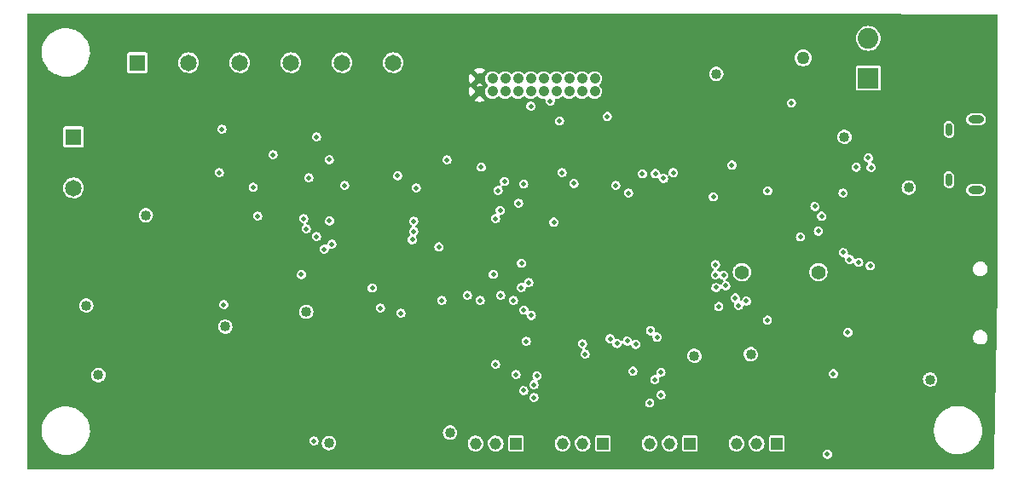
<source format=gbr>
%TF.GenerationSoftware,KiCad,Pcbnew,(6.0.7)*%
%TF.CreationDate,2022-09-16T08:47:35-07:00*%
%TF.ProjectId,Flight-Computer,466c6967-6874-42d4-936f-6d7075746572,1.0*%
%TF.SameCoordinates,Original*%
%TF.FileFunction,Copper,L3,Inr*%
%TF.FilePolarity,Positive*%
%FSLAX46Y46*%
G04 Gerber Fmt 4.6, Leading zero omitted, Abs format (unit mm)*
G04 Created by KiCad (PCBNEW (6.0.7)) date 2022-09-16 08:47:35*
%MOMM*%
%LPD*%
G01*
G04 APERTURE LIST*
%TA.AperFunction,ComponentPad*%
%ADD10C,1.066800*%
%TD*%
%TA.AperFunction,ComponentPad*%
%ADD11R,1.150000X1.150000*%
%TD*%
%TA.AperFunction,ComponentPad*%
%ADD12C,1.150000*%
%TD*%
%TA.AperFunction,ComponentPad*%
%ADD13C,1.408000*%
%TD*%
%TA.AperFunction,ComponentPad*%
%ADD14R,2.050000X2.050000*%
%TD*%
%TA.AperFunction,ComponentPad*%
%ADD15C,2.050000*%
%TD*%
%TA.AperFunction,ComponentPad*%
%ADD16R,1.650000X1.650000*%
%TD*%
%TA.AperFunction,ComponentPad*%
%ADD17C,1.650000*%
%TD*%
%TA.AperFunction,ComponentPad*%
%ADD18O,0.650000X1.300000*%
%TD*%
%TA.AperFunction,ComponentPad*%
%ADD19O,1.550000X0.775000*%
%TD*%
%TA.AperFunction,ViaPad*%
%ADD20C,0.500000*%
%TD*%
%TA.AperFunction,ViaPad*%
%ADD21C,1.016000*%
%TD*%
%TA.AperFunction,ViaPad*%
%ADD22C,1.270000*%
%TD*%
G04 APERTURE END LIST*
D10*
%TO.N,3.3V*%
%TO.C,P8*%
X135077200Y-63815850D03*
X135077200Y-62545850D03*
%TO.N,Earth*%
X136347200Y-63815850D03*
X136347200Y-62545850D03*
X137617200Y-63815850D03*
X137617200Y-62545850D03*
%TO.N,SWDIO*%
X138887200Y-63815850D03*
%TO.N,Earth*%
X138887200Y-62545850D03*
%TO.N,SWCLK*%
X140157200Y-63815850D03*
%TO.N,Earth*%
X140157200Y-62545850D03*
%TO.N,unconnected-(P8-Pad11)*%
X141427200Y-63815850D03*
%TO.N,Earth*%
X141427200Y-62545850D03*
%TO.N,SWO*%
X142697200Y-63815850D03*
%TO.N,Earth*%
X142697200Y-62545850D03*
%TO.N,NRST*%
X143967200Y-63815850D03*
%TO.N,Earth*%
X143967200Y-62545850D03*
%TO.N,unconnected-(P8-Pad17)*%
X145237200Y-63815850D03*
%TO.N,Earth*%
X145237200Y-62545850D03*
%TO.N,unconnected-(P8-Pad19)*%
X146507200Y-63815850D03*
%TO.N,Earth*%
X146507200Y-62545850D03*
%TD*%
D11*
%TO.N,VIN*%
%TO.C,P9*%
X138684000Y-98806000D03*
D12*
%TO.N,MOTOR4_PWM*%
X136677000Y-98806000D03*
%TO.N,Net-(P9-Pad3)*%
X134671000Y-98806000D03*
%TD*%
D13*
%TO.N,BEEP*%
%TO.C,BZ1*%
X161122200Y-81788000D03*
%TO.N,Earth*%
X168722200Y-81788000D03*
%TD*%
D14*
%TO.N,/PIN_HARN*%
%TO.C,P2*%
X173663500Y-62500100D03*
D15*
%TO.N,Earth*%
X173663500Y-58540100D03*
%TD*%
D16*
%TO.N,VIN*%
%TO.C,P4*%
X101092000Y-60960000D03*
D17*
%TO.N,VIN_SW*%
X106172000Y-60960000D03*
X111252000Y-60960000D03*
%TO.N,Net-(P4-Pad4)*%
X116332000Y-60960000D03*
%TO.N,VIN_SW*%
X121412000Y-60960000D03*
%TO.N,Net-(P4-Pad6)*%
X126492000Y-60960000D03*
%TD*%
D18*
%TO.N,Earth*%
%TO.C,P3*%
X181678600Y-72604000D03*
X181678600Y-67604000D03*
D19*
X184378600Y-66604000D03*
X184378600Y-73604000D03*
%TD*%
D11*
%TO.N,VIN*%
%TO.C,P6*%
X155956000Y-98806000D03*
D12*
%TO.N,MOTOR3_PWM*%
X153949000Y-98806000D03*
%TO.N,Net-(P6-Pad3)*%
X151943000Y-98806000D03*
%TD*%
D11*
%TO.N,VIN*%
%TO.C,P5*%
X164592000Y-98806000D03*
D12*
%TO.N,MOTOR1_PWM*%
X162585000Y-98806000D03*
%TO.N,Net-(P5-Pad3)*%
X160579000Y-98806000D03*
%TD*%
D16*
%TO.N,Earth*%
%TO.C,P1*%
X94742000Y-68326000D03*
D17*
%TO.N,/PIN_SCREW*%
X94742000Y-73406000D03*
%TD*%
D11*
%TO.N,VIN*%
%TO.C,P7*%
X147320000Y-98806000D03*
D12*
%TO.N,MOTOR2_PWM*%
X145313000Y-98806000D03*
%TO.N,Net-(P7-Pad3)*%
X143307000Y-98806000D03*
%TD*%
D20*
%TO.N,Earth*%
X137541000Y-72771000D03*
X171170600Y-73914000D03*
D21*
X101930000Y-76124000D03*
X162001200Y-89941400D03*
D20*
X142441800Y-76808200D03*
X118110000Y-72390000D03*
D21*
X120116600Y-98780600D03*
D20*
X118872000Y-68326000D03*
X109671389Y-85004000D03*
D21*
X117856000Y-85725000D03*
X132134600Y-97735400D03*
X156394150Y-90087450D03*
D20*
X135237600Y-71340600D03*
X131038600Y-79273400D03*
D21*
X158572200Y-62077600D03*
D20*
X139700000Y-88646000D03*
X169614650Y-99879350D03*
X136652000Y-90932000D03*
D21*
X96012000Y-85090000D03*
D20*
X128397000Y-78562200D03*
X136437000Y-82003000D03*
X143013800Y-66764800D03*
X124416000Y-83356000D03*
D21*
X109810000Y-87204000D03*
X97218500Y-92011500D03*
D20*
X170205400Y-91871800D03*
X109220000Y-71882000D03*
X166037200Y-64970600D03*
X120170000Y-76680000D03*
X173939200Y-71374000D03*
X139230100Y-80886300D03*
X109474000Y-67564000D03*
X126934001Y-72201999D03*
X160133400Y-71133600D03*
D21*
X179808800Y-92453800D03*
D20*
X171644600Y-87773800D03*
X150291800Y-91617800D03*
X140462000Y-94234000D03*
X117372000Y-82012000D03*
%TO.N,3.3V*%
X121412000Y-74422000D03*
X157099000Y-70891400D03*
X155892500Y-86017100D03*
D21*
X158851600Y-59740800D03*
D20*
X128778000Y-81788000D03*
X171678600Y-85572600D03*
X135475600Y-70340600D03*
X132283200Y-73202800D03*
X114300000Y-74422000D03*
X143764000Y-84582000D03*
X147001600Y-66790200D03*
D21*
X103972000Y-85004000D03*
D20*
X124714000Y-76962000D03*
X169720200Y-65179000D03*
X142748000Y-77724000D03*
X175348900Y-95084900D03*
D21*
X132038600Y-91735400D03*
D20*
X139400400Y-81808200D03*
X169646600Y-93954600D03*
X124714000Y-82042000D03*
%TO.N,NRST*%
X144449800Y-72974200D03*
X142087600Y-64770000D03*
%TO.N,SWCLK*%
X140157200Y-65278000D03*
%TO.N,SDA*%
X152704800Y-88239600D03*
X119634000Y-79502000D03*
X135128000Y-84582000D03*
X128524000Y-76708000D03*
X140208000Y-86080600D03*
%TO.N,SCL*%
X139471400Y-85547200D03*
X133858000Y-84074000D03*
X120396000Y-78994000D03*
X128524000Y-77724000D03*
X152044400Y-87604600D03*
%TO.N,VIN*%
X112587999Y-73340001D03*
X121666000Y-73152000D03*
D22*
X167195500Y-60490100D03*
D21*
%TO.N,5V*%
X177698400Y-73380600D03*
X171296800Y-68326800D03*
D20*
%TO.N,DROGUE*%
X114554000Y-70104000D03*
X138938000Y-74930000D03*
%TO.N,MAIN*%
X120148350Y-70605650D03*
X149860000Y-73914000D03*
%TO.N,/Peripherals/D+*%
X172466000Y-71348600D03*
X173674999Y-70423999D03*
%TO.N,SWO*%
X147751800Y-66319400D03*
%TO.N,MOTOR1_EN*%
X158826200Y-85191600D03*
X158496000Y-81026000D03*
%TO.N,MOTOR3_EN*%
X158496000Y-82042000D03*
X163652200Y-86537800D03*
%TO.N,~{USB_RST}*%
X158279600Y-74282800D03*
X163677600Y-73710800D03*
%TO.N,~{SWITCH}*%
X148590000Y-73152000D03*
X128778000Y-73406000D03*
%TO.N,~{MAIN_CONT}*%
X139446000Y-73025000D03*
X136906000Y-73660000D03*
%TO.N,~{DROGUE_CONT}*%
X137109680Y-75641680D03*
X113030000Y-76200000D03*
%TO.N,~{GPS_RST}*%
X145288000Y-88900000D03*
X125222000Y-85344000D03*
%TO.N,~{GPS_SBOOT}*%
X136652000Y-76454000D03*
X118872000Y-78232000D03*
%TO.N,GPS_INT*%
X138430000Y-84582000D03*
X127254000Y-85852000D03*
%TO.N,GPS_TX*%
X139192000Y-83312000D03*
X117856000Y-77470000D03*
%TO.N,GPS_RX*%
X139954000Y-82804000D03*
X117602000Y-76454000D03*
%TO.N,GPS_TIM*%
X145542000Y-89916000D03*
X118618000Y-98552000D03*
%TO.N,BP_SDA*%
X131826000Y-70612000D03*
X143256000Y-71882000D03*
%TO.N,FLASH_MISO*%
X158543000Y-83308200D03*
X160782000Y-85090000D03*
%TO.N,FLASH_MOSI*%
X159512000Y-83134200D03*
X160451800Y-84353400D03*
%TO.N,W_IO0*%
X138684000Y-91948000D03*
X148031200Y-88392000D03*
%TO.N,W_IO1*%
X149742400Y-88636600D03*
X140462000Y-92964000D03*
%TO.N,W_IO2*%
X151968200Y-94792800D03*
X152476200Y-92456000D03*
%TO.N,W_IO3*%
X139446000Y-93548200D03*
X150583900Y-88963500D03*
%TO.N,~{FLASH_WP}*%
X161569400Y-84658200D03*
X159308800Y-82092800D03*
%TO.N,W_IO4*%
X148717000Y-88874600D03*
X140766800Y-92075000D03*
%TO.N,W_IO5*%
X153085800Y-93980000D03*
X153085800Y-91744800D03*
%TO.N,RX_USB*%
X168376600Y-75260200D03*
X166928800Y-78282800D03*
%TO.N,TX_USB*%
X168706800Y-77698600D03*
X169037000Y-76225400D03*
%TO.N,IMU_INT*%
X131318000Y-84582000D03*
X137160000Y-84074000D03*
%TO.N,SD_DAT2*%
X154305000Y-71885800D03*
X173863000Y-81153000D03*
%TO.N,SD_DAT3*%
X172720000Y-80822800D03*
X153339800Y-72466200D03*
%TO.N,SD_CMD*%
X151242400Y-71998200D03*
X171196000Y-79832200D03*
%TO.N,SD_CLK*%
X152527000Y-71983600D03*
X171805600Y-80518000D03*
%TD*%
%TA.AperFunction,Conductor*%
%TO.N,3.3V*%
G36*
X186360630Y-56132473D02*
G01*
X186428698Y-56152654D01*
X186475050Y-56206431D01*
X186486300Y-56258473D01*
X186486300Y-83289812D01*
X186486282Y-83291935D01*
X186204792Y-99993714D01*
X186184088Y-101222123D01*
X186162941Y-101289897D01*
X186108509Y-101335479D01*
X186058106Y-101346000D01*
X90245700Y-101346000D01*
X90177579Y-101325998D01*
X90131086Y-101272342D01*
X90119700Y-101220000D01*
X90119700Y-97435271D01*
X91576668Y-97435271D01*
X91576755Y-97439273D01*
X91576755Y-97439280D01*
X91583261Y-97737448D01*
X91583349Y-97741465D01*
X91628883Y-98044330D01*
X91629979Y-98048190D01*
X91629980Y-98048195D01*
X91653525Y-98131123D01*
X91712531Y-98338953D01*
X91832937Y-98620560D01*
X91988149Y-98884585D01*
X92175651Y-99126747D01*
X92392404Y-99343122D01*
X92395585Y-99345576D01*
X92395586Y-99345577D01*
X92631701Y-99527739D01*
X92631705Y-99527742D01*
X92634894Y-99530202D01*
X92638373Y-99532239D01*
X92815280Y-99635822D01*
X92899189Y-99684953D01*
X92902874Y-99686521D01*
X92902878Y-99686523D01*
X93022011Y-99737214D01*
X93181006Y-99804867D01*
X93475775Y-99888001D01*
X93696338Y-99920768D01*
X93775419Y-99932516D01*
X93775421Y-99932516D01*
X93778718Y-99933006D01*
X93782049Y-99933146D01*
X93782053Y-99933146D01*
X93818737Y-99934683D01*
X93862084Y-99936500D01*
X94057474Y-99936500D01*
X94180915Y-99928626D01*
X94281639Y-99922201D01*
X94281644Y-99922200D01*
X94285647Y-99921945D01*
X94289584Y-99921183D01*
X94289586Y-99921183D01*
X94534747Y-99873750D01*
X169156319Y-99873750D01*
X169157483Y-99882652D01*
X169157483Y-99882655D01*
X169172006Y-99993714D01*
X169173170Y-100002613D01*
X169225511Y-100121568D01*
X169309135Y-100221050D01*
X169417319Y-100293064D01*
X169541366Y-100331819D01*
X169671305Y-100334200D01*
X169679968Y-100331838D01*
X169679970Y-100331838D01*
X169788025Y-100302379D01*
X169796689Y-100300017D01*
X169907439Y-100232016D01*
X169994652Y-100135664D01*
X170001482Y-100121568D01*
X170047403Y-100026787D01*
X170047404Y-100026785D01*
X170051317Y-100018708D01*
X170072878Y-99890549D01*
X170073015Y-99879350D01*
X170070943Y-99864877D01*
X170055864Y-99759589D01*
X170055863Y-99759587D01*
X170054591Y-99750702D01*
X170000801Y-99632396D01*
X169978366Y-99606359D01*
X169921826Y-99540741D01*
X169921824Y-99540739D01*
X169915968Y-99533943D01*
X169806912Y-99463257D01*
X169682401Y-99426020D01*
X169673425Y-99425965D01*
X169673424Y-99425965D01*
X169619564Y-99425636D01*
X169552443Y-99425226D01*
X169427486Y-99460939D01*
X169317575Y-99530287D01*
X169231545Y-99627697D01*
X169227731Y-99635820D01*
X169227730Y-99635822D01*
X169225501Y-99640570D01*
X169176313Y-99745337D01*
X169174933Y-99754199D01*
X169174932Y-99754203D01*
X169157700Y-99864877D01*
X169157700Y-99864881D01*
X169156319Y-99873750D01*
X94534747Y-99873750D01*
X94582401Y-99864530D01*
X94582405Y-99864529D01*
X94586338Y-99863768D01*
X94877200Y-99767856D01*
X95153518Y-99635763D01*
X95361307Y-99501596D01*
X95407439Y-99471809D01*
X95407440Y-99471808D01*
X95410812Y-99469631D01*
X95432033Y-99451730D01*
X95624362Y-99289486D01*
X95644910Y-99272152D01*
X95852019Y-99046529D01*
X95880062Y-99006850D01*
X95952278Y-98904666D01*
X96028780Y-98796418D01*
X96161437Y-98546400D01*
X118159669Y-98546400D01*
X118160833Y-98555302D01*
X118160833Y-98555305D01*
X118175356Y-98666364D01*
X118176520Y-98675263D01*
X118228861Y-98794218D01*
X118312485Y-98893700D01*
X118420669Y-98965714D01*
X118544716Y-99004469D01*
X118674655Y-99006850D01*
X118683318Y-99004488D01*
X118683320Y-99004488D01*
X118791375Y-98975029D01*
X118800039Y-98972667D01*
X118910789Y-98904666D01*
X118920715Y-98893700D01*
X118991974Y-98814974D01*
X118991975Y-98814973D01*
X118998002Y-98808314D01*
X119002179Y-98799694D01*
X119015068Y-98773092D01*
X119399712Y-98773092D01*
X119406413Y-98833785D01*
X119414757Y-98909362D01*
X119418615Y-98944311D01*
X119421224Y-98951442D01*
X119421225Y-98951444D01*
X119441501Y-99006850D01*
X119477813Y-99106078D01*
X119482050Y-99112384D01*
X119482052Y-99112387D01*
X119520811Y-99170066D01*
X119573890Y-99249055D01*
X119579508Y-99254167D01*
X119679967Y-99345577D01*
X119701298Y-99364987D01*
X119852682Y-99447182D01*
X120019302Y-99490894D01*
X120110300Y-99492324D01*
X120183942Y-99493481D01*
X120183945Y-99493481D01*
X120191539Y-99493600D01*
X120253530Y-99479402D01*
X120352047Y-99456839D01*
X120352051Y-99456838D01*
X120359450Y-99455143D01*
X120513341Y-99377744D01*
X120557199Y-99340286D01*
X120638554Y-99270803D01*
X120638556Y-99270800D01*
X120644328Y-99265871D01*
X120744848Y-99125982D01*
X120809098Y-98966154D01*
X120833370Y-98795614D01*
X120833376Y-98795059D01*
X133887449Y-98795059D01*
X133904497Y-98968925D01*
X133906721Y-98975610D01*
X133906721Y-98975611D01*
X133929222Y-99043251D01*
X133959641Y-99134694D01*
X133963288Y-99140716D01*
X133963289Y-99140718D01*
X134035351Y-99259706D01*
X134050140Y-99284126D01*
X134171497Y-99409795D01*
X134202652Y-99430182D01*
X134295612Y-99491013D01*
X134317680Y-99505454D01*
X134324284Y-99507910D01*
X134324286Y-99507911D01*
X134377602Y-99527739D01*
X134481423Y-99566350D01*
X134488408Y-99567282D01*
X134647608Y-99588524D01*
X134647612Y-99588524D01*
X134654589Y-99589455D01*
X134661600Y-99588817D01*
X134661604Y-99588817D01*
X134821552Y-99574261D01*
X134821555Y-99574260D01*
X134828570Y-99573622D01*
X134852068Y-99565987D01*
X134988024Y-99521812D01*
X134988026Y-99521811D01*
X134994720Y-99519636D01*
X135144780Y-99430182D01*
X135271293Y-99309706D01*
X135275194Y-99303835D01*
X135364070Y-99170066D01*
X135364071Y-99170064D01*
X135367971Y-99164194D01*
X135430008Y-99000880D01*
X135454321Y-98827880D01*
X135454442Y-98819241D01*
X135454572Y-98809961D01*
X135454572Y-98809955D01*
X135454627Y-98806000D01*
X135453400Y-98795059D01*
X135893449Y-98795059D01*
X135910497Y-98968925D01*
X135912721Y-98975610D01*
X135912721Y-98975611D01*
X135935222Y-99043251D01*
X135965641Y-99134694D01*
X135969288Y-99140716D01*
X135969289Y-99140718D01*
X136041351Y-99259706D01*
X136056140Y-99284126D01*
X136177497Y-99409795D01*
X136208652Y-99430182D01*
X136301612Y-99491013D01*
X136323680Y-99505454D01*
X136330284Y-99507910D01*
X136330286Y-99507911D01*
X136383602Y-99527739D01*
X136487423Y-99566350D01*
X136494408Y-99567282D01*
X136653608Y-99588524D01*
X136653612Y-99588524D01*
X136660589Y-99589455D01*
X136667600Y-99588817D01*
X136667604Y-99588817D01*
X136827552Y-99574261D01*
X136827555Y-99574260D01*
X136834570Y-99573622D01*
X136858068Y-99565987D01*
X136994024Y-99521812D01*
X136994026Y-99521811D01*
X137000720Y-99519636D01*
X137150780Y-99430182D01*
X137181357Y-99401064D01*
X137905300Y-99401064D01*
X137917119Y-99460480D01*
X137962140Y-99527860D01*
X138029520Y-99572881D01*
X138088936Y-99584700D01*
X139279064Y-99584700D01*
X139338480Y-99572881D01*
X139405860Y-99527860D01*
X139450881Y-99460480D01*
X139462700Y-99401064D01*
X139462700Y-98795059D01*
X142523449Y-98795059D01*
X142540497Y-98968925D01*
X142542721Y-98975610D01*
X142542721Y-98975611D01*
X142565222Y-99043251D01*
X142595641Y-99134694D01*
X142599288Y-99140716D01*
X142599289Y-99140718D01*
X142671351Y-99259706D01*
X142686140Y-99284126D01*
X142807497Y-99409795D01*
X142838652Y-99430182D01*
X142931612Y-99491013D01*
X142953680Y-99505454D01*
X142960284Y-99507910D01*
X142960286Y-99507911D01*
X143013602Y-99527739D01*
X143117423Y-99566350D01*
X143124408Y-99567282D01*
X143283608Y-99588524D01*
X143283612Y-99588524D01*
X143290589Y-99589455D01*
X143297600Y-99588817D01*
X143297604Y-99588817D01*
X143457552Y-99574261D01*
X143457555Y-99574260D01*
X143464570Y-99573622D01*
X143488068Y-99565987D01*
X143624024Y-99521812D01*
X143624026Y-99521811D01*
X143630720Y-99519636D01*
X143780780Y-99430182D01*
X143907293Y-99309706D01*
X143911194Y-99303835D01*
X144000070Y-99170066D01*
X144000071Y-99170064D01*
X144003971Y-99164194D01*
X144066008Y-99000880D01*
X144090321Y-98827880D01*
X144090442Y-98819241D01*
X144090572Y-98809961D01*
X144090572Y-98809955D01*
X144090627Y-98806000D01*
X144089400Y-98795059D01*
X144529449Y-98795059D01*
X144546497Y-98968925D01*
X144548721Y-98975610D01*
X144548721Y-98975611D01*
X144571222Y-99043251D01*
X144601641Y-99134694D01*
X144605288Y-99140716D01*
X144605289Y-99140718D01*
X144677351Y-99259706D01*
X144692140Y-99284126D01*
X144813497Y-99409795D01*
X144844652Y-99430182D01*
X144937612Y-99491013D01*
X144959680Y-99505454D01*
X144966284Y-99507910D01*
X144966286Y-99507911D01*
X145019602Y-99527739D01*
X145123423Y-99566350D01*
X145130408Y-99567282D01*
X145289608Y-99588524D01*
X145289612Y-99588524D01*
X145296589Y-99589455D01*
X145303600Y-99588817D01*
X145303604Y-99588817D01*
X145463552Y-99574261D01*
X145463555Y-99574260D01*
X145470570Y-99573622D01*
X145494068Y-99565987D01*
X145630024Y-99521812D01*
X145630026Y-99521811D01*
X145636720Y-99519636D01*
X145786780Y-99430182D01*
X145817357Y-99401064D01*
X146541300Y-99401064D01*
X146553119Y-99460480D01*
X146598140Y-99527860D01*
X146665520Y-99572881D01*
X146724936Y-99584700D01*
X147915064Y-99584700D01*
X147974480Y-99572881D01*
X148041860Y-99527860D01*
X148086881Y-99460480D01*
X148098700Y-99401064D01*
X148098700Y-98795059D01*
X151159449Y-98795059D01*
X151176497Y-98968925D01*
X151178721Y-98975610D01*
X151178721Y-98975611D01*
X151201222Y-99043251D01*
X151231641Y-99134694D01*
X151235288Y-99140716D01*
X151235289Y-99140718D01*
X151307351Y-99259706D01*
X151322140Y-99284126D01*
X151443497Y-99409795D01*
X151474652Y-99430182D01*
X151567612Y-99491013D01*
X151589680Y-99505454D01*
X151596284Y-99507910D01*
X151596286Y-99507911D01*
X151649602Y-99527739D01*
X151753423Y-99566350D01*
X151760408Y-99567282D01*
X151919608Y-99588524D01*
X151919612Y-99588524D01*
X151926589Y-99589455D01*
X151933600Y-99588817D01*
X151933604Y-99588817D01*
X152093552Y-99574261D01*
X152093555Y-99574260D01*
X152100570Y-99573622D01*
X152124068Y-99565987D01*
X152260024Y-99521812D01*
X152260026Y-99521811D01*
X152266720Y-99519636D01*
X152416780Y-99430182D01*
X152543293Y-99309706D01*
X152547194Y-99303835D01*
X152636070Y-99170066D01*
X152636071Y-99170064D01*
X152639971Y-99164194D01*
X152702008Y-99000880D01*
X152726321Y-98827880D01*
X152726442Y-98819241D01*
X152726572Y-98809961D01*
X152726572Y-98809955D01*
X152726627Y-98806000D01*
X152725400Y-98795059D01*
X153165449Y-98795059D01*
X153182497Y-98968925D01*
X153184721Y-98975610D01*
X153184721Y-98975611D01*
X153207222Y-99043251D01*
X153237641Y-99134694D01*
X153241288Y-99140716D01*
X153241289Y-99140718D01*
X153313351Y-99259706D01*
X153328140Y-99284126D01*
X153449497Y-99409795D01*
X153480652Y-99430182D01*
X153573612Y-99491013D01*
X153595680Y-99505454D01*
X153602284Y-99507910D01*
X153602286Y-99507911D01*
X153655602Y-99527739D01*
X153759423Y-99566350D01*
X153766408Y-99567282D01*
X153925608Y-99588524D01*
X153925612Y-99588524D01*
X153932589Y-99589455D01*
X153939600Y-99588817D01*
X153939604Y-99588817D01*
X154099552Y-99574261D01*
X154099555Y-99574260D01*
X154106570Y-99573622D01*
X154130068Y-99565987D01*
X154266024Y-99521812D01*
X154266026Y-99521811D01*
X154272720Y-99519636D01*
X154422780Y-99430182D01*
X154453357Y-99401064D01*
X155177300Y-99401064D01*
X155189119Y-99460480D01*
X155234140Y-99527860D01*
X155301520Y-99572881D01*
X155360936Y-99584700D01*
X156551064Y-99584700D01*
X156610480Y-99572881D01*
X156677860Y-99527860D01*
X156722881Y-99460480D01*
X156734700Y-99401064D01*
X156734700Y-98795059D01*
X159795449Y-98795059D01*
X159812497Y-98968925D01*
X159814721Y-98975610D01*
X159814721Y-98975611D01*
X159837222Y-99043251D01*
X159867641Y-99134694D01*
X159871288Y-99140716D01*
X159871289Y-99140718D01*
X159943351Y-99259706D01*
X159958140Y-99284126D01*
X160079497Y-99409795D01*
X160110652Y-99430182D01*
X160203612Y-99491013D01*
X160225680Y-99505454D01*
X160232284Y-99507910D01*
X160232286Y-99507911D01*
X160285602Y-99527739D01*
X160389423Y-99566350D01*
X160396408Y-99567282D01*
X160555608Y-99588524D01*
X160555612Y-99588524D01*
X160562589Y-99589455D01*
X160569600Y-99588817D01*
X160569604Y-99588817D01*
X160729552Y-99574261D01*
X160729555Y-99574260D01*
X160736570Y-99573622D01*
X160760068Y-99565987D01*
X160896024Y-99521812D01*
X160896026Y-99521811D01*
X160902720Y-99519636D01*
X161052780Y-99430182D01*
X161179293Y-99309706D01*
X161183194Y-99303835D01*
X161272070Y-99170066D01*
X161272071Y-99170064D01*
X161275971Y-99164194D01*
X161338008Y-99000880D01*
X161362321Y-98827880D01*
X161362442Y-98819241D01*
X161362572Y-98809961D01*
X161362572Y-98809955D01*
X161362627Y-98806000D01*
X161361400Y-98795059D01*
X161801449Y-98795059D01*
X161818497Y-98968925D01*
X161820721Y-98975610D01*
X161820721Y-98975611D01*
X161843222Y-99043251D01*
X161873641Y-99134694D01*
X161877288Y-99140716D01*
X161877289Y-99140718D01*
X161949351Y-99259706D01*
X161964140Y-99284126D01*
X162085497Y-99409795D01*
X162116652Y-99430182D01*
X162209612Y-99491013D01*
X162231680Y-99505454D01*
X162238284Y-99507910D01*
X162238286Y-99507911D01*
X162291602Y-99527739D01*
X162395423Y-99566350D01*
X162402408Y-99567282D01*
X162561608Y-99588524D01*
X162561612Y-99588524D01*
X162568589Y-99589455D01*
X162575600Y-99588817D01*
X162575604Y-99588817D01*
X162735552Y-99574261D01*
X162735555Y-99574260D01*
X162742570Y-99573622D01*
X162766068Y-99565987D01*
X162902024Y-99521812D01*
X162902026Y-99521811D01*
X162908720Y-99519636D01*
X163058780Y-99430182D01*
X163089357Y-99401064D01*
X163813300Y-99401064D01*
X163825119Y-99460480D01*
X163870140Y-99527860D01*
X163937520Y-99572881D01*
X163996936Y-99584700D01*
X165187064Y-99584700D01*
X165246480Y-99572881D01*
X165313860Y-99527860D01*
X165358881Y-99460480D01*
X165370700Y-99401064D01*
X165370700Y-98210936D01*
X165358881Y-98151520D01*
X165345253Y-98131123D01*
X165320752Y-98094455D01*
X165313860Y-98084140D01*
X165268365Y-98053742D01*
X165256798Y-98046013D01*
X165256797Y-98046013D01*
X165246480Y-98039119D01*
X165187064Y-98027300D01*
X163996936Y-98027300D01*
X163937520Y-98039119D01*
X163927203Y-98046013D01*
X163927202Y-98046013D01*
X163915635Y-98053742D01*
X163870140Y-98084140D01*
X163863248Y-98094455D01*
X163838748Y-98131123D01*
X163825119Y-98151520D01*
X163813300Y-98210936D01*
X163813300Y-99401064D01*
X163089357Y-99401064D01*
X163185293Y-99309706D01*
X163189194Y-99303835D01*
X163278070Y-99170066D01*
X163278071Y-99170064D01*
X163281971Y-99164194D01*
X163344008Y-99000880D01*
X163368321Y-98827880D01*
X163368442Y-98819241D01*
X163368572Y-98809961D01*
X163368572Y-98809955D01*
X163368627Y-98806000D01*
X163349153Y-98632389D01*
X163291700Y-98467406D01*
X163280133Y-98448894D01*
X163202856Y-98325226D01*
X163199123Y-98319252D01*
X163190656Y-98310725D01*
X163139495Y-98259206D01*
X163076024Y-98195290D01*
X163065075Y-98188341D01*
X162990794Y-98141202D01*
X162928519Y-98101681D01*
X162826586Y-98065384D01*
X162770576Y-98045439D01*
X162770574Y-98045438D01*
X162763942Y-98043077D01*
X162756956Y-98042244D01*
X162756952Y-98042243D01*
X162631631Y-98027300D01*
X162590471Y-98022392D01*
X162583468Y-98023128D01*
X162583467Y-98023128D01*
X162543774Y-98027300D01*
X162416728Y-98040653D01*
X162410060Y-98042923D01*
X162258015Y-98094683D01*
X162258012Y-98094684D01*
X162251348Y-98096953D01*
X162102551Y-98188493D01*
X162046846Y-98243044D01*
X161987220Y-98301435D01*
X161977733Y-98310725D01*
X161973922Y-98316639D01*
X161973920Y-98316641D01*
X161886913Y-98451649D01*
X161883096Y-98457572D01*
X161823345Y-98621736D01*
X161801449Y-98795059D01*
X161361400Y-98795059D01*
X161343153Y-98632389D01*
X161285700Y-98467406D01*
X161274133Y-98448894D01*
X161196856Y-98325226D01*
X161193123Y-98319252D01*
X161184656Y-98310725D01*
X161133495Y-98259206D01*
X161070024Y-98195290D01*
X161059075Y-98188341D01*
X160984794Y-98141202D01*
X160922519Y-98101681D01*
X160820586Y-98065384D01*
X160764576Y-98045439D01*
X160764574Y-98045438D01*
X160757942Y-98043077D01*
X160750956Y-98042244D01*
X160750952Y-98042243D01*
X160625631Y-98027300D01*
X160584471Y-98022392D01*
X160577468Y-98023128D01*
X160577467Y-98023128D01*
X160537774Y-98027300D01*
X160410728Y-98040653D01*
X160404060Y-98042923D01*
X160252015Y-98094683D01*
X160252012Y-98094684D01*
X160245348Y-98096953D01*
X160096551Y-98188493D01*
X160040846Y-98243044D01*
X159981220Y-98301435D01*
X159971733Y-98310725D01*
X159967922Y-98316639D01*
X159967920Y-98316641D01*
X159880913Y-98451649D01*
X159877096Y-98457572D01*
X159817345Y-98621736D01*
X159795449Y-98795059D01*
X156734700Y-98795059D01*
X156734700Y-98210936D01*
X156722881Y-98151520D01*
X156709253Y-98131123D01*
X156684752Y-98094455D01*
X156677860Y-98084140D01*
X156632365Y-98053742D01*
X156620798Y-98046013D01*
X156620797Y-98046013D01*
X156610480Y-98039119D01*
X156551064Y-98027300D01*
X155360936Y-98027300D01*
X155301520Y-98039119D01*
X155291203Y-98046013D01*
X155291202Y-98046013D01*
X155279635Y-98053742D01*
X155234140Y-98084140D01*
X155227248Y-98094455D01*
X155202748Y-98131123D01*
X155189119Y-98151520D01*
X155177300Y-98210936D01*
X155177300Y-99401064D01*
X154453357Y-99401064D01*
X154549293Y-99309706D01*
X154553194Y-99303835D01*
X154642070Y-99170066D01*
X154642071Y-99170064D01*
X154645971Y-99164194D01*
X154708008Y-99000880D01*
X154732321Y-98827880D01*
X154732442Y-98819241D01*
X154732572Y-98809961D01*
X154732572Y-98809955D01*
X154732627Y-98806000D01*
X154713153Y-98632389D01*
X154655700Y-98467406D01*
X154644133Y-98448894D01*
X154566856Y-98325226D01*
X154563123Y-98319252D01*
X154554656Y-98310725D01*
X154503495Y-98259206D01*
X154440024Y-98195290D01*
X154429075Y-98188341D01*
X154354794Y-98141202D01*
X154292519Y-98101681D01*
X154190586Y-98065384D01*
X154134576Y-98045439D01*
X154134574Y-98045438D01*
X154127942Y-98043077D01*
X154120956Y-98042244D01*
X154120952Y-98042243D01*
X153995631Y-98027300D01*
X153954471Y-98022392D01*
X153947468Y-98023128D01*
X153947467Y-98023128D01*
X153907774Y-98027300D01*
X153780728Y-98040653D01*
X153774060Y-98042923D01*
X153622015Y-98094683D01*
X153622012Y-98094684D01*
X153615348Y-98096953D01*
X153466551Y-98188493D01*
X153410846Y-98243044D01*
X153351220Y-98301435D01*
X153341733Y-98310725D01*
X153337922Y-98316639D01*
X153337920Y-98316641D01*
X153250913Y-98451649D01*
X153247096Y-98457572D01*
X153187345Y-98621736D01*
X153165449Y-98795059D01*
X152725400Y-98795059D01*
X152707153Y-98632389D01*
X152649700Y-98467406D01*
X152638133Y-98448894D01*
X152560856Y-98325226D01*
X152557123Y-98319252D01*
X152548656Y-98310725D01*
X152497495Y-98259206D01*
X152434024Y-98195290D01*
X152423075Y-98188341D01*
X152348794Y-98141202D01*
X152286519Y-98101681D01*
X152184586Y-98065384D01*
X152128576Y-98045439D01*
X152128574Y-98045438D01*
X152121942Y-98043077D01*
X152114956Y-98042244D01*
X152114952Y-98042243D01*
X151989631Y-98027300D01*
X151948471Y-98022392D01*
X151941468Y-98023128D01*
X151941467Y-98023128D01*
X151901774Y-98027300D01*
X151774728Y-98040653D01*
X151768060Y-98042923D01*
X151616015Y-98094683D01*
X151616012Y-98094684D01*
X151609348Y-98096953D01*
X151460551Y-98188493D01*
X151404846Y-98243044D01*
X151345220Y-98301435D01*
X151335733Y-98310725D01*
X151331922Y-98316639D01*
X151331920Y-98316641D01*
X151244913Y-98451649D01*
X151241096Y-98457572D01*
X151181345Y-98621736D01*
X151159449Y-98795059D01*
X148098700Y-98795059D01*
X148098700Y-98210936D01*
X148086881Y-98151520D01*
X148073253Y-98131123D01*
X148048752Y-98094455D01*
X148041860Y-98084140D01*
X147996365Y-98053742D01*
X147984798Y-98046013D01*
X147984797Y-98046013D01*
X147974480Y-98039119D01*
X147915064Y-98027300D01*
X146724936Y-98027300D01*
X146665520Y-98039119D01*
X146655203Y-98046013D01*
X146655202Y-98046013D01*
X146643635Y-98053742D01*
X146598140Y-98084140D01*
X146591248Y-98094455D01*
X146566748Y-98131123D01*
X146553119Y-98151520D01*
X146541300Y-98210936D01*
X146541300Y-99401064D01*
X145817357Y-99401064D01*
X145913293Y-99309706D01*
X145917194Y-99303835D01*
X146006070Y-99170066D01*
X146006071Y-99170064D01*
X146009971Y-99164194D01*
X146072008Y-99000880D01*
X146096321Y-98827880D01*
X146096442Y-98819241D01*
X146096572Y-98809961D01*
X146096572Y-98809955D01*
X146096627Y-98806000D01*
X146077153Y-98632389D01*
X146019700Y-98467406D01*
X146008133Y-98448894D01*
X145930856Y-98325226D01*
X145927123Y-98319252D01*
X145918656Y-98310725D01*
X145867495Y-98259206D01*
X145804024Y-98195290D01*
X145793075Y-98188341D01*
X145718794Y-98141202D01*
X145656519Y-98101681D01*
X145554586Y-98065384D01*
X145498576Y-98045439D01*
X145498574Y-98045438D01*
X145491942Y-98043077D01*
X145484956Y-98042244D01*
X145484952Y-98042243D01*
X145359631Y-98027300D01*
X145318471Y-98022392D01*
X145311468Y-98023128D01*
X145311467Y-98023128D01*
X145271774Y-98027300D01*
X145144728Y-98040653D01*
X145138060Y-98042923D01*
X144986015Y-98094683D01*
X144986012Y-98094684D01*
X144979348Y-98096953D01*
X144830551Y-98188493D01*
X144774846Y-98243044D01*
X144715220Y-98301435D01*
X144705733Y-98310725D01*
X144701922Y-98316639D01*
X144701920Y-98316641D01*
X144614913Y-98451649D01*
X144611096Y-98457572D01*
X144551345Y-98621736D01*
X144529449Y-98795059D01*
X144089400Y-98795059D01*
X144071153Y-98632389D01*
X144013700Y-98467406D01*
X144002133Y-98448894D01*
X143924856Y-98325226D01*
X143921123Y-98319252D01*
X143912656Y-98310725D01*
X143861495Y-98259206D01*
X143798024Y-98195290D01*
X143787075Y-98188341D01*
X143712794Y-98141202D01*
X143650519Y-98101681D01*
X143548586Y-98065384D01*
X143492576Y-98045439D01*
X143492574Y-98045438D01*
X143485942Y-98043077D01*
X143478956Y-98042244D01*
X143478952Y-98042243D01*
X143353631Y-98027300D01*
X143312471Y-98022392D01*
X143305468Y-98023128D01*
X143305467Y-98023128D01*
X143265774Y-98027300D01*
X143138728Y-98040653D01*
X143132060Y-98042923D01*
X142980015Y-98094683D01*
X142980012Y-98094684D01*
X142973348Y-98096953D01*
X142824551Y-98188493D01*
X142768846Y-98243044D01*
X142709220Y-98301435D01*
X142699733Y-98310725D01*
X142695922Y-98316639D01*
X142695920Y-98316641D01*
X142608913Y-98451649D01*
X142605096Y-98457572D01*
X142545345Y-98621736D01*
X142523449Y-98795059D01*
X139462700Y-98795059D01*
X139462700Y-98210936D01*
X139450881Y-98151520D01*
X139437253Y-98131123D01*
X139412752Y-98094455D01*
X139405860Y-98084140D01*
X139360365Y-98053742D01*
X139348798Y-98046013D01*
X139348797Y-98046013D01*
X139338480Y-98039119D01*
X139279064Y-98027300D01*
X138088936Y-98027300D01*
X138029520Y-98039119D01*
X138019203Y-98046013D01*
X138019202Y-98046013D01*
X138007635Y-98053742D01*
X137962140Y-98084140D01*
X137955248Y-98094455D01*
X137930748Y-98131123D01*
X137917119Y-98151520D01*
X137905300Y-98210936D01*
X137905300Y-99401064D01*
X137181357Y-99401064D01*
X137277293Y-99309706D01*
X137281194Y-99303835D01*
X137370070Y-99170066D01*
X137370071Y-99170064D01*
X137373971Y-99164194D01*
X137436008Y-99000880D01*
X137460321Y-98827880D01*
X137460442Y-98819241D01*
X137460572Y-98809961D01*
X137460572Y-98809955D01*
X137460627Y-98806000D01*
X137441153Y-98632389D01*
X137383700Y-98467406D01*
X137372133Y-98448894D01*
X137294856Y-98325226D01*
X137291123Y-98319252D01*
X137282656Y-98310725D01*
X137231495Y-98259206D01*
X137168024Y-98195290D01*
X137157075Y-98188341D01*
X137082794Y-98141202D01*
X137020519Y-98101681D01*
X136918586Y-98065384D01*
X136862576Y-98045439D01*
X136862574Y-98045438D01*
X136855942Y-98043077D01*
X136848956Y-98042244D01*
X136848952Y-98042243D01*
X136723631Y-98027300D01*
X136682471Y-98022392D01*
X136675468Y-98023128D01*
X136675467Y-98023128D01*
X136635774Y-98027300D01*
X136508728Y-98040653D01*
X136502060Y-98042923D01*
X136350015Y-98094683D01*
X136350012Y-98094684D01*
X136343348Y-98096953D01*
X136194551Y-98188493D01*
X136138846Y-98243044D01*
X136079220Y-98301435D01*
X136069733Y-98310725D01*
X136065922Y-98316639D01*
X136065920Y-98316641D01*
X135978913Y-98451649D01*
X135975096Y-98457572D01*
X135915345Y-98621736D01*
X135893449Y-98795059D01*
X135453400Y-98795059D01*
X135435153Y-98632389D01*
X135377700Y-98467406D01*
X135366133Y-98448894D01*
X135288856Y-98325226D01*
X135285123Y-98319252D01*
X135276656Y-98310725D01*
X135225495Y-98259206D01*
X135162024Y-98195290D01*
X135151075Y-98188341D01*
X135076794Y-98141202D01*
X135014519Y-98101681D01*
X134912586Y-98065384D01*
X134856576Y-98045439D01*
X134856574Y-98045438D01*
X134849942Y-98043077D01*
X134842956Y-98042244D01*
X134842952Y-98042243D01*
X134717631Y-98027300D01*
X134676471Y-98022392D01*
X134669468Y-98023128D01*
X134669467Y-98023128D01*
X134629774Y-98027300D01*
X134502728Y-98040653D01*
X134496060Y-98042923D01*
X134344015Y-98094683D01*
X134344012Y-98094684D01*
X134337348Y-98096953D01*
X134188551Y-98188493D01*
X134132846Y-98243044D01*
X134073220Y-98301435D01*
X134063733Y-98310725D01*
X134059922Y-98316639D01*
X134059920Y-98316641D01*
X133972913Y-98451649D01*
X133969096Y-98457572D01*
X133909345Y-98621736D01*
X133887449Y-98795059D01*
X120833376Y-98795059D01*
X120833527Y-98780600D01*
X120833032Y-98776508D01*
X120813745Y-98617130D01*
X120813744Y-98617127D01*
X120812832Y-98609589D01*
X120797116Y-98567996D01*
X120754627Y-98455554D01*
X120751943Y-98448451D01*
X120679229Y-98342651D01*
X120658677Y-98312747D01*
X120658676Y-98312745D01*
X120654375Y-98306488D01*
X120642476Y-98295886D01*
X120531432Y-98196949D01*
X120531429Y-98196947D01*
X120525760Y-98191896D01*
X120517730Y-98187644D01*
X120380238Y-98114846D01*
X120380239Y-98114846D01*
X120373524Y-98111291D01*
X120206455Y-98069326D01*
X120198857Y-98069286D01*
X120198855Y-98069286D01*
X120125947Y-98068904D01*
X120034198Y-98068424D01*
X120026818Y-98070196D01*
X120026816Y-98070196D01*
X119874079Y-98106865D01*
X119874077Y-98106866D01*
X119866699Y-98108637D01*
X119713627Y-98187644D01*
X119707905Y-98192636D01*
X119707903Y-98192637D01*
X119650120Y-98243044D01*
X119583819Y-98300882D01*
X119484770Y-98441816D01*
X119422197Y-98602308D01*
X119421206Y-98609835D01*
X119403796Y-98742074D01*
X119399712Y-98773092D01*
X119015068Y-98773092D01*
X119050753Y-98699437D01*
X119050754Y-98699435D01*
X119054667Y-98691358D01*
X119076228Y-98563199D01*
X119076365Y-98552000D01*
X119074293Y-98537527D01*
X119059214Y-98432239D01*
X119059213Y-98432237D01*
X119057941Y-98423352D01*
X119052616Y-98411639D01*
X119016653Y-98332544D01*
X119004151Y-98305046D01*
X118981716Y-98279009D01*
X118925176Y-98213391D01*
X118925174Y-98213389D01*
X118919318Y-98206593D01*
X118810262Y-98135907D01*
X118685751Y-98098670D01*
X118676775Y-98098615D01*
X118676774Y-98098615D01*
X118622914Y-98098286D01*
X118555793Y-98097876D01*
X118430836Y-98133589D01*
X118320925Y-98202937D01*
X118234895Y-98300347D01*
X118231081Y-98308470D01*
X118231080Y-98308472D01*
X118218587Y-98335081D01*
X118179663Y-98417987D01*
X118178283Y-98426849D01*
X118178282Y-98426853D01*
X118161050Y-98537527D01*
X118161050Y-98537531D01*
X118159669Y-98546400D01*
X96161437Y-98546400D01*
X96172328Y-98525874D01*
X96194363Y-98467406D01*
X96278919Y-98243044D01*
X96278921Y-98243038D01*
X96280336Y-98239283D01*
X96313718Y-98098615D01*
X96350124Y-97945207D01*
X96350125Y-97945202D01*
X96351053Y-97941291D01*
X96373670Y-97727892D01*
X131417712Y-97727892D01*
X131420649Y-97754494D01*
X131435222Y-97886489D01*
X131436615Y-97899111D01*
X131439224Y-97906242D01*
X131439225Y-97906244D01*
X131453484Y-97945207D01*
X131495813Y-98060878D01*
X131500050Y-98067184D01*
X131500052Y-98067187D01*
X131525771Y-98105460D01*
X131591890Y-98203855D01*
X131597508Y-98208967D01*
X131704683Y-98306488D01*
X131719298Y-98319787D01*
X131870682Y-98401982D01*
X132037302Y-98445694D01*
X132128300Y-98447124D01*
X132201942Y-98448281D01*
X132201945Y-98448281D01*
X132209539Y-98448400D01*
X132303618Y-98426853D01*
X132370047Y-98411639D01*
X132370051Y-98411638D01*
X132377450Y-98409943D01*
X132531341Y-98332544D01*
X132569039Y-98300347D01*
X132656554Y-98225603D01*
X132656556Y-98225600D01*
X132662328Y-98220671D01*
X132762848Y-98080782D01*
X132827098Y-97920954D01*
X132851370Y-97750414D01*
X132851527Y-97735400D01*
X132851032Y-97731308D01*
X132831745Y-97571930D01*
X132831744Y-97571927D01*
X132830832Y-97564389D01*
X132769943Y-97403251D01*
X132757036Y-97384471D01*
X180171868Y-97384471D01*
X180171955Y-97388473D01*
X180171955Y-97388480D01*
X180177372Y-97636729D01*
X180178549Y-97690665D01*
X180224083Y-97993530D01*
X180225179Y-97997390D01*
X180225180Y-97997395D01*
X180256764Y-98108637D01*
X180307731Y-98288153D01*
X180309311Y-98291849D01*
X180309312Y-98291851D01*
X180321028Y-98319252D01*
X180428137Y-98569760D01*
X180583349Y-98833785D01*
X180770851Y-99075947D01*
X180773699Y-99078790D01*
X180984467Y-99289190D01*
X180987604Y-99292322D01*
X180990785Y-99294776D01*
X181226901Y-99476939D01*
X181226905Y-99476942D01*
X181230094Y-99479402D01*
X181233573Y-99481439D01*
X181479770Y-99625593D01*
X181494389Y-99634153D01*
X181498074Y-99635721D01*
X181498078Y-99635723D01*
X181609011Y-99682925D01*
X181776206Y-99754067D01*
X182070975Y-99837201D01*
X182257271Y-99864877D01*
X182370619Y-99881716D01*
X182370621Y-99881716D01*
X182373918Y-99882206D01*
X182377249Y-99882346D01*
X182377253Y-99882346D01*
X182413937Y-99883883D01*
X182457284Y-99885700D01*
X182652674Y-99885700D01*
X182776115Y-99877826D01*
X182876839Y-99871401D01*
X182876844Y-99871400D01*
X182880847Y-99871145D01*
X182884784Y-99870383D01*
X182884786Y-99870383D01*
X183177601Y-99813730D01*
X183177605Y-99813729D01*
X183181538Y-99812968D01*
X183472400Y-99717056D01*
X183748718Y-99584963D01*
X183830373Y-99532239D01*
X184002639Y-99421009D01*
X184002640Y-99421008D01*
X184006012Y-99418831D01*
X184022732Y-99404727D01*
X184165696Y-99284126D01*
X184240110Y-99221352D01*
X184447219Y-98995729D01*
X184461849Y-98975029D01*
X184561670Y-98833785D01*
X184623980Y-98745618D01*
X184767528Y-98475074D01*
X184776356Y-98451649D01*
X184874119Y-98192244D01*
X184874121Y-98192238D01*
X184875536Y-98188483D01*
X184897850Y-98094455D01*
X184945324Y-97894407D01*
X184945325Y-97894402D01*
X184946253Y-97890491D01*
X184978532Y-97585929D01*
X184978068Y-97564635D01*
X184971939Y-97283752D01*
X184971939Y-97283747D01*
X184971851Y-97279735D01*
X184926317Y-96976870D01*
X184842669Y-96682247D01*
X184722263Y-96400640D01*
X184567051Y-96136615D01*
X184379549Y-95894453D01*
X184162796Y-95678078D01*
X184159614Y-95675623D01*
X183923499Y-95493461D01*
X183923495Y-95493458D01*
X183920306Y-95490998D01*
X183823827Y-95434507D01*
X183659475Y-95338275D01*
X183659472Y-95338273D01*
X183656011Y-95336247D01*
X183652326Y-95334679D01*
X183652322Y-95334677D01*
X183465251Y-95255078D01*
X183374194Y-95216333D01*
X183079425Y-95133199D01*
X182849214Y-95098999D01*
X182779781Y-95088684D01*
X182779779Y-95088684D01*
X182776482Y-95088194D01*
X182773151Y-95088054D01*
X182773147Y-95088054D01*
X182736463Y-95086517D01*
X182693116Y-95084700D01*
X182497726Y-95084700D01*
X182374285Y-95092574D01*
X182273561Y-95098999D01*
X182273556Y-95099000D01*
X182269553Y-95099255D01*
X182265616Y-95100017D01*
X182265614Y-95100017D01*
X181972799Y-95156670D01*
X181972795Y-95156671D01*
X181968862Y-95157432D01*
X181678000Y-95253344D01*
X181401682Y-95385437D01*
X181144388Y-95551569D01*
X180910290Y-95749048D01*
X180703181Y-95974671D01*
X180700867Y-95977946D01*
X180700864Y-95977949D01*
X180667279Y-96025471D01*
X180526420Y-96224782D01*
X180382872Y-96495326D01*
X180381457Y-96499082D01*
X180381456Y-96499083D01*
X180293282Y-96733047D01*
X180274864Y-96781917D01*
X180273935Y-96785832D01*
X180206583Y-97069646D01*
X180204147Y-97079909D01*
X180171868Y-97384471D01*
X132757036Y-97384471D01*
X132687814Y-97283752D01*
X132676677Y-97267547D01*
X132676676Y-97267545D01*
X132672375Y-97261288D01*
X132660476Y-97250686D01*
X132549432Y-97151749D01*
X132549429Y-97151747D01*
X132543760Y-97146696D01*
X132535730Y-97142444D01*
X132425180Y-97083911D01*
X132391524Y-97066091D01*
X132224455Y-97024126D01*
X132216857Y-97024086D01*
X132216855Y-97024086D01*
X132143947Y-97023704D01*
X132052198Y-97023224D01*
X132044818Y-97024996D01*
X132044816Y-97024996D01*
X131892079Y-97061665D01*
X131892077Y-97061666D01*
X131884699Y-97063437D01*
X131731627Y-97142444D01*
X131601819Y-97255682D01*
X131502770Y-97396616D01*
X131440197Y-97557108D01*
X131417712Y-97727892D01*
X96373670Y-97727892D01*
X96383332Y-97636729D01*
X96382137Y-97581920D01*
X96376739Y-97334552D01*
X96376739Y-97334547D01*
X96376651Y-97330535D01*
X96331117Y-97027670D01*
X96317821Y-96980837D01*
X96248568Y-96736919D01*
X96247469Y-96733047D01*
X96127063Y-96451440D01*
X95971851Y-96187415D01*
X95784349Y-95945253D01*
X95567596Y-95728878D01*
X95498568Y-95675623D01*
X95328299Y-95544261D01*
X95328295Y-95544258D01*
X95325106Y-95541798D01*
X95148538Y-95438413D01*
X95064275Y-95389075D01*
X95064272Y-95389073D01*
X95060811Y-95387047D01*
X95057126Y-95385479D01*
X95057122Y-95385477D01*
X94870051Y-95305878D01*
X94778994Y-95267133D01*
X94484225Y-95183999D01*
X94224847Y-95145466D01*
X94184581Y-95139484D01*
X94184579Y-95139484D01*
X94181282Y-95138994D01*
X94177951Y-95138854D01*
X94177947Y-95138854D01*
X94141263Y-95137317D01*
X94097916Y-95135500D01*
X93902526Y-95135500D01*
X93779085Y-95143374D01*
X93678361Y-95149799D01*
X93678356Y-95149800D01*
X93674353Y-95150055D01*
X93670416Y-95150817D01*
X93670414Y-95150817D01*
X93377599Y-95207470D01*
X93377595Y-95207471D01*
X93373662Y-95208232D01*
X93082800Y-95304144D01*
X92806482Y-95436237D01*
X92549188Y-95602369D01*
X92315090Y-95799848D01*
X92107981Y-96025471D01*
X91931220Y-96275582D01*
X91787672Y-96546126D01*
X91786257Y-96549882D01*
X91786256Y-96549883D01*
X91697334Y-96785832D01*
X91679664Y-96832717D01*
X91678735Y-96836632D01*
X91620053Y-97083911D01*
X91608947Y-97130709D01*
X91576668Y-97435271D01*
X90119700Y-97435271D01*
X90119700Y-94787200D01*
X151509869Y-94787200D01*
X151511033Y-94796102D01*
X151511033Y-94796105D01*
X151512693Y-94808796D01*
X151526720Y-94916063D01*
X151579061Y-95035018D01*
X151662685Y-95134500D01*
X151770869Y-95206514D01*
X151894916Y-95245269D01*
X152024855Y-95247650D01*
X152033518Y-95245288D01*
X152033520Y-95245288D01*
X152141575Y-95215829D01*
X152150239Y-95213467D01*
X152260989Y-95145466D01*
X152271104Y-95134291D01*
X152342174Y-95055774D01*
X152342175Y-95055773D01*
X152348202Y-95049114D01*
X152355032Y-95035018D01*
X152400953Y-94940237D01*
X152400954Y-94940235D01*
X152404867Y-94932158D01*
X152426428Y-94803999D01*
X152426565Y-94792800D01*
X152424493Y-94778327D01*
X152409414Y-94673039D01*
X152409413Y-94673037D01*
X152408141Y-94664152D01*
X152403829Y-94654667D01*
X152396448Y-94638435D01*
X152354351Y-94545846D01*
X152299536Y-94482230D01*
X152275376Y-94454191D01*
X152275374Y-94454189D01*
X152269518Y-94447393D01*
X152160462Y-94376707D01*
X152035951Y-94339470D01*
X152026975Y-94339415D01*
X152026974Y-94339415D01*
X151973114Y-94339086D01*
X151905993Y-94338676D01*
X151781036Y-94374389D01*
X151671125Y-94443737D01*
X151585095Y-94541147D01*
X151529863Y-94658787D01*
X151528483Y-94667649D01*
X151528482Y-94667653D01*
X151511250Y-94778327D01*
X151511250Y-94778331D01*
X151509869Y-94787200D01*
X90119700Y-94787200D01*
X90119700Y-94228400D01*
X140003669Y-94228400D01*
X140004833Y-94237302D01*
X140004833Y-94237305D01*
X140019356Y-94348364D01*
X140020520Y-94357263D01*
X140072861Y-94476218D01*
X140156485Y-94575700D01*
X140264669Y-94647714D01*
X140388716Y-94686469D01*
X140518655Y-94688850D01*
X140527318Y-94686488D01*
X140527320Y-94686488D01*
X140635375Y-94657029D01*
X140644039Y-94654667D01*
X140754789Y-94586666D01*
X140797895Y-94539043D01*
X140835974Y-94496974D01*
X140835975Y-94496973D01*
X140842002Y-94490314D01*
X140848832Y-94476218D01*
X140894753Y-94381437D01*
X140894754Y-94381435D01*
X140898667Y-94373358D01*
X140920228Y-94245199D01*
X140920365Y-94234000D01*
X140918293Y-94219527D01*
X140903214Y-94114239D01*
X140903213Y-94114237D01*
X140901941Y-94105352D01*
X140848151Y-93987046D01*
X140837255Y-93974400D01*
X152627469Y-93974400D01*
X152628633Y-93983302D01*
X152628633Y-93983305D01*
X152631215Y-94003050D01*
X152644320Y-94103263D01*
X152696661Y-94222218D01*
X152780285Y-94321700D01*
X152787756Y-94326673D01*
X152787757Y-94326674D01*
X152810846Y-94342043D01*
X152888469Y-94393714D01*
X153012516Y-94432469D01*
X153142455Y-94434850D01*
X153151118Y-94432488D01*
X153151120Y-94432488D01*
X153259175Y-94403029D01*
X153267839Y-94400667D01*
X153378589Y-94332666D01*
X153465802Y-94236314D01*
X153472632Y-94222218D01*
X153518553Y-94127437D01*
X153518554Y-94127435D01*
X153522467Y-94119358D01*
X153544028Y-93991199D01*
X153544165Y-93980000D01*
X153542093Y-93965527D01*
X153527014Y-93860239D01*
X153527013Y-93860237D01*
X153525741Y-93851352D01*
X153471951Y-93733046D01*
X153425966Y-93679678D01*
X153392976Y-93641391D01*
X153392974Y-93641389D01*
X153387118Y-93634593D01*
X153278062Y-93563907D01*
X153153551Y-93526670D01*
X153144575Y-93526615D01*
X153144574Y-93526615D01*
X153090714Y-93526286D01*
X153023593Y-93525876D01*
X152898636Y-93561589D01*
X152788725Y-93630937D01*
X152702695Y-93728347D01*
X152647463Y-93845987D01*
X152646083Y-93854849D01*
X152646082Y-93854853D01*
X152628850Y-93965527D01*
X152628850Y-93965531D01*
X152627469Y-93974400D01*
X140837255Y-93974400D01*
X140777940Y-93905562D01*
X140769176Y-93895391D01*
X140769174Y-93895389D01*
X140763318Y-93888593D01*
X140654262Y-93817907D01*
X140529751Y-93780670D01*
X140520775Y-93780615D01*
X140520774Y-93780615D01*
X140466914Y-93780286D01*
X140399793Y-93779876D01*
X140274836Y-93815589D01*
X140164925Y-93884937D01*
X140078895Y-93982347D01*
X140075081Y-93990470D01*
X140075080Y-93990472D01*
X140070293Y-94000669D01*
X140023663Y-94099987D01*
X140022283Y-94108849D01*
X140022282Y-94108853D01*
X140005050Y-94219527D01*
X140005050Y-94219531D01*
X140003669Y-94228400D01*
X90119700Y-94228400D01*
X90119700Y-93542600D01*
X138987669Y-93542600D01*
X138988833Y-93551502D01*
X138988833Y-93551505D01*
X139003356Y-93662564D01*
X139004520Y-93671463D01*
X139056861Y-93790418D01*
X139140485Y-93889900D01*
X139248669Y-93961914D01*
X139322150Y-93984871D01*
X139357759Y-93995996D01*
X139372716Y-94000669D01*
X139502655Y-94003050D01*
X139511318Y-94000688D01*
X139511320Y-94000688D01*
X139619375Y-93971229D01*
X139628039Y-93968867D01*
X139738789Y-93900866D01*
X139744813Y-93894211D01*
X139819974Y-93811174D01*
X139819975Y-93811173D01*
X139826002Y-93804514D01*
X139832832Y-93790418D01*
X139878753Y-93695637D01*
X139878754Y-93695635D01*
X139882667Y-93687558D01*
X139904228Y-93559399D01*
X139904365Y-93548200D01*
X139902293Y-93533727D01*
X139887214Y-93428439D01*
X139887213Y-93428437D01*
X139885941Y-93419552D01*
X139832151Y-93301246D01*
X139768154Y-93226974D01*
X139753176Y-93209591D01*
X139753174Y-93209589D01*
X139747318Y-93202793D01*
X139638262Y-93132107D01*
X139513751Y-93094870D01*
X139504775Y-93094815D01*
X139504774Y-93094815D01*
X139450914Y-93094486D01*
X139383793Y-93094076D01*
X139258836Y-93129789D01*
X139148925Y-93199137D01*
X139062895Y-93296547D01*
X139059081Y-93304670D01*
X139059080Y-93304672D01*
X139056262Y-93310674D01*
X139007663Y-93414187D01*
X139006283Y-93423049D01*
X139006282Y-93423053D01*
X138989050Y-93533727D01*
X138989050Y-93533731D01*
X138987669Y-93542600D01*
X90119700Y-93542600D01*
X90119700Y-92958400D01*
X140003669Y-92958400D01*
X140004833Y-92967302D01*
X140004833Y-92967305D01*
X140016217Y-93054357D01*
X140020520Y-93087263D01*
X140072861Y-93206218D01*
X140129252Y-93273303D01*
X140143136Y-93289819D01*
X140156485Y-93305700D01*
X140264669Y-93377714D01*
X140388716Y-93416469D01*
X140518655Y-93418850D01*
X140527318Y-93416488D01*
X140527320Y-93416488D01*
X140635375Y-93387029D01*
X140644039Y-93384667D01*
X140754789Y-93316666D01*
X140764715Y-93305700D01*
X140835974Y-93226974D01*
X140835975Y-93226973D01*
X140842002Y-93220314D01*
X140847198Y-93209591D01*
X140894753Y-93111437D01*
X140894754Y-93111435D01*
X140898667Y-93103358D01*
X140920228Y-92975199D01*
X140920365Y-92964000D01*
X140918293Y-92949527D01*
X140903214Y-92844239D01*
X140903213Y-92844237D01*
X140901941Y-92835352D01*
X140848151Y-92717046D01*
X140842289Y-92710243D01*
X140837455Y-92702684D01*
X140838878Y-92701774D01*
X140813879Y-92646630D01*
X140824178Y-92576384D01*
X140870819Y-92522858D01*
X140905505Y-92507481D01*
X140940175Y-92498029D01*
X140948839Y-92495667D01*
X141022563Y-92450400D01*
X152017869Y-92450400D01*
X152019033Y-92459302D01*
X152019033Y-92459305D01*
X152033556Y-92570364D01*
X152034720Y-92579263D01*
X152087061Y-92698218D01*
X152170685Y-92797700D01*
X152278869Y-92869714D01*
X152402916Y-92908469D01*
X152532855Y-92910850D01*
X152541518Y-92908488D01*
X152541520Y-92908488D01*
X152649575Y-92879029D01*
X152658239Y-92876667D01*
X152735475Y-92829244D01*
X152761341Y-92813362D01*
X152768989Y-92808666D01*
X152775013Y-92802011D01*
X152850174Y-92718974D01*
X152850175Y-92718973D01*
X152856202Y-92712314D01*
X152863032Y-92698218D01*
X152908953Y-92603437D01*
X152908954Y-92603435D01*
X152912867Y-92595358D01*
X152934428Y-92467199D01*
X152934565Y-92456000D01*
X152933175Y-92446292D01*
X179091912Y-92446292D01*
X179099711Y-92516937D01*
X179108828Y-92599510D01*
X179110815Y-92617511D01*
X179113424Y-92624642D01*
X179113425Y-92624644D01*
X179134645Y-92682630D01*
X179170013Y-92779278D01*
X179174250Y-92785584D01*
X179174252Y-92785587D01*
X179204088Y-92829987D01*
X179266090Y-92922255D01*
X179393498Y-93038187D01*
X179544882Y-93120382D01*
X179711502Y-93164094D01*
X179802500Y-93165524D01*
X179876142Y-93166681D01*
X179876145Y-93166681D01*
X179883739Y-93166800D01*
X179943428Y-93153129D01*
X180044247Y-93130039D01*
X180044251Y-93130038D01*
X180051650Y-93128343D01*
X180205541Y-93050944D01*
X180288611Y-92979996D01*
X180330754Y-92944003D01*
X180330756Y-92944000D01*
X180336528Y-92939071D01*
X180437048Y-92799182D01*
X180501298Y-92639354D01*
X180525570Y-92468814D01*
X180525727Y-92453800D01*
X180525232Y-92449708D01*
X180505945Y-92290330D01*
X180505944Y-92290327D01*
X180505032Y-92282789D01*
X180480730Y-92218474D01*
X180446827Y-92128754D01*
X180444143Y-92121651D01*
X180415429Y-92079871D01*
X180350877Y-91985947D01*
X180350876Y-91985945D01*
X180346575Y-91979688D01*
X180340283Y-91974082D01*
X180223632Y-91870149D01*
X180223629Y-91870147D01*
X180217960Y-91865096D01*
X180209930Y-91860844D01*
X180121432Y-91813987D01*
X180065724Y-91784491D01*
X179898655Y-91742526D01*
X179891057Y-91742486D01*
X179891055Y-91742486D01*
X179818147Y-91742104D01*
X179726398Y-91741624D01*
X179719018Y-91743396D01*
X179719016Y-91743396D01*
X179566279Y-91780065D01*
X179566277Y-91780066D01*
X179558899Y-91781837D01*
X179405827Y-91860844D01*
X179400105Y-91865836D01*
X179400103Y-91865837D01*
X179303793Y-91949853D01*
X179276019Y-91974082D01*
X179176970Y-92115016D01*
X179114397Y-92275508D01*
X179113406Y-92283035D01*
X179098814Y-92393871D01*
X179091912Y-92446292D01*
X152933175Y-92446292D01*
X152932493Y-92441527D01*
X152920370Y-92356882D01*
X152918197Y-92341709D01*
X152928339Y-92271441D01*
X152974862Y-92217811D01*
X153045231Y-92197868D01*
X153142455Y-92199650D01*
X153151118Y-92197288D01*
X153151120Y-92197288D01*
X153259175Y-92167829D01*
X153267839Y-92165467D01*
X153378589Y-92097466D01*
X153388515Y-92086500D01*
X153459774Y-92007774D01*
X153459775Y-92007773D01*
X153465802Y-92001114D01*
X153472632Y-91987018D01*
X153518553Y-91892237D01*
X153518554Y-91892235D01*
X153522467Y-91884158D01*
X153525488Y-91866200D01*
X169747069Y-91866200D01*
X169748233Y-91875102D01*
X169748233Y-91875105D01*
X169761909Y-91979688D01*
X169763920Y-91995063D01*
X169816261Y-92114018D01*
X169872652Y-92181103D01*
X169886536Y-92197619D01*
X169899885Y-92213500D01*
X170008069Y-92285514D01*
X170132116Y-92324269D01*
X170262055Y-92326650D01*
X170270718Y-92324288D01*
X170270720Y-92324288D01*
X170378775Y-92294829D01*
X170387439Y-92292467D01*
X170498189Y-92224466D01*
X170508115Y-92213500D01*
X170579374Y-92134774D01*
X170579375Y-92134773D01*
X170585402Y-92128114D01*
X170591566Y-92115393D01*
X170638153Y-92019237D01*
X170638154Y-92019235D01*
X170642067Y-92011158D01*
X170663628Y-91882999D01*
X170663765Y-91871800D01*
X170661693Y-91857327D01*
X170646614Y-91752039D01*
X170646613Y-91752037D01*
X170645341Y-91743152D01*
X170591551Y-91624846D01*
X170521585Y-91543647D01*
X170512576Y-91533191D01*
X170512574Y-91533189D01*
X170506718Y-91526393D01*
X170397662Y-91455707D01*
X170273151Y-91418470D01*
X170264175Y-91418415D01*
X170264174Y-91418415D01*
X170210314Y-91418086D01*
X170143193Y-91417676D01*
X170018236Y-91453389D01*
X169908325Y-91522737D01*
X169822295Y-91620147D01*
X169767063Y-91737787D01*
X169765683Y-91746649D01*
X169765682Y-91746653D01*
X169748450Y-91857327D01*
X169748450Y-91857331D01*
X169747069Y-91866200D01*
X153525488Y-91866200D01*
X153544028Y-91755999D01*
X153544165Y-91744800D01*
X153542428Y-91732666D01*
X153527014Y-91625039D01*
X153527013Y-91625037D01*
X153525741Y-91616152D01*
X153471951Y-91497846D01*
X153431519Y-91450923D01*
X153392976Y-91406191D01*
X153392974Y-91406189D01*
X153387118Y-91399393D01*
X153278062Y-91328707D01*
X153153551Y-91291470D01*
X153144575Y-91291415D01*
X153144574Y-91291415D01*
X153090714Y-91291086D01*
X153023593Y-91290676D01*
X152898636Y-91326389D01*
X152788725Y-91395737D01*
X152702695Y-91493147D01*
X152698881Y-91501270D01*
X152698880Y-91501272D01*
X152678985Y-91543647D01*
X152647463Y-91610787D01*
X152646083Y-91619649D01*
X152646082Y-91619653D01*
X152628850Y-91730327D01*
X152628850Y-91730331D01*
X152627469Y-91739200D01*
X152628633Y-91748102D01*
X152628633Y-91748106D01*
X152643288Y-91860174D01*
X152632288Y-91930313D01*
X152585113Y-91983370D01*
X152517582Y-92002509D01*
X152413993Y-92001876D01*
X152289036Y-92037589D01*
X152179125Y-92106937D01*
X152093095Y-92204347D01*
X152089281Y-92212470D01*
X152089280Y-92212472D01*
X152083649Y-92224466D01*
X152037863Y-92321987D01*
X152036483Y-92330849D01*
X152036482Y-92330853D01*
X152019250Y-92441527D01*
X152019250Y-92441531D01*
X152017869Y-92450400D01*
X141022563Y-92450400D01*
X141037014Y-92441527D01*
X141051941Y-92432362D01*
X141059589Y-92427666D01*
X141084189Y-92400488D01*
X141140774Y-92337974D01*
X141140775Y-92337973D01*
X141146802Y-92331314D01*
X141151513Y-92321592D01*
X141199553Y-92222437D01*
X141199554Y-92222435D01*
X141203467Y-92214358D01*
X141225028Y-92086199D01*
X141225165Y-92075000D01*
X141223356Y-92062364D01*
X141208014Y-91955239D01*
X141208013Y-91955237D01*
X141206741Y-91946352D01*
X141152951Y-91828046D01*
X141116134Y-91785318D01*
X141073976Y-91736391D01*
X141073974Y-91736389D01*
X141068118Y-91729593D01*
X140959062Y-91658907D01*
X140834551Y-91621670D01*
X140825575Y-91621615D01*
X140825574Y-91621615D01*
X140771714Y-91621286D01*
X140704593Y-91620876D01*
X140579636Y-91656589D01*
X140469725Y-91725937D01*
X140383695Y-91823347D01*
X140379881Y-91831470D01*
X140379880Y-91831472D01*
X140362701Y-91868063D01*
X140328463Y-91940987D01*
X140327083Y-91949849D01*
X140327082Y-91949853D01*
X140309850Y-92060527D01*
X140309850Y-92060531D01*
X140308469Y-92069400D01*
X140309633Y-92078302D01*
X140309633Y-92078305D01*
X140323193Y-92182000D01*
X140325320Y-92198263D01*
X140377661Y-92317218D01*
X140383434Y-92324086D01*
X140383436Y-92324089D01*
X140387442Y-92328854D01*
X140415962Y-92393871D01*
X140404804Y-92463985D01*
X140357511Y-92516937D01*
X140325614Y-92531076D01*
X140314682Y-92534201D01*
X140283466Y-92543122D01*
X140283463Y-92543123D01*
X140274836Y-92545589D01*
X140164925Y-92614937D01*
X140078895Y-92712347D01*
X140075081Y-92720470D01*
X140075080Y-92720472D01*
X140073985Y-92722804D01*
X140023663Y-92829987D01*
X140022283Y-92838849D01*
X140022282Y-92838853D01*
X140005050Y-92949527D01*
X140005050Y-92949531D01*
X140003669Y-92958400D01*
X90119700Y-92958400D01*
X90119700Y-92003992D01*
X96501612Y-92003992D01*
X96509816Y-92078305D01*
X96518921Y-92160769D01*
X96520515Y-92175211D01*
X96523124Y-92182342D01*
X96523125Y-92182344D01*
X96534527Y-92213500D01*
X96579713Y-92336978D01*
X96583950Y-92343284D01*
X96583952Y-92343287D01*
X96622377Y-92400469D01*
X96675790Y-92479955D01*
X96681408Y-92485067D01*
X96793957Y-92587478D01*
X96803198Y-92595887D01*
X96954582Y-92678082D01*
X97121202Y-92721794D01*
X97212200Y-92723224D01*
X97285842Y-92724381D01*
X97285845Y-92724381D01*
X97293439Y-92724500D01*
X97353128Y-92710829D01*
X97453947Y-92687739D01*
X97453951Y-92687738D01*
X97461350Y-92686043D01*
X97615241Y-92608644D01*
X97686355Y-92547907D01*
X97740454Y-92501703D01*
X97740456Y-92501700D01*
X97746228Y-92496771D01*
X97846748Y-92356882D01*
X97910998Y-92197054D01*
X97935270Y-92026514D01*
X97935427Y-92011500D01*
X97934561Y-92004343D01*
X97927065Y-91942400D01*
X138225669Y-91942400D01*
X138226833Y-91951302D01*
X138226833Y-91951305D01*
X138241116Y-92060527D01*
X138242520Y-92071263D01*
X138294861Y-92190218D01*
X138378485Y-92289700D01*
X138486669Y-92361714D01*
X138610716Y-92400469D01*
X138740655Y-92402850D01*
X138749318Y-92400488D01*
X138749320Y-92400488D01*
X138857375Y-92371029D01*
X138866039Y-92368667D01*
X138976789Y-92300666D01*
X138982813Y-92294011D01*
X139057974Y-92210974D01*
X139057975Y-92210973D01*
X139064002Y-92204314D01*
X139070832Y-92190218D01*
X139116753Y-92095437D01*
X139116754Y-92095435D01*
X139120667Y-92087358D01*
X139142228Y-91959199D01*
X139142365Y-91948000D01*
X139140293Y-91933527D01*
X139125214Y-91828239D01*
X139125213Y-91828237D01*
X139123941Y-91819352D01*
X139070151Y-91701046D01*
X139029719Y-91654123D01*
X138993596Y-91612200D01*
X149833469Y-91612200D01*
X149834633Y-91621102D01*
X149834633Y-91621105D01*
X149848182Y-91724713D01*
X149850320Y-91741063D01*
X149902661Y-91860018D01*
X149986285Y-91959500D01*
X150094469Y-92031514D01*
X150218516Y-92070269D01*
X150348455Y-92072650D01*
X150357118Y-92070288D01*
X150357120Y-92070288D01*
X150465175Y-92040829D01*
X150473839Y-92038467D01*
X150584589Y-91970466D01*
X150594515Y-91959500D01*
X150665774Y-91880774D01*
X150665775Y-91880773D01*
X150671802Y-91874114D01*
X150675813Y-91865837D01*
X150724553Y-91765237D01*
X150724554Y-91765235D01*
X150728467Y-91757158D01*
X150750028Y-91628999D01*
X150750165Y-91617800D01*
X150748428Y-91605666D01*
X150733014Y-91498039D01*
X150733013Y-91498037D01*
X150731741Y-91489152D01*
X150677951Y-91370846D01*
X150618696Y-91302077D01*
X150598976Y-91279191D01*
X150598974Y-91279189D01*
X150593118Y-91272393D01*
X150484062Y-91201707D01*
X150359551Y-91164470D01*
X150350575Y-91164415D01*
X150350574Y-91164415D01*
X150296714Y-91164086D01*
X150229593Y-91163676D01*
X150104636Y-91199389D01*
X149994725Y-91268737D01*
X149908695Y-91366147D01*
X149904881Y-91374270D01*
X149904880Y-91374272D01*
X149900093Y-91384469D01*
X149853463Y-91483787D01*
X149852083Y-91492649D01*
X149852082Y-91492653D01*
X149834850Y-91603327D01*
X149834850Y-91603331D01*
X149833469Y-91612200D01*
X138993596Y-91612200D01*
X138991176Y-91609391D01*
X138991174Y-91609389D01*
X138985318Y-91602593D01*
X138876262Y-91531907D01*
X138751751Y-91494670D01*
X138742775Y-91494615D01*
X138742774Y-91494615D01*
X138688914Y-91494286D01*
X138621793Y-91493876D01*
X138496836Y-91529589D01*
X138386925Y-91598937D01*
X138300895Y-91696347D01*
X138297081Y-91704470D01*
X138297080Y-91704472D01*
X138279901Y-91741063D01*
X138245663Y-91813987D01*
X138244283Y-91822849D01*
X138244282Y-91822853D01*
X138227050Y-91933527D01*
X138227050Y-91933531D01*
X138225669Y-91942400D01*
X97927065Y-91942400D01*
X97915645Y-91848030D01*
X97915644Y-91848027D01*
X97914732Y-91840489D01*
X97910031Y-91828046D01*
X97856527Y-91686454D01*
X97853843Y-91679351D01*
X97813692Y-91620931D01*
X97760577Y-91543647D01*
X97760576Y-91543645D01*
X97756275Y-91537388D01*
X97750604Y-91532335D01*
X97633332Y-91427849D01*
X97633329Y-91427847D01*
X97627660Y-91422796D01*
X97619630Y-91418544D01*
X97482138Y-91345746D01*
X97482139Y-91345746D01*
X97475424Y-91342191D01*
X97308355Y-91300226D01*
X97300757Y-91300186D01*
X97300755Y-91300186D01*
X97227847Y-91299804D01*
X97136098Y-91299324D01*
X97128718Y-91301096D01*
X97128716Y-91301096D01*
X96975979Y-91337765D01*
X96975977Y-91337766D01*
X96968599Y-91339537D01*
X96815527Y-91418544D01*
X96809805Y-91423536D01*
X96809803Y-91423537D01*
X96691897Y-91526393D01*
X96685719Y-91531782D01*
X96586670Y-91672716D01*
X96524097Y-91833208D01*
X96523106Y-91840735D01*
X96502788Y-91995063D01*
X96501612Y-92003992D01*
X90119700Y-92003992D01*
X90119700Y-90926400D01*
X136193669Y-90926400D01*
X136194833Y-90935302D01*
X136194833Y-90935305D01*
X136196493Y-90947996D01*
X136210520Y-91055263D01*
X136262861Y-91174218D01*
X136346485Y-91273700D01*
X136353956Y-91278673D01*
X136353957Y-91278674D01*
X136377046Y-91294043D01*
X136454669Y-91345714D01*
X136578716Y-91384469D01*
X136708655Y-91386850D01*
X136717318Y-91384488D01*
X136717320Y-91384488D01*
X136825375Y-91355029D01*
X136834039Y-91352667D01*
X136944789Y-91284666D01*
X136950813Y-91278011D01*
X137025974Y-91194974D01*
X137025975Y-91194973D01*
X137032002Y-91188314D01*
X137038832Y-91174218D01*
X137084753Y-91079437D01*
X137084754Y-91079435D01*
X137088667Y-91071358D01*
X137110228Y-90943199D01*
X137110365Y-90932000D01*
X137108293Y-90917527D01*
X137093214Y-90812239D01*
X137093213Y-90812237D01*
X137091941Y-90803352D01*
X137038151Y-90685046D01*
X137010283Y-90652704D01*
X136959176Y-90593391D01*
X136959174Y-90593389D01*
X136953318Y-90586593D01*
X136844262Y-90515907D01*
X136719751Y-90478670D01*
X136710775Y-90478615D01*
X136710774Y-90478615D01*
X136656914Y-90478286D01*
X136589793Y-90477876D01*
X136464836Y-90513589D01*
X136354925Y-90582937D01*
X136268895Y-90680347D01*
X136213663Y-90797987D01*
X136212283Y-90806849D01*
X136212282Y-90806853D01*
X136195050Y-90917527D01*
X136195050Y-90917531D01*
X136193669Y-90926400D01*
X90119700Y-90926400D01*
X90119700Y-88640400D01*
X139241669Y-88640400D01*
X139242833Y-88649302D01*
X139242833Y-88649305D01*
X139257356Y-88760364D01*
X139258520Y-88769263D01*
X139310861Y-88888218D01*
X139328685Y-88909422D01*
X139386868Y-88978638D01*
X139394485Y-88987700D01*
X139401956Y-88992673D01*
X139401957Y-88992674D01*
X139410959Y-88998666D01*
X139502669Y-89059714D01*
X139588060Y-89086392D01*
X139612431Y-89094006D01*
X139626716Y-89098469D01*
X139756655Y-89100850D01*
X139765318Y-89098488D01*
X139765320Y-89098488D01*
X139873375Y-89069029D01*
X139882039Y-89066667D01*
X139967884Y-89013958D01*
X139985141Y-89003362D01*
X139992789Y-88998666D01*
X139998813Y-88992011D01*
X140073974Y-88908974D01*
X140073975Y-88908973D01*
X140080002Y-88902314D01*
X140083837Y-88894400D01*
X144829669Y-88894400D01*
X144830833Y-88903302D01*
X144830833Y-88903305D01*
X144845303Y-89013958D01*
X144846520Y-89023263D01*
X144898861Y-89142218D01*
X144982485Y-89241700D01*
X145090669Y-89313714D01*
X145201833Y-89348444D01*
X145204493Y-89349275D01*
X145263550Y-89388681D01*
X145291927Y-89453760D01*
X145280615Y-89523849D01*
X145249876Y-89563813D01*
X145244925Y-89566937D01*
X145238982Y-89573666D01*
X145207554Y-89609251D01*
X145158895Y-89664347D01*
X145103663Y-89781987D01*
X145102283Y-89790849D01*
X145102282Y-89790853D01*
X145085050Y-89901527D01*
X145085050Y-89901531D01*
X145083669Y-89910400D01*
X145084833Y-89919302D01*
X145084833Y-89919305D01*
X145099356Y-90030364D01*
X145100520Y-90039263D01*
X145152861Y-90158218D01*
X145236485Y-90257700D01*
X145243956Y-90262673D01*
X145243957Y-90262674D01*
X145260013Y-90273362D01*
X145344669Y-90329714D01*
X145468716Y-90368469D01*
X145598655Y-90370850D01*
X145607318Y-90368488D01*
X145607320Y-90368488D01*
X145715375Y-90339029D01*
X145724039Y-90336667D01*
X145834789Y-90268666D01*
X145922002Y-90172314D01*
X145928832Y-90158218D01*
X145966756Y-90079942D01*
X155677262Y-90079942D01*
X155696165Y-90251161D01*
X155698774Y-90258292D01*
X155698775Y-90258294D01*
X155709200Y-90286782D01*
X155755363Y-90412928D01*
X155851440Y-90555905D01*
X155978848Y-90671837D01*
X156130232Y-90754032D01*
X156296852Y-90797744D01*
X156387850Y-90799174D01*
X156461492Y-90800331D01*
X156461495Y-90800331D01*
X156469089Y-90800450D01*
X156528778Y-90786779D01*
X156629597Y-90763689D01*
X156629601Y-90763688D01*
X156637000Y-90761993D01*
X156790891Y-90684594D01*
X156869286Y-90617639D01*
X156916104Y-90577653D01*
X156916106Y-90577650D01*
X156921878Y-90572721D01*
X157022398Y-90432832D01*
X157086648Y-90273004D01*
X157110920Y-90102464D01*
X157111077Y-90087450D01*
X157110582Y-90083358D01*
X157092494Y-89933892D01*
X161284312Y-89933892D01*
X161287249Y-89960494D01*
X161301270Y-90087492D01*
X161303215Y-90105111D01*
X161305824Y-90112242D01*
X161305825Y-90112244D01*
X161319642Y-90150000D01*
X161362413Y-90266878D01*
X161366650Y-90273184D01*
X161366652Y-90273187D01*
X161406436Y-90332391D01*
X161458490Y-90409855D01*
X161464108Y-90414967D01*
X161577756Y-90518378D01*
X161585898Y-90525787D01*
X161737282Y-90607982D01*
X161903902Y-90651694D01*
X161994900Y-90653124D01*
X162068542Y-90654281D01*
X162068545Y-90654281D01*
X162076139Y-90654400D01*
X162135828Y-90640729D01*
X162236647Y-90617639D01*
X162236651Y-90617638D01*
X162244050Y-90615943D01*
X162397941Y-90538544D01*
X162468910Y-90477931D01*
X162523154Y-90431603D01*
X162523156Y-90431600D01*
X162528928Y-90426671D01*
X162629448Y-90286782D01*
X162693698Y-90126954D01*
X162717970Y-89956414D01*
X162718127Y-89941400D01*
X162717632Y-89937308D01*
X162698345Y-89777930D01*
X162698344Y-89777927D01*
X162697432Y-89770389D01*
X162662227Y-89677220D01*
X162639227Y-89616354D01*
X162636543Y-89609251D01*
X162564068Y-89503799D01*
X162543277Y-89473547D01*
X162543276Y-89473545D01*
X162538975Y-89467288D01*
X162484742Y-89418968D01*
X162416032Y-89357749D01*
X162416029Y-89357747D01*
X162410360Y-89352696D01*
X162402330Y-89348444D01*
X162264838Y-89275646D01*
X162264839Y-89275646D01*
X162258124Y-89272091D01*
X162091055Y-89230126D01*
X162083457Y-89230086D01*
X162083455Y-89230086D01*
X162010547Y-89229704D01*
X161918798Y-89229224D01*
X161911418Y-89230996D01*
X161911416Y-89230996D01*
X161758679Y-89267665D01*
X161758677Y-89267666D01*
X161751299Y-89269437D01*
X161695320Y-89298330D01*
X161644827Y-89324392D01*
X161598227Y-89348444D01*
X161592505Y-89353436D01*
X161592503Y-89353437D01*
X161520821Y-89415969D01*
X161468419Y-89461682D01*
X161369370Y-89602616D01*
X161306797Y-89763108D01*
X161305806Y-89770635D01*
X161286610Y-89916439D01*
X161284312Y-89933892D01*
X157092494Y-89933892D01*
X157091295Y-89923980D01*
X157091294Y-89923977D01*
X157090382Y-89916439D01*
X157084748Y-89901527D01*
X157032177Y-89762404D01*
X157029493Y-89755301D01*
X156975830Y-89677220D01*
X156936227Y-89619597D01*
X156936226Y-89619595D01*
X156931925Y-89613338D01*
X156919891Y-89602616D01*
X156808982Y-89503799D01*
X156808979Y-89503797D01*
X156803310Y-89498746D01*
X156795280Y-89494494D01*
X156718346Y-89453760D01*
X156651074Y-89418141D01*
X156484005Y-89376176D01*
X156476407Y-89376136D01*
X156476405Y-89376136D01*
X156403497Y-89375754D01*
X156311748Y-89375274D01*
X156304368Y-89377046D01*
X156304366Y-89377046D01*
X156151629Y-89413715D01*
X156151627Y-89413716D01*
X156144249Y-89415487D01*
X156118130Y-89428968D01*
X156042702Y-89467900D01*
X155991177Y-89494494D01*
X155985455Y-89499486D01*
X155985453Y-89499487D01*
X155900420Y-89573666D01*
X155861369Y-89607732D01*
X155762320Y-89748666D01*
X155699747Y-89909158D01*
X155698756Y-89916685D01*
X155680499Y-90055358D01*
X155677262Y-90079942D01*
X145966756Y-90079942D01*
X145974753Y-90063437D01*
X145974754Y-90063435D01*
X145978667Y-90055358D01*
X146000228Y-89927199D01*
X146000365Y-89916000D01*
X145999411Y-89909335D01*
X145983214Y-89796239D01*
X145983213Y-89796237D01*
X145981941Y-89787352D01*
X145974229Y-89770389D01*
X145931867Y-89677220D01*
X145928151Y-89669046D01*
X145885543Y-89619597D01*
X145849176Y-89577391D01*
X145849174Y-89577389D01*
X145843318Y-89570593D01*
X145734262Y-89499907D01*
X145626403Y-89467650D01*
X145566870Y-89428968D01*
X145537700Y-89364240D01*
X145548156Y-89294018D01*
X145579222Y-89253628D01*
X145580789Y-89252666D01*
X145596934Y-89234830D01*
X145661974Y-89162974D01*
X145661975Y-89162973D01*
X145668002Y-89156314D01*
X145674832Y-89142218D01*
X145720753Y-89047437D01*
X145720754Y-89047435D01*
X145724667Y-89039358D01*
X145746228Y-88911199D01*
X145746365Y-88900000D01*
X145744332Y-88885799D01*
X145729214Y-88780239D01*
X145729213Y-88780237D01*
X145727941Y-88771352D01*
X145674151Y-88653046D01*
X145639829Y-88613213D01*
X145595176Y-88561391D01*
X145595174Y-88561389D01*
X145589318Y-88554593D01*
X145480262Y-88483907D01*
X145355751Y-88446670D01*
X145346775Y-88446615D01*
X145346774Y-88446615D01*
X145292914Y-88446286D01*
X145225793Y-88445876D01*
X145100836Y-88481589D01*
X144990925Y-88550937D01*
X144904895Y-88648347D01*
X144901081Y-88656470D01*
X144901080Y-88656472D01*
X144883327Y-88694285D01*
X144849663Y-88765987D01*
X144848283Y-88774849D01*
X144848282Y-88774853D01*
X144831050Y-88885527D01*
X144831050Y-88885531D01*
X144829669Y-88894400D01*
X140083837Y-88894400D01*
X140084557Y-88892914D01*
X140132753Y-88793437D01*
X140132754Y-88793435D01*
X140136667Y-88785358D01*
X140155202Y-88675186D01*
X140157421Y-88661996D01*
X140158228Y-88657199D01*
X140158365Y-88646000D01*
X140157168Y-88637637D01*
X140141214Y-88526239D01*
X140141213Y-88526237D01*
X140139941Y-88517352D01*
X140086151Y-88399046D01*
X140075254Y-88386400D01*
X147572869Y-88386400D01*
X147574033Y-88395302D01*
X147574033Y-88395305D01*
X147588556Y-88506364D01*
X147589720Y-88515263D01*
X147642061Y-88634218D01*
X147725685Y-88733700D01*
X147833869Y-88805714D01*
X147923772Y-88833802D01*
X147945651Y-88840637D01*
X147957916Y-88844469D01*
X148087855Y-88846850D01*
X148110644Y-88840637D01*
X148181624Y-88842016D01*
X148240593Y-88881553D01*
X148268720Y-88945862D01*
X148273293Y-88980830D01*
X148275520Y-88997863D01*
X148327861Y-89116818D01*
X148411485Y-89216300D01*
X148519669Y-89288314D01*
X148600969Y-89313714D01*
X148623849Y-89320862D01*
X148643716Y-89327069D01*
X148773655Y-89329450D01*
X148782318Y-89327088D01*
X148782320Y-89327088D01*
X148890375Y-89297629D01*
X148899039Y-89295267D01*
X148997470Y-89234830D01*
X149002141Y-89231962D01*
X149009789Y-89227266D01*
X149023074Y-89212589D01*
X149090974Y-89137574D01*
X149090975Y-89137573D01*
X149097002Y-89130914D01*
X149103832Y-89116818D01*
X149149753Y-89022037D01*
X149149754Y-89022035D01*
X149153667Y-89013958D01*
X149158829Y-88983274D01*
X149160656Y-88972417D01*
X149191683Y-88908559D01*
X149252309Y-88871613D01*
X149323286Y-88873308D01*
X149381361Y-88912247D01*
X149431107Y-88971427D01*
X149431109Y-88971429D01*
X149436885Y-88978300D01*
X149444356Y-88983273D01*
X149444357Y-88983274D01*
X149466274Y-88997863D01*
X149545069Y-89050314D01*
X149669116Y-89089069D01*
X149799055Y-89091450D01*
X149807718Y-89089088D01*
X149807720Y-89089088D01*
X149915775Y-89059629D01*
X149924439Y-89057267D01*
X149953607Y-89039358D01*
X149962751Y-89033744D01*
X150031268Y-89015146D01*
X150098963Y-89036543D01*
X150144008Y-89090373D01*
X150169466Y-89148230D01*
X150194761Y-89205718D01*
X150278385Y-89305200D01*
X150285856Y-89310173D01*
X150285857Y-89310174D01*
X150301913Y-89320862D01*
X150386569Y-89377214D01*
X150510616Y-89415969D01*
X150640555Y-89418350D01*
X150649218Y-89415988D01*
X150649220Y-89415988D01*
X150757275Y-89386529D01*
X150765939Y-89384167D01*
X150876689Y-89316166D01*
X150895606Y-89295267D01*
X150957874Y-89226474D01*
X150957875Y-89226473D01*
X150963902Y-89219814D01*
X150970732Y-89205718D01*
X151016653Y-89110937D01*
X151016654Y-89110935D01*
X151020567Y-89102858D01*
X151042128Y-88974699D01*
X151042265Y-88963500D01*
X151038675Y-88938427D01*
X151025114Y-88843739D01*
X151025113Y-88843737D01*
X151023841Y-88834852D01*
X150970051Y-88716546D01*
X150923593Y-88662629D01*
X150891076Y-88624891D01*
X150891074Y-88624889D01*
X150885218Y-88618093D01*
X150776162Y-88547407D01*
X150651651Y-88510170D01*
X150642675Y-88510115D01*
X150642674Y-88510115D01*
X150588814Y-88509786D01*
X150521693Y-88509376D01*
X150396736Y-88545089D01*
X150389148Y-88549876D01*
X150389147Y-88549877D01*
X150365068Y-88565070D01*
X150296783Y-88584504D01*
X150228832Y-88563935D01*
X150182787Y-88509894D01*
X150182512Y-88509145D01*
X150182341Y-88507952D01*
X150128551Y-88389646D01*
X150097805Y-88353964D01*
X150049576Y-88297991D01*
X150049574Y-88297989D01*
X150043718Y-88291193D01*
X149934662Y-88220507D01*
X149810151Y-88183270D01*
X149801175Y-88183215D01*
X149801174Y-88183215D01*
X149747314Y-88182886D01*
X149680193Y-88182476D01*
X149555236Y-88218189D01*
X149445325Y-88287537D01*
X149359295Y-88384947D01*
X149355481Y-88393070D01*
X149355480Y-88393072D01*
X149330689Y-88445876D01*
X149304063Y-88502587D01*
X149301764Y-88517352D01*
X149298775Y-88536549D01*
X149268530Y-88600781D01*
X149208360Y-88638465D01*
X149137369Y-88637637D01*
X149078822Y-88599411D01*
X149024176Y-88535991D01*
X149024174Y-88535989D01*
X149018318Y-88529193D01*
X148909262Y-88458507D01*
X148784751Y-88421270D01*
X148775775Y-88421215D01*
X148775774Y-88421215D01*
X148721914Y-88420886D01*
X148654793Y-88420476D01*
X148638855Y-88425031D01*
X148567862Y-88424519D01*
X148508414Y-88385706D01*
X148479504Y-88321745D01*
X148472414Y-88272239D01*
X148472413Y-88272237D01*
X148471141Y-88263352D01*
X148417351Y-88145046D01*
X148380933Y-88102781D01*
X148338376Y-88053391D01*
X148338374Y-88053389D01*
X148332518Y-88046593D01*
X148223462Y-87975907D01*
X148098951Y-87938670D01*
X148089975Y-87938615D01*
X148089974Y-87938615D01*
X148036114Y-87938286D01*
X147968993Y-87937876D01*
X147844036Y-87973589D01*
X147734125Y-88042937D01*
X147648095Y-88140347D01*
X147644281Y-88148470D01*
X147644280Y-88148472D01*
X147628286Y-88182539D01*
X147592863Y-88257987D01*
X147591483Y-88266849D01*
X147591482Y-88266853D01*
X147574250Y-88377527D01*
X147574250Y-88377531D01*
X147572869Y-88386400D01*
X140075254Y-88386400D01*
X140001318Y-88300593D01*
X139892262Y-88229907D01*
X139767751Y-88192670D01*
X139758775Y-88192615D01*
X139758774Y-88192615D01*
X139704914Y-88192286D01*
X139637793Y-88191876D01*
X139512836Y-88227589D01*
X139402925Y-88296937D01*
X139316895Y-88394347D01*
X139313081Y-88402470D01*
X139313080Y-88402472D01*
X139302729Y-88424519D01*
X139261663Y-88511987D01*
X139260283Y-88520849D01*
X139260282Y-88520853D01*
X139243050Y-88631527D01*
X139243050Y-88631531D01*
X139241669Y-88640400D01*
X90119700Y-88640400D01*
X90119700Y-87196492D01*
X109093112Y-87196492D01*
X109096049Y-87223094D01*
X109110911Y-87357707D01*
X109112015Y-87367711D01*
X109114624Y-87374842D01*
X109114625Y-87374844D01*
X109132883Y-87424737D01*
X109171213Y-87529478D01*
X109267290Y-87672455D01*
X109272908Y-87677567D01*
X109358712Y-87755642D01*
X109394698Y-87788387D01*
X109546082Y-87870582D01*
X109712702Y-87914294D01*
X109803700Y-87915724D01*
X109877342Y-87916881D01*
X109877345Y-87916881D01*
X109884939Y-87917000D01*
X109954838Y-87900991D01*
X110045447Y-87880239D01*
X110045451Y-87880238D01*
X110052850Y-87878543D01*
X110206741Y-87801144D01*
X110265564Y-87750905D01*
X110331954Y-87694203D01*
X110331956Y-87694200D01*
X110337728Y-87689271D01*
X110402594Y-87599000D01*
X151586069Y-87599000D01*
X151587233Y-87607902D01*
X151587233Y-87607905D01*
X151598518Y-87694203D01*
X151602920Y-87727863D01*
X151655261Y-87846818D01*
X151738885Y-87946300D01*
X151847069Y-88018314D01*
X151971116Y-88057069D01*
X152034986Y-88058239D01*
X152092079Y-88059286D01*
X152092082Y-88059286D01*
X152101055Y-88059450D01*
X152109717Y-88057089D01*
X152111487Y-88056868D01*
X152181558Y-88068297D01*
X152234327Y-88115794D01*
X152253040Y-88184280D01*
X152251562Y-88201285D01*
X152247852Y-88225119D01*
X152246469Y-88234000D01*
X152247633Y-88242902D01*
X152247633Y-88242905D01*
X152254539Y-88295713D01*
X152263320Y-88362863D01*
X152315661Y-88481818D01*
X152399285Y-88581300D01*
X152507469Y-88653314D01*
X152631516Y-88692069D01*
X152761455Y-88694450D01*
X152770118Y-88692088D01*
X152770120Y-88692088D01*
X152878175Y-88662629D01*
X152886839Y-88660267D01*
X152997589Y-88592266D01*
X153013733Y-88574430D01*
X153078774Y-88502574D01*
X153078775Y-88502573D01*
X153084802Y-88495914D01*
X153090620Y-88483907D01*
X153137553Y-88387037D01*
X153137554Y-88387035D01*
X153141467Y-88378958D01*
X153155878Y-88293301D01*
X184055630Y-88293301D01*
X184056870Y-88300517D01*
X184056870Y-88300519D01*
X184081847Y-88445876D01*
X184084280Y-88460033D01*
X184150518Y-88615702D01*
X184177478Y-88652337D01*
X184246453Y-88746064D01*
X184246455Y-88746067D01*
X184250791Y-88751958D01*
X184264001Y-88763181D01*
X184374146Y-88856757D01*
X184374149Y-88856759D01*
X184379720Y-88861492D01*
X184530389Y-88938427D01*
X184537498Y-88940167D01*
X184537502Y-88940168D01*
X184632853Y-88963500D01*
X184694717Y-88978638D01*
X184700314Y-88978985D01*
X184700319Y-88978986D01*
X184703449Y-88979180D01*
X184703458Y-88979180D01*
X184705388Y-88979300D01*
X184827363Y-88979300D01*
X184921104Y-88968371D01*
X184945765Y-88965496D01*
X184945766Y-88965496D01*
X184953037Y-88964648D01*
X184959914Y-88962152D01*
X184959917Y-88962151D01*
X185105182Y-88909422D01*
X185112061Y-88906925D01*
X185253540Y-88814167D01*
X185369885Y-88691350D01*
X185454856Y-88545062D01*
X185457435Y-88536549D01*
X185481850Y-88455935D01*
X185503895Y-88383150D01*
X185504705Y-88370106D01*
X185509469Y-88293301D01*
X185514370Y-88214299D01*
X185510654Y-88192670D01*
X185486960Y-88054783D01*
X185485720Y-88047567D01*
X185419482Y-87891898D01*
X185369152Y-87823507D01*
X185323547Y-87761536D01*
X185323545Y-87761533D01*
X185319209Y-87755642D01*
X185280522Y-87722775D01*
X185195854Y-87650843D01*
X185195851Y-87650841D01*
X185190280Y-87646108D01*
X185039611Y-87569173D01*
X185032502Y-87567433D01*
X185032498Y-87567432D01*
X184900040Y-87535020D01*
X184875283Y-87528962D01*
X184869686Y-87528615D01*
X184869681Y-87528614D01*
X184866551Y-87528420D01*
X184866542Y-87528420D01*
X184864612Y-87528300D01*
X184742637Y-87528300D01*
X184653965Y-87538638D01*
X184624235Y-87542104D01*
X184624234Y-87542104D01*
X184616963Y-87542952D01*
X184610086Y-87545448D01*
X184610083Y-87545449D01*
X184544725Y-87569173D01*
X184457939Y-87600675D01*
X184316460Y-87693433D01*
X184200115Y-87816250D01*
X184115144Y-87962538D01*
X184113023Y-87969540D01*
X184113022Y-87969543D01*
X184107448Y-87987947D01*
X184066105Y-88124450D01*
X184065652Y-88131759D01*
X184065651Y-88131762D01*
X184064320Y-88153220D01*
X184055630Y-88293301D01*
X153155878Y-88293301D01*
X153163028Y-88250799D01*
X153163165Y-88239600D01*
X153161409Y-88227335D01*
X153146014Y-88119839D01*
X153146013Y-88119837D01*
X153144741Y-88110952D01*
X153090951Y-87992646D01*
X153065008Y-87962538D01*
X153011976Y-87900991D01*
X153011974Y-87900989D01*
X153006118Y-87894193D01*
X152897062Y-87823507D01*
X152772551Y-87786270D01*
X152763575Y-87786215D01*
X152763574Y-87786215D01*
X152713542Y-87785909D01*
X152642593Y-87785476D01*
X152637725Y-87786867D01*
X152569465Y-87776588D01*
X152559914Y-87768200D01*
X171186269Y-87768200D01*
X171187433Y-87777102D01*
X171187433Y-87777105D01*
X171197448Y-87853689D01*
X171203120Y-87897063D01*
X171255461Y-88016018D01*
X171339085Y-88115500D01*
X171346556Y-88120473D01*
X171346557Y-88120474D01*
X171370199Y-88136211D01*
X171447269Y-88187514D01*
X171537172Y-88215602D01*
X171545454Y-88218189D01*
X171571316Y-88226269D01*
X171701255Y-88228650D01*
X171709918Y-88226288D01*
X171709920Y-88226288D01*
X171817975Y-88196829D01*
X171826639Y-88194467D01*
X171937389Y-88126466D01*
X171947315Y-88115500D01*
X172018574Y-88036774D01*
X172018575Y-88036773D01*
X172024602Y-88030114D01*
X172031432Y-88016018D01*
X172077353Y-87921237D01*
X172077354Y-87921235D01*
X172081267Y-87913158D01*
X172100942Y-87796209D01*
X172102021Y-87789796D01*
X172102828Y-87784999D01*
X172102965Y-87773800D01*
X172100893Y-87759327D01*
X172085814Y-87654039D01*
X172085813Y-87654037D01*
X172084541Y-87645152D01*
X172030751Y-87526846D01*
X171945918Y-87428393D01*
X171836862Y-87357707D01*
X171712351Y-87320470D01*
X171703375Y-87320415D01*
X171703374Y-87320415D01*
X171649514Y-87320086D01*
X171582393Y-87319676D01*
X171457436Y-87355389D01*
X171347525Y-87424737D01*
X171261495Y-87522147D01*
X171257681Y-87530270D01*
X171257680Y-87530272D01*
X171248708Y-87549382D01*
X171206263Y-87639787D01*
X171204883Y-87648649D01*
X171204882Y-87648653D01*
X171187650Y-87759327D01*
X171187650Y-87759331D01*
X171186269Y-87768200D01*
X152559914Y-87768200D01*
X152516121Y-87729738D01*
X152496574Y-87661485D01*
X152498317Y-87641421D01*
X152499064Y-87636981D01*
X152502628Y-87615799D01*
X152502765Y-87604600D01*
X152501846Y-87598178D01*
X152485614Y-87484839D01*
X152485613Y-87484837D01*
X152484341Y-87475952D01*
X152430551Y-87357646D01*
X152400735Y-87323043D01*
X152351576Y-87265991D01*
X152351574Y-87265989D01*
X152345718Y-87259193D01*
X152236662Y-87188507D01*
X152112151Y-87151270D01*
X152103175Y-87151215D01*
X152103174Y-87151215D01*
X152049314Y-87150886D01*
X151982193Y-87150476D01*
X151857236Y-87186189D01*
X151747325Y-87255537D01*
X151661295Y-87352947D01*
X151657481Y-87361070D01*
X151657480Y-87361072D01*
X151631092Y-87417278D01*
X151606063Y-87470587D01*
X151604683Y-87479449D01*
X151604682Y-87479453D01*
X151587450Y-87590127D01*
X151587450Y-87590131D01*
X151586069Y-87599000D01*
X110402594Y-87599000D01*
X110438248Y-87549382D01*
X110502498Y-87389554D01*
X110526770Y-87219014D01*
X110526927Y-87204000D01*
X110526432Y-87199908D01*
X110507145Y-87040530D01*
X110507144Y-87040527D01*
X110506232Y-87032989D01*
X110490152Y-86990433D01*
X110448027Y-86878954D01*
X110445343Y-86871851D01*
X110436511Y-86859000D01*
X110352077Y-86736147D01*
X110352076Y-86736145D01*
X110347775Y-86729888D01*
X110297660Y-86685237D01*
X110224832Y-86620349D01*
X110224829Y-86620347D01*
X110219160Y-86615296D01*
X110211130Y-86611044D01*
X110084764Y-86544137D01*
X110066924Y-86534691D01*
X109899855Y-86492726D01*
X109892257Y-86492686D01*
X109892255Y-86492686D01*
X109819347Y-86492304D01*
X109727598Y-86491824D01*
X109720218Y-86493596D01*
X109720216Y-86493596D01*
X109567479Y-86530265D01*
X109567477Y-86530266D01*
X109560099Y-86532037D01*
X109407027Y-86611044D01*
X109401305Y-86616036D01*
X109401303Y-86616037D01*
X109321977Y-86685237D01*
X109277219Y-86724282D01*
X109178170Y-86865216D01*
X109115597Y-87025708D01*
X109114606Y-87033235D01*
X109098846Y-87152943D01*
X109093112Y-87196492D01*
X90119700Y-87196492D01*
X90119700Y-85082492D01*
X95295112Y-85082492D01*
X95300962Y-85135478D01*
X95312533Y-85240286D01*
X95314015Y-85253711D01*
X95316624Y-85260842D01*
X95316625Y-85260844D01*
X95336393Y-85314863D01*
X95373213Y-85415478D01*
X95377450Y-85421784D01*
X95377452Y-85421787D01*
X95418827Y-85483358D01*
X95469290Y-85558455D01*
X95474908Y-85563567D01*
X95583293Y-85662189D01*
X95596698Y-85674387D01*
X95748082Y-85756582D01*
X95914702Y-85800294D01*
X96005700Y-85801724D01*
X96079342Y-85802881D01*
X96079345Y-85802881D01*
X96086939Y-85803000D01*
X96146628Y-85789329D01*
X96247447Y-85766239D01*
X96247451Y-85766238D01*
X96254850Y-85764543D01*
X96348401Y-85717492D01*
X117139112Y-85717492D01*
X117143802Y-85759969D01*
X117154662Y-85858337D01*
X117158015Y-85888711D01*
X117160624Y-85895842D01*
X117160625Y-85895844D01*
X117178168Y-85943781D01*
X117217213Y-86050478D01*
X117221450Y-86056784D01*
X117221452Y-86056787D01*
X117246605Y-86094218D01*
X117313290Y-86193455D01*
X117318908Y-86198567D01*
X117420322Y-86290846D01*
X117440698Y-86309387D01*
X117592082Y-86391582D01*
X117758702Y-86435294D01*
X117849700Y-86436724D01*
X117923342Y-86437881D01*
X117923345Y-86437881D01*
X117930939Y-86438000D01*
X117990628Y-86424329D01*
X118091447Y-86401239D01*
X118091451Y-86401238D01*
X118098850Y-86399543D01*
X118252741Y-86322144D01*
X118307906Y-86275029D01*
X118377954Y-86215203D01*
X118377956Y-86215200D01*
X118383728Y-86210271D01*
X118484248Y-86070382D01*
X118548498Y-85910554D01*
X118557629Y-85846400D01*
X126795669Y-85846400D01*
X126796833Y-85855302D01*
X126796833Y-85855305D01*
X126811356Y-85966364D01*
X126812520Y-85975263D01*
X126864861Y-86094218D01*
X126948485Y-86193700D01*
X126955956Y-86198673D01*
X126955957Y-86198674D01*
X126964959Y-86204666D01*
X127056669Y-86265714D01*
X127180716Y-86304469D01*
X127310655Y-86306850D01*
X127319318Y-86304488D01*
X127319320Y-86304488D01*
X127427375Y-86275029D01*
X127436039Y-86272667D01*
X127529628Y-86215203D01*
X127539141Y-86209362D01*
X127546789Y-86204666D01*
X127552813Y-86198011D01*
X127627974Y-86114974D01*
X127627975Y-86114973D01*
X127634002Y-86108314D01*
X127639680Y-86096596D01*
X127686753Y-85999437D01*
X127686754Y-85999435D01*
X127690667Y-85991358D01*
X127712228Y-85863199D01*
X127712365Y-85852000D01*
X127710293Y-85837527D01*
X127695214Y-85732239D01*
X127695213Y-85732237D01*
X127693941Y-85723352D01*
X127640151Y-85605046D01*
X127602655Y-85561530D01*
X127585482Y-85541600D01*
X139013069Y-85541600D01*
X139014233Y-85550502D01*
X139014233Y-85550505D01*
X139026471Y-85644088D01*
X139029920Y-85670463D01*
X139082261Y-85789418D01*
X139165885Y-85888900D01*
X139173356Y-85893873D01*
X139173357Y-85893874D01*
X139182359Y-85899866D01*
X139274069Y-85960914D01*
X139398116Y-85999669D01*
X139528055Y-86002050D01*
X139593481Y-85984213D01*
X139664462Y-85985593D01*
X139723431Y-86025130D01*
X139751557Y-86089438D01*
X139764293Y-86186830D01*
X139766520Y-86203863D01*
X139818861Y-86322818D01*
X139902485Y-86422300D01*
X139909956Y-86427273D01*
X139909957Y-86427274D01*
X139933599Y-86443011D01*
X140010669Y-86494314D01*
X140134716Y-86533069D01*
X140264655Y-86535450D01*
X140273318Y-86533088D01*
X140273320Y-86533088D01*
X140276577Y-86532200D01*
X163193869Y-86532200D01*
X163195033Y-86541102D01*
X163195033Y-86541105D01*
X163204179Y-86611044D01*
X163210720Y-86661063D01*
X163263061Y-86780018D01*
X163346685Y-86879500D01*
X163454869Y-86951514D01*
X163578916Y-86990269D01*
X163708855Y-86992650D01*
X163717518Y-86990288D01*
X163717520Y-86990288D01*
X163825575Y-86960829D01*
X163834239Y-86958467D01*
X163944989Y-86890466D01*
X163961133Y-86872630D01*
X164026174Y-86800774D01*
X164026175Y-86800773D01*
X164032202Y-86794114D01*
X164039032Y-86780018D01*
X164084953Y-86685237D01*
X164084954Y-86685235D01*
X164088867Y-86677158D01*
X164110428Y-86548999D01*
X164110565Y-86537800D01*
X164108493Y-86523327D01*
X164093414Y-86418039D01*
X164093413Y-86418037D01*
X164092141Y-86409152D01*
X164084153Y-86391582D01*
X164062325Y-86343574D01*
X164038351Y-86290846D01*
X163977270Y-86219958D01*
X163959376Y-86199191D01*
X163959374Y-86199189D01*
X163953518Y-86192393D01*
X163844462Y-86121707D01*
X163719951Y-86084470D01*
X163710975Y-86084415D01*
X163710974Y-86084415D01*
X163657114Y-86084086D01*
X163589993Y-86083676D01*
X163465036Y-86119389D01*
X163355125Y-86188737D01*
X163269095Y-86286147D01*
X163265281Y-86294270D01*
X163265280Y-86294272D01*
X163260583Y-86304277D01*
X163213863Y-86403787D01*
X163212483Y-86412649D01*
X163212482Y-86412653D01*
X163195250Y-86523327D01*
X163195250Y-86523331D01*
X163193869Y-86532200D01*
X140276577Y-86532200D01*
X140381375Y-86503629D01*
X140390039Y-86501267D01*
X140500789Y-86433266D01*
X140530012Y-86400981D01*
X140581974Y-86343574D01*
X140581975Y-86343573D01*
X140588002Y-86336914D01*
X140593505Y-86325557D01*
X140640753Y-86228037D01*
X140640754Y-86228035D01*
X140644667Y-86219958D01*
X140666228Y-86091799D01*
X140666365Y-86080600D01*
X140654778Y-85999688D01*
X140649214Y-85960839D01*
X140649213Y-85960837D01*
X140647941Y-85951952D01*
X140594151Y-85833646D01*
X140566283Y-85801304D01*
X140515176Y-85741991D01*
X140515174Y-85741989D01*
X140509318Y-85735193D01*
X140400262Y-85664507D01*
X140275751Y-85627270D01*
X140266775Y-85627215D01*
X140266774Y-85627215D01*
X140212914Y-85626886D01*
X140145793Y-85626476D01*
X140137163Y-85628942D01*
X140137159Y-85628943D01*
X140088041Y-85642981D01*
X140017046Y-85642469D01*
X139957599Y-85603654D01*
X139928690Y-85539694D01*
X139912614Y-85427439D01*
X139912613Y-85427437D01*
X139911341Y-85418552D01*
X139857551Y-85300246D01*
X139787418Y-85218853D01*
X139778576Y-85208591D01*
X139778574Y-85208589D01*
X139772718Y-85201793D01*
X139748352Y-85186000D01*
X158367869Y-85186000D01*
X158369033Y-85194902D01*
X158369033Y-85194905D01*
X158383556Y-85305964D01*
X158384720Y-85314863D01*
X158437061Y-85433818D01*
X158520685Y-85533300D01*
X158528156Y-85538273D01*
X158528157Y-85538274D01*
X158537159Y-85544266D01*
X158628869Y-85605314D01*
X158752916Y-85644069D01*
X158882855Y-85646450D01*
X158891518Y-85644088D01*
X158891520Y-85644088D01*
X158999575Y-85614629D01*
X159008239Y-85612267D01*
X159118989Y-85544266D01*
X159174120Y-85483358D01*
X159200174Y-85454574D01*
X159200175Y-85454573D01*
X159206202Y-85447914D01*
X159212020Y-85435907D01*
X159258953Y-85339037D01*
X159258954Y-85339035D01*
X159262867Y-85330958D01*
X159284428Y-85202799D01*
X159284565Y-85191600D01*
X159282493Y-85177127D01*
X159267414Y-85071839D01*
X159267413Y-85071837D01*
X159266141Y-85062952D01*
X159212351Y-84944646D01*
X159152643Y-84875352D01*
X159133376Y-84852991D01*
X159133374Y-84852989D01*
X159127518Y-84846193D01*
X159018462Y-84775507D01*
X158893951Y-84738270D01*
X158884975Y-84738215D01*
X158884974Y-84738215D01*
X158831114Y-84737886D01*
X158763993Y-84737476D01*
X158639036Y-84773189D01*
X158529125Y-84842537D01*
X158443095Y-84939947D01*
X158439281Y-84948070D01*
X158439280Y-84948072D01*
X158415651Y-84998400D01*
X158387863Y-85057587D01*
X158386483Y-85066449D01*
X158386482Y-85066453D01*
X158369250Y-85177127D01*
X158369250Y-85177131D01*
X158367869Y-85186000D01*
X139748352Y-85186000D01*
X139663662Y-85131107D01*
X139539151Y-85093870D01*
X139530175Y-85093815D01*
X139530174Y-85093815D01*
X139476314Y-85093486D01*
X139409193Y-85093076D01*
X139284236Y-85128789D01*
X139174325Y-85198137D01*
X139088295Y-85295547D01*
X139084481Y-85303670D01*
X139084480Y-85303672D01*
X139065546Y-85344000D01*
X139033063Y-85413187D01*
X139031683Y-85422049D01*
X139031682Y-85422053D01*
X139014450Y-85532727D01*
X139014450Y-85532731D01*
X139013069Y-85541600D01*
X127585482Y-85541600D01*
X127561176Y-85513391D01*
X127561174Y-85513389D01*
X127555318Y-85506593D01*
X127446262Y-85435907D01*
X127321751Y-85398670D01*
X127312775Y-85398615D01*
X127312774Y-85398615D01*
X127258914Y-85398286D01*
X127191793Y-85397876D01*
X127066836Y-85433589D01*
X126956925Y-85502937D01*
X126870895Y-85600347D01*
X126867081Y-85608470D01*
X126867080Y-85608472D01*
X126849327Y-85646285D01*
X126815663Y-85717987D01*
X126814283Y-85726849D01*
X126814282Y-85726853D01*
X126797050Y-85837527D01*
X126797050Y-85837531D01*
X126795669Y-85846400D01*
X118557629Y-85846400D01*
X118572770Y-85740014D01*
X118572927Y-85725000D01*
X118572432Y-85720908D01*
X118553145Y-85561530D01*
X118553144Y-85561527D01*
X118552232Y-85553989D01*
X118548717Y-85544685D01*
X118494027Y-85399954D01*
X118491343Y-85392851D01*
X118469701Y-85361362D01*
X118453920Y-85338400D01*
X124763669Y-85338400D01*
X124764833Y-85347302D01*
X124764833Y-85347305D01*
X124779111Y-85456488D01*
X124780520Y-85467263D01*
X124832861Y-85586218D01*
X124916485Y-85685700D01*
X125024669Y-85757714D01*
X125148716Y-85796469D01*
X125278655Y-85798850D01*
X125287318Y-85796488D01*
X125287320Y-85796488D01*
X125395375Y-85767029D01*
X125404039Y-85764667D01*
X125481275Y-85717244D01*
X125507141Y-85701362D01*
X125514789Y-85696666D01*
X125531071Y-85678678D01*
X125595974Y-85606974D01*
X125595975Y-85606973D01*
X125602002Y-85600314D01*
X125608832Y-85586218D01*
X125654753Y-85491437D01*
X125654754Y-85491435D01*
X125658667Y-85483358D01*
X125680228Y-85355199D01*
X125680365Y-85344000D01*
X125679655Y-85339037D01*
X125663214Y-85224239D01*
X125663213Y-85224237D01*
X125661941Y-85215352D01*
X125608151Y-85097046D01*
X125568703Y-85051265D01*
X125529176Y-85005391D01*
X125529174Y-85005389D01*
X125523318Y-84998593D01*
X125414262Y-84927907D01*
X125289751Y-84890670D01*
X125280775Y-84890615D01*
X125280774Y-84890615D01*
X125226914Y-84890286D01*
X125159793Y-84889876D01*
X125034836Y-84925589D01*
X124924925Y-84994937D01*
X124838895Y-85092347D01*
X124835081Y-85100470D01*
X124835080Y-85100472D01*
X124814945Y-85143358D01*
X124783663Y-85209987D01*
X124782283Y-85218849D01*
X124782282Y-85218853D01*
X124765050Y-85329527D01*
X124765050Y-85329531D01*
X124763669Y-85338400D01*
X118453920Y-85338400D01*
X118398077Y-85257147D01*
X118398076Y-85257145D01*
X118393775Y-85250888D01*
X118378678Y-85237437D01*
X118270832Y-85141349D01*
X118270829Y-85141347D01*
X118265160Y-85136296D01*
X118257130Y-85132044D01*
X118156696Y-85078867D01*
X118112924Y-85055691D01*
X117945855Y-85013726D01*
X117938257Y-85013686D01*
X117938255Y-85013686D01*
X117865347Y-85013304D01*
X117773598Y-85012824D01*
X117766218Y-85014596D01*
X117766216Y-85014596D01*
X117613479Y-85051265D01*
X117613477Y-85051266D01*
X117606099Y-85053037D01*
X117528419Y-85093131D01*
X117459826Y-85128535D01*
X117453027Y-85132044D01*
X117447305Y-85137036D01*
X117447303Y-85137037D01*
X117353515Y-85218853D01*
X117323219Y-85245282D01*
X117224170Y-85386216D01*
X117161597Y-85546708D01*
X117160606Y-85554235D01*
X117141236Y-85701362D01*
X117139112Y-85717492D01*
X96348401Y-85717492D01*
X96408741Y-85687144D01*
X96459176Y-85644069D01*
X96533954Y-85580203D01*
X96533956Y-85580200D01*
X96539728Y-85575271D01*
X96640248Y-85435382D01*
X96704498Y-85275554D01*
X96728770Y-85105014D01*
X96728927Y-85090000D01*
X96728397Y-85085619D01*
X96717842Y-84998400D01*
X109213058Y-84998400D01*
X109214222Y-85007302D01*
X109214222Y-85007305D01*
X109228020Y-85112819D01*
X109229909Y-85127263D01*
X109282250Y-85246218D01*
X109365874Y-85345700D01*
X109474058Y-85417714D01*
X109598105Y-85456469D01*
X109728044Y-85458850D01*
X109736707Y-85456488D01*
X109736709Y-85456488D01*
X109844764Y-85427029D01*
X109853428Y-85424667D01*
X109964178Y-85356666D01*
X109980322Y-85338830D01*
X110045363Y-85266974D01*
X110045364Y-85266973D01*
X110051391Y-85260314D01*
X110055662Y-85251500D01*
X110104142Y-85151437D01*
X110104143Y-85151435D01*
X110108056Y-85143358D01*
X110129617Y-85015199D01*
X110129754Y-85004000D01*
X110128891Y-84997969D01*
X110112603Y-84884239D01*
X110112602Y-84884237D01*
X110111330Y-84875352D01*
X110057540Y-84757046D01*
X109998244Y-84688230D01*
X109978565Y-84665391D01*
X109978563Y-84665389D01*
X109972707Y-84658593D01*
X109863651Y-84587907D01*
X109825175Y-84576400D01*
X130859669Y-84576400D01*
X130860833Y-84585302D01*
X130860833Y-84585305D01*
X130875191Y-84695100D01*
X130876520Y-84705263D01*
X130928861Y-84824218D01*
X130967334Y-84869987D01*
X131002405Y-84911708D01*
X131012485Y-84923700D01*
X131019956Y-84928673D01*
X131019957Y-84928674D01*
X131035540Y-84939047D01*
X131120669Y-84995714D01*
X131244716Y-85034469D01*
X131374655Y-85036850D01*
X131383318Y-85034488D01*
X131383320Y-85034488D01*
X131491375Y-85005029D01*
X131500039Y-85002667D01*
X131610789Y-84934666D01*
X131616907Y-84927907D01*
X131691974Y-84844974D01*
X131691975Y-84844973D01*
X131698002Y-84838314D01*
X131704832Y-84824218D01*
X131750753Y-84729437D01*
X131750754Y-84729435D01*
X131754667Y-84721358D01*
X131776228Y-84593199D01*
X131776365Y-84582000D01*
X131775563Y-84576400D01*
X134669669Y-84576400D01*
X134670833Y-84585302D01*
X134670833Y-84585305D01*
X134685191Y-84695100D01*
X134686520Y-84705263D01*
X134738861Y-84824218D01*
X134777334Y-84869987D01*
X134812405Y-84911708D01*
X134822485Y-84923700D01*
X134829956Y-84928673D01*
X134829957Y-84928674D01*
X134845540Y-84939047D01*
X134930669Y-84995714D01*
X135054716Y-85034469D01*
X135184655Y-85036850D01*
X135193318Y-85034488D01*
X135193320Y-85034488D01*
X135301375Y-85005029D01*
X135310039Y-85002667D01*
X135420789Y-84934666D01*
X135426907Y-84927907D01*
X135501974Y-84844974D01*
X135501975Y-84844973D01*
X135508002Y-84838314D01*
X135514832Y-84824218D01*
X135560753Y-84729437D01*
X135560754Y-84729435D01*
X135564667Y-84721358D01*
X135586228Y-84593199D01*
X135586365Y-84582000D01*
X135585563Y-84576400D01*
X137971669Y-84576400D01*
X137972833Y-84585302D01*
X137972833Y-84585305D01*
X137987191Y-84695100D01*
X137988520Y-84705263D01*
X138040861Y-84824218D01*
X138079334Y-84869987D01*
X138114405Y-84911708D01*
X138124485Y-84923700D01*
X138131956Y-84928673D01*
X138131957Y-84928674D01*
X138147540Y-84939047D01*
X138232669Y-84995714D01*
X138356716Y-85034469D01*
X138486655Y-85036850D01*
X138495318Y-85034488D01*
X138495320Y-85034488D01*
X138603375Y-85005029D01*
X138612039Y-85002667D01*
X138722789Y-84934666D01*
X138728907Y-84927907D01*
X138803974Y-84844974D01*
X138803975Y-84844973D01*
X138810002Y-84838314D01*
X138816832Y-84824218D01*
X138862753Y-84729437D01*
X138862754Y-84729435D01*
X138866667Y-84721358D01*
X138888228Y-84593199D01*
X138888365Y-84582000D01*
X138886293Y-84567527D01*
X138871214Y-84462239D01*
X138871213Y-84462237D01*
X138869941Y-84453352D01*
X138821950Y-84347800D01*
X159993469Y-84347800D01*
X159994633Y-84356702D01*
X159994633Y-84356705D01*
X160008434Y-84462239D01*
X160010320Y-84476663D01*
X160062661Y-84595618D01*
X160146285Y-84695100D01*
X160153756Y-84700073D01*
X160153757Y-84700074D01*
X160172433Y-84712506D01*
X160254469Y-84767114D01*
X160263036Y-84769791D01*
X160263037Y-84769791D01*
X160266021Y-84770723D01*
X160271723Y-84772504D01*
X160330778Y-84811910D01*
X160359155Y-84876989D01*
X160349350Y-84939047D01*
X160350102Y-84939277D01*
X160348470Y-84944616D01*
X160348200Y-84946323D01*
X160343663Y-84955987D01*
X160342283Y-84964849D01*
X160342282Y-84964853D01*
X160325050Y-85075527D01*
X160325050Y-85075531D01*
X160323669Y-85084400D01*
X160324833Y-85093302D01*
X160324833Y-85093305D01*
X160339356Y-85204364D01*
X160340520Y-85213263D01*
X160392861Y-85332218D01*
X160476485Y-85431700D01*
X160584669Y-85503714D01*
X160674572Y-85531802D01*
X160699834Y-85539694D01*
X160708716Y-85542469D01*
X160838655Y-85544850D01*
X160847318Y-85542488D01*
X160847320Y-85542488D01*
X160955375Y-85513029D01*
X160964039Y-85510667D01*
X161074789Y-85442666D01*
X161088943Y-85427029D01*
X161155974Y-85352974D01*
X161155975Y-85352973D01*
X161162002Y-85346314D01*
X161168832Y-85332218D01*
X161214753Y-85237437D01*
X161214754Y-85237435D01*
X161218667Y-85229358D01*
X161223135Y-85202799D01*
X161227530Y-85176677D01*
X161258557Y-85112819D01*
X161319183Y-85075873D01*
X161389356Y-85077315D01*
X161496116Y-85110669D01*
X161626055Y-85113050D01*
X161634718Y-85110688D01*
X161634720Y-85110688D01*
X161742775Y-85081229D01*
X161751439Y-85078867D01*
X161828675Y-85031444D01*
X161854541Y-85015562D01*
X161862189Y-85010866D01*
X161868404Y-85004000D01*
X161943374Y-84921174D01*
X161943375Y-84921173D01*
X161949402Y-84914514D01*
X161960955Y-84890670D01*
X162002153Y-84805637D01*
X162002154Y-84805635D01*
X162006067Y-84797558D01*
X162027628Y-84669399D01*
X162027765Y-84658200D01*
X162021706Y-84615888D01*
X162010614Y-84538439D01*
X162010613Y-84538437D01*
X162009341Y-84529552D01*
X161955551Y-84411246D01*
X161929125Y-84380577D01*
X161876576Y-84319591D01*
X161876574Y-84319589D01*
X161870718Y-84312793D01*
X161761662Y-84242107D01*
X161637151Y-84204870D01*
X161628175Y-84204815D01*
X161628174Y-84204815D01*
X161574314Y-84204486D01*
X161507193Y-84204076D01*
X161382236Y-84239789D01*
X161272325Y-84309137D01*
X161186295Y-84406547D01*
X161182481Y-84414670D01*
X161182480Y-84414672D01*
X161135662Y-84514391D01*
X161088605Y-84567553D01*
X161020277Y-84586835D01*
X160952371Y-84566115D01*
X160906447Y-84511972D01*
X160897353Y-84439938D01*
X160897366Y-84439864D01*
X160910028Y-84364599D01*
X160910165Y-84353400D01*
X160908093Y-84338927D01*
X160893014Y-84233639D01*
X160893013Y-84233637D01*
X160891741Y-84224752D01*
X160837951Y-84106446D01*
X160753118Y-84007993D01*
X160644062Y-83937307D01*
X160519551Y-83900070D01*
X160510575Y-83900015D01*
X160510574Y-83900015D01*
X160456714Y-83899686D01*
X160389593Y-83899276D01*
X160264636Y-83934989D01*
X160154725Y-84004337D01*
X160068695Y-84101747D01*
X160064881Y-84109870D01*
X160064880Y-84109872D01*
X160040818Y-84161123D01*
X160013463Y-84219387D01*
X160012083Y-84228249D01*
X160012082Y-84228253D01*
X159994850Y-84338927D01*
X159994850Y-84338931D01*
X159993469Y-84347800D01*
X138821950Y-84347800D01*
X138816151Y-84335046D01*
X138740276Y-84246989D01*
X138737176Y-84243391D01*
X138737174Y-84243389D01*
X138731318Y-84236593D01*
X138622262Y-84165907D01*
X138497751Y-84128670D01*
X138488775Y-84128615D01*
X138488774Y-84128615D01*
X138434914Y-84128286D01*
X138367793Y-84127876D01*
X138242836Y-84163589D01*
X138132925Y-84232937D01*
X138046895Y-84330347D01*
X138043081Y-84338470D01*
X138043080Y-84338472D01*
X138024586Y-84377864D01*
X137991663Y-84447987D01*
X137990283Y-84456849D01*
X137990282Y-84456853D01*
X137973050Y-84567527D01*
X137973050Y-84567531D01*
X137971669Y-84576400D01*
X135585563Y-84576400D01*
X135584293Y-84567527D01*
X135569214Y-84462239D01*
X135569213Y-84462237D01*
X135567941Y-84453352D01*
X135514151Y-84335046D01*
X135438276Y-84246989D01*
X135435176Y-84243391D01*
X135435174Y-84243389D01*
X135429318Y-84236593D01*
X135320262Y-84165907D01*
X135195751Y-84128670D01*
X135186775Y-84128615D01*
X135186774Y-84128615D01*
X135132914Y-84128286D01*
X135065793Y-84127876D01*
X134940836Y-84163589D01*
X134830925Y-84232937D01*
X134744895Y-84330347D01*
X134741081Y-84338470D01*
X134741080Y-84338472D01*
X134722586Y-84377864D01*
X134689663Y-84447987D01*
X134688283Y-84456849D01*
X134688282Y-84456853D01*
X134671050Y-84567527D01*
X134671050Y-84567531D01*
X134669669Y-84576400D01*
X131775563Y-84576400D01*
X131774293Y-84567527D01*
X131759214Y-84462239D01*
X131759213Y-84462237D01*
X131757941Y-84453352D01*
X131704151Y-84335046D01*
X131628276Y-84246989D01*
X131625176Y-84243391D01*
X131625174Y-84243389D01*
X131619318Y-84236593D01*
X131510262Y-84165907D01*
X131385751Y-84128670D01*
X131376775Y-84128615D01*
X131376774Y-84128615D01*
X131322914Y-84128286D01*
X131255793Y-84127876D01*
X131130836Y-84163589D01*
X131020925Y-84232937D01*
X130934895Y-84330347D01*
X130931081Y-84338470D01*
X130931080Y-84338472D01*
X130912586Y-84377864D01*
X130879663Y-84447987D01*
X130878283Y-84456849D01*
X130878282Y-84456853D01*
X130861050Y-84567527D01*
X130861050Y-84567531D01*
X130859669Y-84576400D01*
X109825175Y-84576400D01*
X109739140Y-84550670D01*
X109730164Y-84550615D01*
X109730163Y-84550615D01*
X109676303Y-84550286D01*
X109609182Y-84549876D01*
X109484225Y-84585589D01*
X109374314Y-84654937D01*
X109288284Y-84752347D01*
X109284470Y-84760470D01*
X109284469Y-84760472D01*
X109277410Y-84775507D01*
X109233052Y-84869987D01*
X109231672Y-84878849D01*
X109231671Y-84878853D01*
X109214439Y-84989527D01*
X109214439Y-84989531D01*
X109213058Y-84998400D01*
X96717842Y-84998400D01*
X96709145Y-84926530D01*
X96709144Y-84926527D01*
X96708232Y-84918989D01*
X96703487Y-84906430D01*
X96650027Y-84764954D01*
X96647343Y-84757851D01*
X96622262Y-84721358D01*
X96554077Y-84622147D01*
X96554076Y-84622145D01*
X96549775Y-84615888D01*
X96543483Y-84610282D01*
X96426832Y-84506349D01*
X96426829Y-84506347D01*
X96421160Y-84501296D01*
X96413130Y-84497044D01*
X96275638Y-84424246D01*
X96275639Y-84424246D01*
X96268924Y-84420691D01*
X96101855Y-84378726D01*
X96094257Y-84378686D01*
X96094255Y-84378686D01*
X96021347Y-84378304D01*
X95929598Y-84377824D01*
X95922218Y-84379596D01*
X95922216Y-84379596D01*
X95769479Y-84416265D01*
X95769477Y-84416266D01*
X95762099Y-84418037D01*
X95609027Y-84497044D01*
X95603305Y-84502036D01*
X95603303Y-84502037D01*
X95499272Y-84592789D01*
X95479219Y-84610282D01*
X95380170Y-84751216D01*
X95317597Y-84911708D01*
X95316606Y-84919235D01*
X95296208Y-85074169D01*
X95295112Y-85082492D01*
X90119700Y-85082492D01*
X90119700Y-84068400D01*
X133399669Y-84068400D01*
X133400833Y-84077302D01*
X133400833Y-84077305D01*
X133413058Y-84170789D01*
X133416520Y-84197263D01*
X133468861Y-84316218D01*
X133500116Y-84353400D01*
X133539136Y-84399819D01*
X133552485Y-84415700D01*
X133660669Y-84487714D01*
X133784716Y-84526469D01*
X133914655Y-84528850D01*
X133923318Y-84526488D01*
X133923320Y-84526488D01*
X134020107Y-84500101D01*
X134040039Y-84494667D01*
X134117275Y-84447244D01*
X134143141Y-84431362D01*
X134150789Y-84426666D01*
X134158600Y-84418037D01*
X134231974Y-84336974D01*
X134231975Y-84336973D01*
X134238002Y-84330314D01*
X134243198Y-84319591D01*
X134290753Y-84221437D01*
X134290754Y-84221435D01*
X134294667Y-84213358D01*
X134316228Y-84085199D01*
X134316365Y-84074000D01*
X134315563Y-84068400D01*
X136701669Y-84068400D01*
X136702833Y-84077302D01*
X136702833Y-84077305D01*
X136715058Y-84170789D01*
X136718520Y-84197263D01*
X136770861Y-84316218D01*
X136802116Y-84353400D01*
X136841136Y-84399819D01*
X136854485Y-84415700D01*
X136962669Y-84487714D01*
X137086716Y-84526469D01*
X137216655Y-84528850D01*
X137225318Y-84526488D01*
X137225320Y-84526488D01*
X137322107Y-84500101D01*
X137342039Y-84494667D01*
X137419275Y-84447244D01*
X137445141Y-84431362D01*
X137452789Y-84426666D01*
X137460600Y-84418037D01*
X137533974Y-84336974D01*
X137533975Y-84336973D01*
X137540002Y-84330314D01*
X137545198Y-84319591D01*
X137592753Y-84221437D01*
X137592754Y-84221435D01*
X137596667Y-84213358D01*
X137618228Y-84085199D01*
X137618365Y-84074000D01*
X137616293Y-84059527D01*
X137601214Y-83954239D01*
X137601213Y-83954237D01*
X137599941Y-83945352D01*
X137546151Y-83827046D01*
X137504777Y-83779029D01*
X137467176Y-83735391D01*
X137467174Y-83735389D01*
X137461318Y-83728593D01*
X137352262Y-83657907D01*
X137227751Y-83620670D01*
X137218775Y-83620615D01*
X137218774Y-83620615D01*
X137164914Y-83620286D01*
X137097793Y-83619876D01*
X136972836Y-83655589D01*
X136862925Y-83724937D01*
X136776895Y-83822347D01*
X136721663Y-83939987D01*
X136720283Y-83948849D01*
X136720282Y-83948853D01*
X136703050Y-84059527D01*
X136703050Y-84059531D01*
X136701669Y-84068400D01*
X134315563Y-84068400D01*
X134314293Y-84059527D01*
X134299214Y-83954239D01*
X134299213Y-83954237D01*
X134297941Y-83945352D01*
X134244151Y-83827046D01*
X134202777Y-83779029D01*
X134165176Y-83735391D01*
X134165174Y-83735389D01*
X134159318Y-83728593D01*
X134050262Y-83657907D01*
X133925751Y-83620670D01*
X133916775Y-83620615D01*
X133916774Y-83620615D01*
X133862914Y-83620286D01*
X133795793Y-83619876D01*
X133670836Y-83655589D01*
X133560925Y-83724937D01*
X133474895Y-83822347D01*
X133419663Y-83939987D01*
X133418283Y-83948849D01*
X133418282Y-83948853D01*
X133401050Y-84059527D01*
X133401050Y-84059531D01*
X133399669Y-84068400D01*
X90119700Y-84068400D01*
X90119700Y-83350400D01*
X123957669Y-83350400D01*
X123958833Y-83359302D01*
X123958833Y-83359305D01*
X123970374Y-83447558D01*
X123974520Y-83479263D01*
X124026861Y-83598218D01*
X124110485Y-83697700D01*
X124218669Y-83769714D01*
X124342716Y-83808469D01*
X124472655Y-83810850D01*
X124481318Y-83808488D01*
X124481320Y-83808488D01*
X124589375Y-83779029D01*
X124598039Y-83776667D01*
X124689126Y-83720739D01*
X124701141Y-83713362D01*
X124708789Y-83708666D01*
X124752497Y-83660378D01*
X124789974Y-83618974D01*
X124789975Y-83618973D01*
X124796002Y-83612314D01*
X124802832Y-83598218D01*
X124848753Y-83503437D01*
X124848754Y-83503435D01*
X124852667Y-83495358D01*
X124874228Y-83367199D01*
X124874365Y-83356000D01*
X124872293Y-83341527D01*
X124867262Y-83306400D01*
X138733669Y-83306400D01*
X138734833Y-83315302D01*
X138734833Y-83315305D01*
X138748096Y-83416725D01*
X138750520Y-83435263D01*
X138802861Y-83554218D01*
X138886485Y-83653700D01*
X138994669Y-83725714D01*
X139084572Y-83753802D01*
X139107078Y-83760833D01*
X139118716Y-83764469D01*
X139248655Y-83766850D01*
X139257318Y-83764488D01*
X139257320Y-83764488D01*
X139365375Y-83735029D01*
X139374039Y-83732667D01*
X139484789Y-83664666D01*
X139493652Y-83654874D01*
X139565974Y-83574974D01*
X139565975Y-83574973D01*
X139572002Y-83568314D01*
X139578832Y-83554218D01*
X139624753Y-83459437D01*
X139624754Y-83459435D01*
X139628667Y-83451358D01*
X139648441Y-83333823D01*
X139679468Y-83269964D01*
X139740093Y-83233018D01*
X139810269Y-83234460D01*
X139872147Y-83253792D01*
X139880716Y-83256469D01*
X140010655Y-83258850D01*
X140019318Y-83256488D01*
X140019320Y-83256488D01*
X140127375Y-83227029D01*
X140136039Y-83224667D01*
X140246789Y-83156666D01*
X140256715Y-83145700D01*
X140327974Y-83066974D01*
X140327975Y-83066973D01*
X140334002Y-83060314D01*
X140340832Y-83046218D01*
X140386753Y-82951437D01*
X140386754Y-82951435D01*
X140390667Y-82943358D01*
X140412228Y-82815199D01*
X140412365Y-82804000D01*
X140410628Y-82791866D01*
X140395214Y-82684239D01*
X140395213Y-82684237D01*
X140393941Y-82675352D01*
X140340151Y-82557046D01*
X140317716Y-82531009D01*
X140261176Y-82465391D01*
X140261174Y-82465389D01*
X140255318Y-82458593D01*
X140146262Y-82387907D01*
X140021751Y-82350670D01*
X140012775Y-82350615D01*
X140012774Y-82350615D01*
X139958914Y-82350286D01*
X139891793Y-82349876D01*
X139766836Y-82385589D01*
X139656925Y-82454937D01*
X139570895Y-82552347D01*
X139567081Y-82560470D01*
X139567080Y-82560472D01*
X139555351Y-82585455D01*
X139515663Y-82669987D01*
X139508863Y-82713662D01*
X139498427Y-82780687D01*
X139468183Y-82844919D01*
X139408013Y-82882604D01*
X139337825Y-82882019D01*
X139268354Y-82861243D01*
X139268355Y-82861243D01*
X139259751Y-82858670D01*
X139250775Y-82858615D01*
X139250774Y-82858615D01*
X139196914Y-82858286D01*
X139129793Y-82857876D01*
X139004836Y-82893589D01*
X138894925Y-82962937D01*
X138808895Y-83060347D01*
X138753663Y-83177987D01*
X138752283Y-83186849D01*
X138752282Y-83186853D01*
X138735050Y-83297527D01*
X138735050Y-83297531D01*
X138733669Y-83306400D01*
X124867262Y-83306400D01*
X124857214Y-83236239D01*
X124857213Y-83236237D01*
X124855941Y-83227352D01*
X124802151Y-83109046D01*
X124753195Y-83052230D01*
X124723176Y-83017391D01*
X124723174Y-83017389D01*
X124717318Y-83010593D01*
X124608262Y-82939907D01*
X124483751Y-82902670D01*
X124474775Y-82902615D01*
X124474774Y-82902615D01*
X124420914Y-82902286D01*
X124353793Y-82901876D01*
X124228836Y-82937589D01*
X124118925Y-83006937D01*
X124032895Y-83104347D01*
X123977663Y-83221987D01*
X123976283Y-83230849D01*
X123976282Y-83230853D01*
X123959050Y-83341527D01*
X123959050Y-83341531D01*
X123957669Y-83350400D01*
X90119700Y-83350400D01*
X90119700Y-82006400D01*
X116913669Y-82006400D01*
X116914833Y-82015302D01*
X116914833Y-82015305D01*
X116926814Y-82106925D01*
X116930520Y-82135263D01*
X116982861Y-82254218D01*
X117066485Y-82353700D01*
X117174669Y-82425714D01*
X117252874Y-82450147D01*
X117288781Y-82461365D01*
X117298716Y-82464469D01*
X117428655Y-82466850D01*
X117437318Y-82464488D01*
X117437320Y-82464488D01*
X117545375Y-82435029D01*
X117554039Y-82432667D01*
X117664789Y-82364666D01*
X117672838Y-82355774D01*
X117745974Y-82274974D01*
X117745975Y-82274973D01*
X117752002Y-82268314D01*
X117756363Y-82259314D01*
X117804753Y-82159437D01*
X117804754Y-82159435D01*
X117808667Y-82151358D01*
X117830228Y-82023199D01*
X117830365Y-82012000D01*
X117829550Y-82006305D01*
X117828275Y-81997400D01*
X135978669Y-81997400D01*
X135979833Y-82006302D01*
X135979833Y-82006305D01*
X135994356Y-82117364D01*
X135995520Y-82126263D01*
X136047861Y-82245218D01*
X136131485Y-82344700D01*
X136138956Y-82349673D01*
X136138957Y-82349674D01*
X136142967Y-82352343D01*
X136239669Y-82416714D01*
X136329572Y-82444802D01*
X136346736Y-82450164D01*
X136363716Y-82455469D01*
X136493655Y-82457850D01*
X136502318Y-82455488D01*
X136502320Y-82455488D01*
X136610375Y-82426029D01*
X136619039Y-82423667D01*
X136729789Y-82355666D01*
X136801899Y-82276000D01*
X136810974Y-82265974D01*
X136810975Y-82265973D01*
X136817002Y-82259314D01*
X136823832Y-82245218D01*
X136869753Y-82150437D01*
X136869754Y-82150435D01*
X136873667Y-82142358D01*
X136891493Y-82036400D01*
X158037669Y-82036400D01*
X158038833Y-82045302D01*
X158038833Y-82045305D01*
X158052909Y-82152944D01*
X158054520Y-82165263D01*
X158106861Y-82284218D01*
X158112637Y-82291089D01*
X158178433Y-82369362D01*
X158190485Y-82383700D01*
X158298669Y-82455714D01*
X158422716Y-82494469D01*
X158552655Y-82496850D01*
X158561318Y-82494488D01*
X158561320Y-82494488D01*
X158669375Y-82465029D01*
X158678039Y-82462667D01*
X158788789Y-82394666D01*
X158794812Y-82388012D01*
X158798228Y-82385176D01*
X158863417Y-82357053D01*
X158933462Y-82368638D01*
X158975163Y-82401045D01*
X158995900Y-82425714D01*
X159003285Y-82434500D01*
X159111469Y-82506514D01*
X159186074Y-82529822D01*
X159215728Y-82539087D01*
X159274785Y-82578493D01*
X159303162Y-82643572D01*
X159291850Y-82713662D01*
X159245389Y-82765916D01*
X159214925Y-82785137D01*
X159128895Y-82882547D01*
X159125080Y-82890672D01*
X159125079Y-82890674D01*
X159086753Y-82972306D01*
X159039697Y-83025469D01*
X158971369Y-83044751D01*
X158903463Y-83024031D01*
X158877246Y-83001007D01*
X158850177Y-82969592D01*
X158850175Y-82969590D01*
X158844318Y-82962793D01*
X158735262Y-82892107D01*
X158610751Y-82854870D01*
X158601775Y-82854815D01*
X158601774Y-82854815D01*
X158547914Y-82854486D01*
X158480793Y-82854076D01*
X158355836Y-82889789D01*
X158245925Y-82959137D01*
X158159895Y-83056547D01*
X158156081Y-83064670D01*
X158156080Y-83064672D01*
X158154296Y-83068472D01*
X158104663Y-83174187D01*
X158103283Y-83183049D01*
X158103282Y-83183053D01*
X158086050Y-83293727D01*
X158086050Y-83293731D01*
X158084669Y-83302600D01*
X158085833Y-83311502D01*
X158085833Y-83311505D01*
X158099998Y-83419826D01*
X158101520Y-83431463D01*
X158153861Y-83550418D01*
X158237485Y-83649900D01*
X158244956Y-83654873D01*
X158244957Y-83654874D01*
X158249670Y-83658011D01*
X158345669Y-83721914D01*
X158469716Y-83760669D01*
X158599655Y-83763050D01*
X158608318Y-83760688D01*
X158608320Y-83760688D01*
X158705107Y-83734301D01*
X158725039Y-83728867D01*
X158835789Y-83660866D01*
X158841813Y-83654211D01*
X158916974Y-83571174D01*
X158916975Y-83571173D01*
X158923002Y-83564514D01*
X158927991Y-83554218D01*
X158965935Y-83475900D01*
X158969129Y-83469308D01*
X159016831Y-83416725D01*
X159085390Y-83398279D01*
X159153037Y-83419826D01*
X159178971Y-83443170D01*
X159200706Y-83469026D01*
X159200709Y-83469029D01*
X159206485Y-83475900D01*
X159314669Y-83547914D01*
X159438716Y-83586669D01*
X159568655Y-83589050D01*
X159577318Y-83586688D01*
X159577320Y-83586688D01*
X159685375Y-83557229D01*
X159694039Y-83554867D01*
X159777801Y-83503437D01*
X159797141Y-83491562D01*
X159804789Y-83486866D01*
X159820937Y-83469026D01*
X159885974Y-83397174D01*
X159885975Y-83397173D01*
X159892002Y-83390514D01*
X159898832Y-83376418D01*
X159944753Y-83281637D01*
X159944754Y-83281635D01*
X159948667Y-83273558D01*
X159970228Y-83145399D01*
X159970365Y-83134200D01*
X159967934Y-83117220D01*
X159953214Y-83014439D01*
X159953213Y-83014437D01*
X159951941Y-83005552D01*
X159898151Y-82887246D01*
X159861680Y-82844919D01*
X159819176Y-82795591D01*
X159819174Y-82795589D01*
X159813318Y-82788793D01*
X159704262Y-82718107D01*
X159629339Y-82695700D01*
X159606485Y-82688865D01*
X159546952Y-82650183D01*
X159517782Y-82585455D01*
X159528238Y-82515233D01*
X159576660Y-82460773D01*
X159593938Y-82450164D01*
X159593939Y-82450163D01*
X159601589Y-82445466D01*
X159613174Y-82432667D01*
X159682774Y-82355774D01*
X159682775Y-82355773D01*
X159688802Y-82349114D01*
X159695632Y-82335018D01*
X159741553Y-82240237D01*
X159741554Y-82240235D01*
X159745467Y-82232158D01*
X159767028Y-82103999D01*
X159767165Y-82092800D01*
X159762682Y-82061492D01*
X159750014Y-81973039D01*
X159750013Y-81973037D01*
X159748741Y-81964152D01*
X159694951Y-81845846D01*
X159668977Y-81815702D01*
X159645108Y-81788000D01*
X160209500Y-81788000D01*
X160229445Y-81977761D01*
X160231485Y-81984039D01*
X160231485Y-81984040D01*
X160245615Y-82027527D01*
X160288407Y-82159229D01*
X160291710Y-82164951D01*
X160291711Y-82164952D01*
X160333308Y-82237000D01*
X160383810Y-82324472D01*
X160388228Y-82329379D01*
X160388229Y-82329380D01*
X160504392Y-82458391D01*
X160511484Y-82466268D01*
X160516823Y-82470147D01*
X160560031Y-82501539D01*
X160665850Y-82578421D01*
X160671878Y-82581105D01*
X160671880Y-82581106D01*
X160834129Y-82653344D01*
X160840160Y-82656029D01*
X160931067Y-82675352D01*
X161020340Y-82694328D01*
X161020344Y-82694328D01*
X161026797Y-82695700D01*
X161217603Y-82695700D01*
X161224056Y-82694328D01*
X161224060Y-82694328D01*
X161313333Y-82675352D01*
X161404240Y-82656029D01*
X161410271Y-82653344D01*
X161572520Y-82581106D01*
X161572522Y-82581105D01*
X161578550Y-82578421D01*
X161684370Y-82501539D01*
X161727577Y-82470147D01*
X161732916Y-82466268D01*
X161740009Y-82458391D01*
X161856171Y-82329380D01*
X161856172Y-82329379D01*
X161860590Y-82324472D01*
X161911092Y-82237000D01*
X161952689Y-82164952D01*
X161952690Y-82164951D01*
X161955993Y-82159229D01*
X161998785Y-82027527D01*
X162012915Y-81984040D01*
X162012915Y-81984039D01*
X162014955Y-81977761D01*
X162034900Y-81788000D01*
X167809500Y-81788000D01*
X167829445Y-81977761D01*
X167831485Y-81984039D01*
X167831485Y-81984040D01*
X167845615Y-82027527D01*
X167888407Y-82159229D01*
X167891710Y-82164951D01*
X167891711Y-82164952D01*
X167933308Y-82237000D01*
X167983810Y-82324472D01*
X167988228Y-82329379D01*
X167988229Y-82329380D01*
X168104392Y-82458391D01*
X168111484Y-82466268D01*
X168116823Y-82470147D01*
X168160031Y-82501539D01*
X168265850Y-82578421D01*
X168271878Y-82581105D01*
X168271880Y-82581106D01*
X168434129Y-82653344D01*
X168440160Y-82656029D01*
X168531067Y-82675352D01*
X168620340Y-82694328D01*
X168620344Y-82694328D01*
X168626797Y-82695700D01*
X168817603Y-82695700D01*
X168824056Y-82694328D01*
X168824060Y-82694328D01*
X168913333Y-82675352D01*
X169004240Y-82656029D01*
X169010271Y-82653344D01*
X169172520Y-82581106D01*
X169172522Y-82581105D01*
X169178550Y-82578421D01*
X169284370Y-82501539D01*
X169327577Y-82470147D01*
X169332916Y-82466268D01*
X169340009Y-82458391D01*
X169456171Y-82329380D01*
X169456172Y-82329379D01*
X169460590Y-82324472D01*
X169511092Y-82237000D01*
X169552689Y-82164952D01*
X169552690Y-82164951D01*
X169555993Y-82159229D01*
X169598785Y-82027527D01*
X169612915Y-81984040D01*
X169612915Y-81984039D01*
X169614955Y-81977761D01*
X169634900Y-81788000D01*
X169633347Y-81773220D01*
X169615645Y-81604803D01*
X169615645Y-81604802D01*
X169614955Y-81598239D01*
X169602081Y-81558615D01*
X169565707Y-81446667D01*
X169555993Y-81416771D01*
X169550399Y-81407081D01*
X169463893Y-81257249D01*
X169460590Y-81251528D01*
X169455459Y-81245829D01*
X169337331Y-81114635D01*
X169337329Y-81114634D01*
X169332916Y-81109732D01*
X169308370Y-81091898D01*
X169183892Y-81001460D01*
X169183891Y-81001459D01*
X169178550Y-80997579D01*
X169172522Y-80994895D01*
X169172520Y-80994894D01*
X169010271Y-80922656D01*
X169010269Y-80922656D01*
X169004240Y-80919971D01*
X168898518Y-80897499D01*
X168824060Y-80881672D01*
X168824056Y-80881672D01*
X168817603Y-80880300D01*
X168626797Y-80880300D01*
X168620344Y-80881672D01*
X168620340Y-80881672D01*
X168545882Y-80897499D01*
X168440160Y-80919971D01*
X168434131Y-80922656D01*
X168434129Y-80922656D01*
X168271880Y-80994894D01*
X168271878Y-80994895D01*
X168265850Y-80997579D01*
X168260509Y-81001459D01*
X168260508Y-81001460D01*
X168136030Y-81091898D01*
X168111484Y-81109732D01*
X168107071Y-81114634D01*
X168107069Y-81114635D01*
X167988941Y-81245829D01*
X167983810Y-81251528D01*
X167980507Y-81257249D01*
X167894002Y-81407081D01*
X167888407Y-81416771D01*
X167878693Y-81446667D01*
X167842320Y-81558615D01*
X167829445Y-81598239D01*
X167828755Y-81604802D01*
X167828755Y-81604803D01*
X167811053Y-81773220D01*
X167809500Y-81788000D01*
X162034900Y-81788000D01*
X162033347Y-81773220D01*
X162015645Y-81604803D01*
X162015645Y-81604802D01*
X162014955Y-81598239D01*
X162002081Y-81558615D01*
X161965707Y-81446667D01*
X161955993Y-81416771D01*
X161950399Y-81407081D01*
X161863893Y-81257249D01*
X161860590Y-81251528D01*
X161855459Y-81245829D01*
X161737331Y-81114635D01*
X161737329Y-81114634D01*
X161732916Y-81109732D01*
X161708370Y-81091898D01*
X161583892Y-81001460D01*
X161583891Y-81001459D01*
X161578550Y-80997579D01*
X161572522Y-80994895D01*
X161572520Y-80994894D01*
X161410271Y-80922656D01*
X161410269Y-80922656D01*
X161404240Y-80919971D01*
X161298518Y-80897499D01*
X161224060Y-80881672D01*
X161224056Y-80881672D01*
X161217603Y-80880300D01*
X161026797Y-80880300D01*
X161020344Y-80881672D01*
X161020340Y-80881672D01*
X160945882Y-80897499D01*
X160840160Y-80919971D01*
X160834131Y-80922656D01*
X160834129Y-80922656D01*
X160671880Y-80994894D01*
X160671878Y-80994895D01*
X160665850Y-80997579D01*
X160660509Y-81001459D01*
X160660508Y-81001460D01*
X160536030Y-81091898D01*
X160511484Y-81109732D01*
X160507071Y-81114634D01*
X160507069Y-81114635D01*
X160388941Y-81245829D01*
X160383810Y-81251528D01*
X160380507Y-81257249D01*
X160294002Y-81407081D01*
X160288407Y-81416771D01*
X160278693Y-81446667D01*
X160242320Y-81558615D01*
X160229445Y-81598239D01*
X160228755Y-81604802D01*
X160228755Y-81604803D01*
X160211053Y-81773220D01*
X160209500Y-81788000D01*
X159645108Y-81788000D01*
X159615976Y-81754191D01*
X159615974Y-81754189D01*
X159610118Y-81747393D01*
X159501062Y-81676707D01*
X159376551Y-81639470D01*
X159367575Y-81639415D01*
X159367574Y-81639415D01*
X159313714Y-81639086D01*
X159246593Y-81638676D01*
X159121636Y-81674389D01*
X159011725Y-81743737D01*
X159006893Y-81749209D01*
X158942822Y-81777782D01*
X158872641Y-81767053D01*
X158830548Y-81735158D01*
X158803176Y-81703391D01*
X158803174Y-81703389D01*
X158797318Y-81696593D01*
X158789787Y-81691712D01*
X158789784Y-81691709D01*
X158708856Y-81639254D01*
X158662572Y-81585419D01*
X158652741Y-81515106D01*
X158682485Y-81450640D01*
X158711459Y-81426147D01*
X158781141Y-81383362D01*
X158788789Y-81378666D01*
X158822896Y-81340985D01*
X158869974Y-81288974D01*
X158869975Y-81288973D01*
X158876002Y-81282314D01*
X158880713Y-81272592D01*
X158928753Y-81173437D01*
X158928754Y-81173435D01*
X158932667Y-81165358D01*
X158954228Y-81037199D01*
X158954365Y-81026000D01*
X158953049Y-81016806D01*
X158937214Y-80906239D01*
X158937213Y-80906237D01*
X158935941Y-80897352D01*
X158882151Y-80779046D01*
X158838996Y-80728962D01*
X158803176Y-80687391D01*
X158803174Y-80687389D01*
X158797318Y-80680593D01*
X158688262Y-80609907D01*
X158563751Y-80572670D01*
X158554775Y-80572615D01*
X158554774Y-80572615D01*
X158500914Y-80572286D01*
X158433793Y-80571876D01*
X158308836Y-80607589D01*
X158198925Y-80676937D01*
X158112895Y-80774347D01*
X158109081Y-80782470D01*
X158109080Y-80782472D01*
X158090146Y-80822800D01*
X158057663Y-80891987D01*
X158056283Y-80900849D01*
X158056282Y-80900853D01*
X158039050Y-81011527D01*
X158039050Y-81011531D01*
X158037669Y-81020400D01*
X158038833Y-81029302D01*
X158038833Y-81029305D01*
X158053116Y-81138527D01*
X158054520Y-81149263D01*
X158106861Y-81268218D01*
X158127153Y-81292358D01*
X158168029Y-81340985D01*
X158190485Y-81367700D01*
X158283609Y-81429689D01*
X158329231Y-81484085D01*
X158338202Y-81554513D01*
X158307672Y-81618610D01*
X158281024Y-81641137D01*
X158198925Y-81692937D01*
X158112895Y-81790347D01*
X158057663Y-81907987D01*
X158056283Y-81916849D01*
X158056282Y-81916853D01*
X158039050Y-82027527D01*
X158039050Y-82027531D01*
X158037669Y-82036400D01*
X136891493Y-82036400D01*
X136895228Y-82014199D01*
X136895365Y-82003000D01*
X136893293Y-81988527D01*
X136878214Y-81883239D01*
X136878213Y-81883237D01*
X136876941Y-81874352D01*
X136823151Y-81756046D01*
X136768773Y-81692937D01*
X136744176Y-81664391D01*
X136744174Y-81664389D01*
X136738318Y-81657593D01*
X136629262Y-81586907D01*
X136504751Y-81549670D01*
X136495775Y-81549615D01*
X136495774Y-81549615D01*
X136441914Y-81549286D01*
X136374793Y-81548876D01*
X136249836Y-81584589D01*
X136139925Y-81653937D01*
X136053895Y-81751347D01*
X136050081Y-81759470D01*
X136050080Y-81759472D01*
X136038743Y-81783619D01*
X135998663Y-81868987D01*
X135997283Y-81877849D01*
X135997282Y-81877853D01*
X135980050Y-81988527D01*
X135980050Y-81988531D01*
X135978669Y-81997400D01*
X117828275Y-81997400D01*
X117813214Y-81892239D01*
X117813213Y-81892237D01*
X117811941Y-81883352D01*
X117758151Y-81765046D01*
X117732398Y-81735158D01*
X117679176Y-81673391D01*
X117679174Y-81673389D01*
X117673318Y-81666593D01*
X117564262Y-81595907D01*
X117439751Y-81558670D01*
X117430775Y-81558615D01*
X117430774Y-81558615D01*
X117376914Y-81558286D01*
X117309793Y-81557876D01*
X117184836Y-81593589D01*
X117074925Y-81662937D01*
X116988895Y-81760347D01*
X116985081Y-81768470D01*
X116985080Y-81768472D01*
X116972604Y-81795046D01*
X116933663Y-81877987D01*
X116932283Y-81886849D01*
X116932282Y-81886853D01*
X116915050Y-81997527D01*
X116915050Y-81997531D01*
X116913669Y-82006400D01*
X90119700Y-82006400D01*
X90119700Y-80880700D01*
X138771769Y-80880700D01*
X138772933Y-80889602D01*
X138772933Y-80889605D01*
X138787053Y-80997579D01*
X138788620Y-81009563D01*
X138840961Y-81128518D01*
X138924585Y-81228000D01*
X138932056Y-81232973D01*
X138932057Y-81232974D01*
X138948113Y-81243662D01*
X139032769Y-81300014D01*
X139156816Y-81338769D01*
X139286755Y-81341150D01*
X139295418Y-81338788D01*
X139295420Y-81338788D01*
X139403475Y-81309329D01*
X139412139Y-81306967D01*
X139522889Y-81238966D01*
X139539033Y-81221130D01*
X139604074Y-81149274D01*
X139604075Y-81149273D01*
X139610102Y-81142614D01*
X139616932Y-81128518D01*
X139662853Y-81033737D01*
X139662854Y-81033735D01*
X139666767Y-81025658D01*
X139688328Y-80897499D01*
X139688465Y-80886300D01*
X139686393Y-80871827D01*
X139671314Y-80766539D01*
X139671313Y-80766537D01*
X139670041Y-80757652D01*
X139659440Y-80734335D01*
X139643317Y-80698876D01*
X139616251Y-80639346D01*
X139531418Y-80540893D01*
X139422362Y-80470207D01*
X139297851Y-80432970D01*
X139288875Y-80432915D01*
X139288874Y-80432915D01*
X139235014Y-80432586D01*
X139167893Y-80432176D01*
X139042936Y-80467889D01*
X138933025Y-80537237D01*
X138846995Y-80634647D01*
X138843181Y-80642770D01*
X138843180Y-80642772D01*
X138822894Y-80685981D01*
X138791763Y-80752287D01*
X138790383Y-80761149D01*
X138790382Y-80761153D01*
X138773150Y-80871827D01*
X138773150Y-80871831D01*
X138771769Y-80880700D01*
X90119700Y-80880700D01*
X90119700Y-79496400D01*
X119175669Y-79496400D01*
X119176833Y-79505302D01*
X119176833Y-79505305D01*
X119191191Y-79615100D01*
X119192520Y-79625263D01*
X119244861Y-79744218D01*
X119328485Y-79843700D01*
X119436669Y-79915714D01*
X119560716Y-79954469D01*
X119690655Y-79956850D01*
X119699318Y-79954488D01*
X119699320Y-79954488D01*
X119807375Y-79925029D01*
X119816039Y-79922667D01*
X119926789Y-79854666D01*
X119936715Y-79843700D01*
X119952193Y-79826600D01*
X170737669Y-79826600D01*
X170738833Y-79835502D01*
X170738833Y-79835505D01*
X170749322Y-79915714D01*
X170754520Y-79955463D01*
X170806861Y-80074418D01*
X170890485Y-80173900D01*
X170998669Y-80245914D01*
X171122716Y-80284669D01*
X171193559Y-80285967D01*
X171237575Y-80286774D01*
X171305318Y-80308021D01*
X171350820Y-80362520D01*
X171359766Y-80432137D01*
X171359645Y-80432915D01*
X171352720Y-80477393D01*
X171347269Y-80512400D01*
X171348433Y-80521302D01*
X171348433Y-80521305D01*
X171360658Y-80614789D01*
X171364120Y-80641263D01*
X171416461Y-80760218D01*
X171500085Y-80859700D01*
X171608269Y-80931714D01*
X171732316Y-80970469D01*
X171862255Y-80972850D01*
X171870918Y-80970488D01*
X171870920Y-80970488D01*
X171978975Y-80941029D01*
X171987639Y-80938667D01*
X172092954Y-80874003D01*
X172161471Y-80855405D01*
X172229167Y-80876802D01*
X172274548Y-80931401D01*
X172277808Y-80940615D01*
X172278520Y-80946063D01*
X172330861Y-81065018D01*
X172414485Y-81164500D01*
X172522669Y-81236514D01*
X172646716Y-81275269D01*
X172776655Y-81277650D01*
X172785318Y-81275288D01*
X172785320Y-81275288D01*
X172893375Y-81245829D01*
X172902039Y-81243467D01*
X173012789Y-81175466D01*
X173022715Y-81164500D01*
X173038193Y-81147400D01*
X173404669Y-81147400D01*
X173405833Y-81156302D01*
X173405833Y-81156305D01*
X173419393Y-81260000D01*
X173421520Y-81276263D01*
X173473861Y-81395218D01*
X173557485Y-81494700D01*
X173564956Y-81499673D01*
X173564957Y-81499674D01*
X173573959Y-81505666D01*
X173665669Y-81566714D01*
X173789716Y-81605469D01*
X173919655Y-81607850D01*
X173928318Y-81605488D01*
X173928320Y-81605488D01*
X174036375Y-81576029D01*
X174045039Y-81573667D01*
X174155789Y-81505666D01*
X174166981Y-81493301D01*
X184055630Y-81493301D01*
X184056870Y-81500517D01*
X184056870Y-81500519D01*
X184072139Y-81589378D01*
X184084280Y-81660033D01*
X184150518Y-81815702D01*
X184178717Y-81854020D01*
X184246453Y-81946064D01*
X184246455Y-81946067D01*
X184250791Y-81951958D01*
X184256367Y-81956695D01*
X184374146Y-82056757D01*
X184374149Y-82056759D01*
X184379720Y-82061492D01*
X184530389Y-82138427D01*
X184537498Y-82140167D01*
X184537502Y-82140168D01*
X184637545Y-82164648D01*
X184694717Y-82178638D01*
X184700314Y-82178985D01*
X184700319Y-82178986D01*
X184703449Y-82179180D01*
X184703458Y-82179180D01*
X184705388Y-82179300D01*
X184827363Y-82179300D01*
X184916035Y-82168962D01*
X184945765Y-82165496D01*
X184945766Y-82165496D01*
X184953037Y-82164648D01*
X184959914Y-82162152D01*
X184959917Y-82162151D01*
X185105182Y-82109422D01*
X185112061Y-82106925D01*
X185253540Y-82014167D01*
X185369885Y-81891350D01*
X185454856Y-81745062D01*
X185503895Y-81583150D01*
X185504484Y-81573667D01*
X185509808Y-81487830D01*
X185514370Y-81414299D01*
X185512125Y-81401230D01*
X185486960Y-81254783D01*
X185485720Y-81247567D01*
X185419482Y-81091898D01*
X185369774Y-81024352D01*
X185323547Y-80961536D01*
X185323545Y-80961533D01*
X185319209Y-80955642D01*
X185275607Y-80918599D01*
X185195854Y-80850843D01*
X185195851Y-80850841D01*
X185190280Y-80846108D01*
X185039611Y-80769173D01*
X185032502Y-80767433D01*
X185032498Y-80767432D01*
X184907751Y-80736907D01*
X184875283Y-80728962D01*
X184869686Y-80728615D01*
X184869681Y-80728614D01*
X184866551Y-80728420D01*
X184866542Y-80728420D01*
X184864612Y-80728300D01*
X184742637Y-80728300D01*
X184668813Y-80736907D01*
X184624235Y-80742104D01*
X184624234Y-80742104D01*
X184616963Y-80742952D01*
X184610086Y-80745448D01*
X184610083Y-80745449D01*
X184508087Y-80782472D01*
X184457939Y-80800675D01*
X184316460Y-80893433D01*
X184200115Y-81016250D01*
X184115144Y-81162538D01*
X184066105Y-81324450D01*
X184065652Y-81331759D01*
X184065651Y-81331762D01*
X184062450Y-81383362D01*
X184055630Y-81493301D01*
X174166981Y-81493301D01*
X174178251Y-81480850D01*
X174236974Y-81415974D01*
X174236975Y-81415973D01*
X174243002Y-81409314D01*
X174249832Y-81395218D01*
X174295753Y-81300437D01*
X174295754Y-81300435D01*
X174299667Y-81292358D01*
X174321228Y-81164199D01*
X174321365Y-81153000D01*
X174319556Y-81140364D01*
X174304214Y-81033239D01*
X174304213Y-81033237D01*
X174302941Y-81024352D01*
X174249151Y-80906046D01*
X174219666Y-80871827D01*
X174170176Y-80814391D01*
X174170174Y-80814389D01*
X174164318Y-80807593D01*
X174055262Y-80736907D01*
X173930751Y-80699670D01*
X173921775Y-80699615D01*
X173921774Y-80699615D01*
X173867914Y-80699286D01*
X173800793Y-80698876D01*
X173675836Y-80734589D01*
X173565925Y-80803937D01*
X173479895Y-80901347D01*
X173476081Y-80909470D01*
X173476080Y-80909472D01*
X173455500Y-80953306D01*
X173424663Y-81018987D01*
X173423283Y-81027849D01*
X173423282Y-81027853D01*
X173406050Y-81138527D01*
X173406050Y-81138531D01*
X173404669Y-81147400D01*
X173038193Y-81147400D01*
X173093974Y-81085774D01*
X173093975Y-81085773D01*
X173100002Y-81079114D01*
X173106832Y-81065018D01*
X173152753Y-80970237D01*
X173152754Y-80970235D01*
X173156667Y-80962158D01*
X173178228Y-80833999D01*
X173178365Y-80822800D01*
X173176628Y-80810666D01*
X173161214Y-80703039D01*
X173161213Y-80703037D01*
X173159941Y-80694152D01*
X173106151Y-80575846D01*
X173059155Y-80521305D01*
X173027176Y-80484191D01*
X173027174Y-80484189D01*
X173021318Y-80477393D01*
X172912262Y-80406707D01*
X172787751Y-80369470D01*
X172778775Y-80369415D01*
X172778774Y-80369415D01*
X172724914Y-80369086D01*
X172657793Y-80368676D01*
X172532836Y-80404389D01*
X172436102Y-80465423D01*
X172434167Y-80466644D01*
X172365882Y-80486078D01*
X172297930Y-80465509D01*
X172251886Y-80411467D01*
X172246680Y-80397305D01*
X172245541Y-80389352D01*
X172191751Y-80271046D01*
X172165809Y-80240939D01*
X172112776Y-80179391D01*
X172112774Y-80179389D01*
X172106918Y-80172593D01*
X171997862Y-80101907D01*
X171873351Y-80064670D01*
X171864375Y-80064615D01*
X171864374Y-80064615D01*
X171801492Y-80064231D01*
X171765311Y-80064010D01*
X171697314Y-80043592D01*
X171651150Y-79989653D01*
X171641827Y-79917109D01*
X171654228Y-79843399D01*
X171654365Y-79832200D01*
X171652293Y-79817727D01*
X171637214Y-79712439D01*
X171637213Y-79712437D01*
X171635941Y-79703552D01*
X171631629Y-79694067D01*
X171624248Y-79677835D01*
X171582151Y-79585246D01*
X171534301Y-79529714D01*
X171503176Y-79493591D01*
X171503174Y-79493589D01*
X171497318Y-79486793D01*
X171388262Y-79416107D01*
X171263751Y-79378870D01*
X171254775Y-79378815D01*
X171254774Y-79378815D01*
X171200914Y-79378486D01*
X171133793Y-79378076D01*
X171008836Y-79413789D01*
X170898925Y-79483137D01*
X170812895Y-79580547D01*
X170757663Y-79698187D01*
X170756283Y-79707049D01*
X170756282Y-79707053D01*
X170739050Y-79817727D01*
X170739050Y-79817731D01*
X170737669Y-79826600D01*
X119952193Y-79826600D01*
X120007974Y-79764974D01*
X120007975Y-79764973D01*
X120014002Y-79758314D01*
X120020832Y-79744218D01*
X120066753Y-79649437D01*
X120066754Y-79649435D01*
X120070667Y-79641358D01*
X120090441Y-79523823D01*
X120121468Y-79459964D01*
X120182093Y-79423018D01*
X120252269Y-79424460D01*
X120314147Y-79443792D01*
X120322716Y-79446469D01*
X120452655Y-79448850D01*
X120461318Y-79446488D01*
X120461320Y-79446488D01*
X120569375Y-79417029D01*
X120578039Y-79414667D01*
X120688789Y-79346666D01*
X120760175Y-79267800D01*
X130580269Y-79267800D01*
X130581433Y-79276702D01*
X130581433Y-79276705D01*
X130595956Y-79387764D01*
X130597120Y-79396663D01*
X130649461Y-79515618D01*
X130733085Y-79615100D01*
X130740556Y-79620073D01*
X130740557Y-79620074D01*
X130749559Y-79626066D01*
X130841269Y-79687114D01*
X130965316Y-79725869D01*
X131095255Y-79728250D01*
X131103918Y-79725888D01*
X131103920Y-79725888D01*
X131211975Y-79696429D01*
X131220639Y-79694067D01*
X131306484Y-79641358D01*
X131323741Y-79630762D01*
X131331389Y-79626066D01*
X131374495Y-79578443D01*
X131412574Y-79536374D01*
X131412575Y-79536373D01*
X131418602Y-79529714D01*
X131425432Y-79515618D01*
X131471353Y-79420837D01*
X131471354Y-79420835D01*
X131475267Y-79412758D01*
X131496828Y-79284599D01*
X131496965Y-79273400D01*
X131494893Y-79258927D01*
X131479814Y-79153639D01*
X131479813Y-79153637D01*
X131478541Y-79144752D01*
X131424751Y-79026446D01*
X131339918Y-78927993D01*
X131230862Y-78857307D01*
X131106351Y-78820070D01*
X131097375Y-78820015D01*
X131097374Y-78820015D01*
X131043514Y-78819686D01*
X130976393Y-78819276D01*
X130851436Y-78854989D01*
X130741525Y-78924337D01*
X130655495Y-79021747D01*
X130651681Y-79029870D01*
X130651680Y-79029872D01*
X130631892Y-79072019D01*
X130600263Y-79139387D01*
X130598883Y-79148249D01*
X130598882Y-79148253D01*
X130581650Y-79258927D01*
X130581650Y-79258931D01*
X130580269Y-79267800D01*
X120760175Y-79267800D01*
X120776002Y-79250314D01*
X120782832Y-79236218D01*
X120828753Y-79141437D01*
X120828754Y-79141435D01*
X120832667Y-79133358D01*
X120854228Y-79005199D01*
X120854365Y-78994000D01*
X120852159Y-78978591D01*
X120837214Y-78874239D01*
X120837213Y-78874237D01*
X120835941Y-78865352D01*
X120782151Y-78747046D01*
X120736166Y-78693678D01*
X120703176Y-78655391D01*
X120703174Y-78655389D01*
X120697318Y-78648593D01*
X120588262Y-78577907D01*
X120517017Y-78556600D01*
X127938669Y-78556600D01*
X127939833Y-78565502D01*
X127939833Y-78565505D01*
X127954356Y-78676564D01*
X127955520Y-78685463D01*
X128007861Y-78804418D01*
X128091485Y-78903900D01*
X128199669Y-78975914D01*
X128257559Y-78994000D01*
X128308759Y-79009996D01*
X128323716Y-79014669D01*
X128453655Y-79017050D01*
X128462318Y-79014688D01*
X128462320Y-79014688D01*
X128570375Y-78985229D01*
X128579039Y-78982867D01*
X128689789Y-78914866D01*
X128746219Y-78852523D01*
X128770974Y-78825174D01*
X128770975Y-78825173D01*
X128777002Y-78818514D01*
X128783832Y-78804418D01*
X128829753Y-78709637D01*
X128829754Y-78709635D01*
X128833667Y-78701558D01*
X128855228Y-78573399D01*
X128855365Y-78562200D01*
X128853293Y-78547727D01*
X128838214Y-78442439D01*
X128838213Y-78442437D01*
X128836941Y-78433552D01*
X128783151Y-78315246D01*
X128759391Y-78287671D01*
X128756986Y-78284880D01*
X128753504Y-78277200D01*
X166470469Y-78277200D01*
X166471633Y-78286102D01*
X166471633Y-78286105D01*
X166483838Y-78379437D01*
X166487320Y-78406063D01*
X166539661Y-78525018D01*
X166623285Y-78624500D01*
X166731469Y-78696514D01*
X166855516Y-78735269D01*
X166985455Y-78737650D01*
X166994118Y-78735288D01*
X166994120Y-78735288D01*
X167102175Y-78705829D01*
X167110839Y-78703467D01*
X167221589Y-78635466D01*
X167271452Y-78580378D01*
X167302774Y-78545774D01*
X167302775Y-78545773D01*
X167308802Y-78539114D01*
X167315632Y-78525018D01*
X167361553Y-78430237D01*
X167361554Y-78430235D01*
X167365467Y-78422158D01*
X167387028Y-78293999D01*
X167387165Y-78282800D01*
X167385093Y-78268327D01*
X167370014Y-78163039D01*
X167370013Y-78163037D01*
X167368741Y-78154152D01*
X167364429Y-78144667D01*
X167350744Y-78114569D01*
X167314951Y-78035846D01*
X167265317Y-77978243D01*
X167235976Y-77944191D01*
X167235974Y-77944189D01*
X167230118Y-77937393D01*
X167121062Y-77866707D01*
X166996551Y-77829470D01*
X166987575Y-77829415D01*
X166987574Y-77829415D01*
X166933714Y-77829086D01*
X166866593Y-77828676D01*
X166741636Y-77864389D01*
X166631725Y-77933737D01*
X166545695Y-78031147D01*
X166541881Y-78039270D01*
X166541880Y-78039272D01*
X166539062Y-78045274D01*
X166490463Y-78148787D01*
X166489083Y-78157649D01*
X166489082Y-78157653D01*
X166471850Y-78268327D01*
X166471850Y-78268331D01*
X166470469Y-78277200D01*
X128753504Y-78277200D01*
X128727672Y-78220217D01*
X128737971Y-78149972D01*
X128786509Y-78095258D01*
X128816789Y-78076666D01*
X128839780Y-78051266D01*
X128897974Y-77986974D01*
X128897975Y-77986973D01*
X128904002Y-77980314D01*
X128910832Y-77966218D01*
X128956753Y-77871437D01*
X128956754Y-77871435D01*
X128960667Y-77863358D01*
X128982228Y-77735199D01*
X128982365Y-77724000D01*
X128981019Y-77714596D01*
X128977926Y-77693000D01*
X168248469Y-77693000D01*
X168249633Y-77701902D01*
X168249633Y-77701905D01*
X168263991Y-77811700D01*
X168265320Y-77821863D01*
X168317661Y-77940818D01*
X168357719Y-77988472D01*
X168387936Y-78024419D01*
X168401285Y-78040300D01*
X168509469Y-78112314D01*
X168633516Y-78151069D01*
X168763455Y-78153450D01*
X168772118Y-78151088D01*
X168772120Y-78151088D01*
X168880175Y-78121629D01*
X168888839Y-78119267D01*
X168999589Y-78051266D01*
X169009515Y-78040300D01*
X169080774Y-77961574D01*
X169080775Y-77961573D01*
X169086802Y-77954914D01*
X169091998Y-77944191D01*
X169139553Y-77846037D01*
X169139554Y-77846035D01*
X169143467Y-77837958D01*
X169165028Y-77709799D01*
X169165165Y-77698600D01*
X169163093Y-77684127D01*
X169148014Y-77578839D01*
X169148013Y-77578837D01*
X169146741Y-77569952D01*
X169092951Y-77451646D01*
X169008118Y-77353193D01*
X168899062Y-77282507D01*
X168774551Y-77245270D01*
X168765575Y-77245215D01*
X168765574Y-77245215D01*
X168711714Y-77244886D01*
X168644593Y-77244476D01*
X168519636Y-77280189D01*
X168409725Y-77349537D01*
X168323695Y-77446947D01*
X168319881Y-77455070D01*
X168319880Y-77455072D01*
X168307955Y-77480472D01*
X168268463Y-77564587D01*
X168267083Y-77573449D01*
X168267082Y-77573453D01*
X168249850Y-77684127D01*
X168249850Y-77684131D01*
X168248469Y-77693000D01*
X128977926Y-77693000D01*
X128965214Y-77604239D01*
X128965213Y-77604237D01*
X128963941Y-77595352D01*
X128910151Y-77477046D01*
X128825318Y-77378593D01*
X128817787Y-77373712D01*
X128817784Y-77373709D01*
X128736856Y-77321254D01*
X128690572Y-77267419D01*
X128680741Y-77197106D01*
X128710485Y-77132640D01*
X128739459Y-77108147D01*
X128809141Y-77065362D01*
X128816789Y-77060666D01*
X128832933Y-77042830D01*
X128897974Y-76970974D01*
X128897975Y-76970973D01*
X128904002Y-76964314D01*
X128910832Y-76950218D01*
X128956753Y-76855437D01*
X128956754Y-76855435D01*
X128960667Y-76847358D01*
X128982228Y-76719199D01*
X128982365Y-76708000D01*
X128980293Y-76693527D01*
X128965214Y-76588239D01*
X128965213Y-76588237D01*
X128963941Y-76579352D01*
X128957267Y-76564672D01*
X128919548Y-76481714D01*
X128910151Y-76461046D01*
X128899254Y-76448400D01*
X136193669Y-76448400D01*
X136194833Y-76457302D01*
X136194833Y-76457305D01*
X136209029Y-76565864D01*
X136210520Y-76577263D01*
X136262861Y-76696218D01*
X136346485Y-76795700D01*
X136353956Y-76800673D01*
X136353957Y-76800674D01*
X136370013Y-76811362D01*
X136454669Y-76867714D01*
X136544572Y-76895802D01*
X136568493Y-76903275D01*
X136578716Y-76906469D01*
X136708655Y-76908850D01*
X136717318Y-76906488D01*
X136717320Y-76906488D01*
X136825375Y-76877029D01*
X136834039Y-76874667D01*
X136931970Y-76814537D01*
X136937141Y-76811362D01*
X136944789Y-76806666D01*
X136948469Y-76802600D01*
X141983469Y-76802600D01*
X141984633Y-76811502D01*
X141984633Y-76811505D01*
X141997054Y-76906488D01*
X142000320Y-76931463D01*
X142052661Y-77050418D01*
X142136285Y-77149900D01*
X142244469Y-77221914D01*
X142368516Y-77260669D01*
X142498455Y-77263050D01*
X142507118Y-77260688D01*
X142507120Y-77260688D01*
X142615175Y-77231229D01*
X142623839Y-77228867D01*
X142734589Y-77160866D01*
X142750733Y-77143030D01*
X142815774Y-77071174D01*
X142815775Y-77071173D01*
X142821802Y-77064514D01*
X142826570Y-77054674D01*
X142874553Y-76955637D01*
X142874554Y-76955635D01*
X142878467Y-76947558D01*
X142900028Y-76819399D01*
X142900165Y-76808200D01*
X142898993Y-76800011D01*
X142883014Y-76688439D01*
X142883013Y-76688437D01*
X142881741Y-76679552D01*
X142827951Y-76561246D01*
X142765160Y-76488374D01*
X142748976Y-76469591D01*
X142748974Y-76469589D01*
X142743118Y-76462793D01*
X142634062Y-76392107D01*
X142509551Y-76354870D01*
X142500575Y-76354815D01*
X142500574Y-76354815D01*
X142446714Y-76354486D01*
X142379593Y-76354076D01*
X142254636Y-76389789D01*
X142144725Y-76459137D01*
X142058695Y-76556547D01*
X142054881Y-76564670D01*
X142054880Y-76564672D01*
X142034191Y-76608739D01*
X142003463Y-76674187D01*
X142002083Y-76683049D01*
X142002082Y-76683053D01*
X141984850Y-76793727D01*
X141984850Y-76793731D01*
X141983469Y-76802600D01*
X136948469Y-76802600D01*
X136957604Y-76792508D01*
X137025974Y-76716974D01*
X137025975Y-76716973D01*
X137032002Y-76710314D01*
X137038832Y-76696218D01*
X137084753Y-76601437D01*
X137084754Y-76601435D01*
X137088667Y-76593358D01*
X137110228Y-76465199D01*
X137110365Y-76454000D01*
X137108696Y-76442342D01*
X137093214Y-76334239D01*
X137093213Y-76334237D01*
X137091941Y-76325352D01*
X137085809Y-76311864D01*
X137067844Y-76272353D01*
X137060378Y-76219800D01*
X168578669Y-76219800D01*
X168579833Y-76228702D01*
X168579833Y-76228705D01*
X168593634Y-76334239D01*
X168595520Y-76348663D01*
X168647861Y-76467618D01*
X168704252Y-76534703D01*
X168713738Y-76545987D01*
X168731485Y-76567100D01*
X168738956Y-76572073D01*
X168738957Y-76572074D01*
X168747959Y-76578066D01*
X168839669Y-76639114D01*
X168882941Y-76652633D01*
X168955087Y-76675173D01*
X168963716Y-76677869D01*
X169093655Y-76680250D01*
X169102318Y-76677888D01*
X169102320Y-76677888D01*
X169210375Y-76648429D01*
X169219039Y-76646067D01*
X169316625Y-76586149D01*
X169322141Y-76582762D01*
X169329789Y-76578066D01*
X169350800Y-76554853D01*
X169410974Y-76488374D01*
X169410975Y-76488373D01*
X169417002Y-76481714D01*
X169422680Y-76469996D01*
X169469753Y-76372837D01*
X169469754Y-76372835D01*
X169473667Y-76364758D01*
X169495228Y-76236599D01*
X169495365Y-76225400D01*
X169494019Y-76215996D01*
X169478214Y-76105639D01*
X169478213Y-76105637D01*
X169476941Y-76096752D01*
X169423151Y-75978446D01*
X169395403Y-75946243D01*
X169344176Y-75886791D01*
X169344174Y-75886789D01*
X169338318Y-75879993D01*
X169229262Y-75809307D01*
X169104751Y-75772070D01*
X169095775Y-75772015D01*
X169095774Y-75772015D01*
X169041914Y-75771686D01*
X168974793Y-75771276D01*
X168849836Y-75806989D01*
X168739925Y-75876337D01*
X168653895Y-75973747D01*
X168650081Y-75981870D01*
X168650080Y-75981872D01*
X168626018Y-76033123D01*
X168598663Y-76091387D01*
X168597283Y-76100249D01*
X168597282Y-76100253D01*
X168580050Y-76210927D01*
X168580050Y-76210931D01*
X168578669Y-76219800D01*
X137060378Y-76219800D01*
X137057858Y-76202062D01*
X137087458Y-76137531D01*
X137147249Y-76099247D01*
X137160869Y-76096430D01*
X137166335Y-76096530D01*
X137174998Y-76094168D01*
X137175000Y-76094168D01*
X137283055Y-76064709D01*
X137291719Y-76062347D01*
X137389445Y-76002343D01*
X137394821Y-75999042D01*
X137402469Y-75994346D01*
X137439852Y-75953046D01*
X137483654Y-75904654D01*
X137483655Y-75904653D01*
X137489682Y-75897994D01*
X137496512Y-75883898D01*
X137542433Y-75789117D01*
X137542434Y-75789115D01*
X137546347Y-75781038D01*
X137567908Y-75652879D01*
X137568045Y-75641680D01*
X137565973Y-75627207D01*
X137550894Y-75521919D01*
X137550893Y-75521917D01*
X137549621Y-75513032D01*
X137495831Y-75394726D01*
X137410998Y-75296273D01*
X137301942Y-75225587D01*
X137177431Y-75188350D01*
X137168455Y-75188295D01*
X137168454Y-75188295D01*
X137114594Y-75187966D01*
X137047473Y-75187556D01*
X136922516Y-75223269D01*
X136812605Y-75292617D01*
X136726575Y-75390027D01*
X136722761Y-75398150D01*
X136722760Y-75398152D01*
X136715918Y-75412726D01*
X136671343Y-75507667D01*
X136669963Y-75516529D01*
X136669962Y-75516533D01*
X136652730Y-75627207D01*
X136652730Y-75627211D01*
X136651349Y-75636080D01*
X136652513Y-75644982D01*
X136652513Y-75644985D01*
X136665714Y-75745931D01*
X136668200Y-75764943D01*
X136688808Y-75811778D01*
X136694491Y-75824694D01*
X136703619Y-75895101D01*
X136673232Y-75959267D01*
X136612978Y-75996817D01*
X136597947Y-75999926D01*
X136589793Y-75999876D01*
X136464836Y-76035589D01*
X136354925Y-76104937D01*
X136268895Y-76202347D01*
X136265081Y-76210470D01*
X136265080Y-76210472D01*
X136255096Y-76231737D01*
X136213663Y-76319987D01*
X136212283Y-76328849D01*
X136212282Y-76328853D01*
X136195050Y-76439527D01*
X136195050Y-76439531D01*
X136193669Y-76448400D01*
X128899254Y-76448400D01*
X128825318Y-76362593D01*
X128716262Y-76291907D01*
X128591751Y-76254670D01*
X128582775Y-76254615D01*
X128582774Y-76254615D01*
X128528914Y-76254286D01*
X128461793Y-76253876D01*
X128336836Y-76289589D01*
X128226925Y-76358937D01*
X128140895Y-76456347D01*
X128137081Y-76464470D01*
X128137080Y-76464472D01*
X128132377Y-76474489D01*
X128085663Y-76573987D01*
X128084283Y-76582849D01*
X128084282Y-76582853D01*
X128067050Y-76693527D01*
X128067050Y-76693531D01*
X128065669Y-76702400D01*
X128066833Y-76711302D01*
X128066833Y-76711305D01*
X128081356Y-76822364D01*
X128082520Y-76831263D01*
X128134861Y-76950218D01*
X128189173Y-77014830D01*
X128212181Y-77042200D01*
X128218485Y-77049700D01*
X128225956Y-77054673D01*
X128225957Y-77054674D01*
X128242013Y-77065362D01*
X128311609Y-77111689D01*
X128357231Y-77166085D01*
X128366202Y-77236513D01*
X128335672Y-77300610D01*
X128309024Y-77323137D01*
X128226925Y-77374937D01*
X128140895Y-77472347D01*
X128085663Y-77589987D01*
X128084283Y-77598849D01*
X128084282Y-77598853D01*
X128067050Y-77709527D01*
X128067050Y-77709531D01*
X128065669Y-77718400D01*
X128066833Y-77727302D01*
X128066833Y-77727305D01*
X128081303Y-77837958D01*
X128082520Y-77847263D01*
X128134861Y-77966218D01*
X128144969Y-77978243D01*
X128165440Y-78002596D01*
X128193961Y-78067612D01*
X128182805Y-78137727D01*
X128136226Y-78190233D01*
X128099925Y-78213137D01*
X128013895Y-78310547D01*
X127958663Y-78428187D01*
X127957283Y-78437049D01*
X127957282Y-78437053D01*
X127940050Y-78547727D01*
X127940050Y-78547731D01*
X127938669Y-78556600D01*
X120517017Y-78556600D01*
X120463751Y-78540670D01*
X120454775Y-78540615D01*
X120454774Y-78540615D01*
X120400914Y-78540286D01*
X120333793Y-78539876D01*
X120208836Y-78575589D01*
X120098925Y-78644937D01*
X120012895Y-78742347D01*
X119957663Y-78859987D01*
X119946596Y-78931066D01*
X119940427Y-78970687D01*
X119910183Y-79034919D01*
X119850013Y-79072604D01*
X119779825Y-79072019D01*
X119710354Y-79051243D01*
X119710355Y-79051243D01*
X119701751Y-79048670D01*
X119692775Y-79048615D01*
X119692774Y-79048615D01*
X119638914Y-79048286D01*
X119571793Y-79047876D01*
X119446836Y-79083589D01*
X119336925Y-79152937D01*
X119250895Y-79250347D01*
X119247081Y-79258470D01*
X119247080Y-79258472D01*
X119237096Y-79279737D01*
X119195663Y-79367987D01*
X119194283Y-79376849D01*
X119194282Y-79376853D01*
X119177050Y-79487527D01*
X119177050Y-79487531D01*
X119175669Y-79496400D01*
X90119700Y-79496400D01*
X90119700Y-78226400D01*
X118413669Y-78226400D01*
X118414833Y-78235302D01*
X118414833Y-78235305D01*
X118425287Y-78315246D01*
X118430520Y-78355263D01*
X118482861Y-78474218D01*
X118566485Y-78573700D01*
X118674669Y-78645714D01*
X118798716Y-78684469D01*
X118928655Y-78686850D01*
X118937318Y-78684488D01*
X118937320Y-78684488D01*
X119045375Y-78655029D01*
X119054039Y-78652667D01*
X119164789Y-78584666D01*
X119174715Y-78573700D01*
X119245974Y-78494974D01*
X119245975Y-78494973D01*
X119252002Y-78488314D01*
X119258832Y-78474218D01*
X119304753Y-78379437D01*
X119304754Y-78379435D01*
X119308667Y-78371358D01*
X119330228Y-78243199D01*
X119330365Y-78232000D01*
X119328628Y-78219866D01*
X119313214Y-78112239D01*
X119313213Y-78112237D01*
X119311941Y-78103352D01*
X119258151Y-77985046D01*
X119213940Y-77933737D01*
X119179176Y-77893391D01*
X119179174Y-77893389D01*
X119173318Y-77886593D01*
X119064262Y-77815907D01*
X118939751Y-77778670D01*
X118930775Y-77778615D01*
X118930774Y-77778615D01*
X118876914Y-77778286D01*
X118809793Y-77777876D01*
X118684836Y-77813589D01*
X118574925Y-77882937D01*
X118488895Y-77980347D01*
X118485081Y-77988470D01*
X118485080Y-77988472D01*
X118462838Y-78035846D01*
X118433663Y-78097987D01*
X118432283Y-78106849D01*
X118432282Y-78106853D01*
X118415050Y-78217527D01*
X118415050Y-78217531D01*
X118413669Y-78226400D01*
X90119700Y-78226400D01*
X90119700Y-76116492D01*
X101213112Y-76116492D01*
X101222358Y-76200243D01*
X101229660Y-76266378D01*
X101232015Y-76287711D01*
X101234624Y-76294842D01*
X101234625Y-76294844D01*
X101247071Y-76328853D01*
X101291213Y-76449478D01*
X101295450Y-76455784D01*
X101295452Y-76455787D01*
X101317350Y-76488374D01*
X101387290Y-76592455D01*
X101392908Y-76597567D01*
X101508876Y-76703089D01*
X101514698Y-76708387D01*
X101666082Y-76790582D01*
X101832702Y-76834294D01*
X101923700Y-76835724D01*
X101997342Y-76836881D01*
X101997345Y-76836881D01*
X102004939Y-76837000D01*
X102081968Y-76819358D01*
X102165447Y-76800239D01*
X102165451Y-76800238D01*
X102172850Y-76798543D01*
X102326741Y-76721144D01*
X102356776Y-76695492D01*
X102451954Y-76614203D01*
X102451956Y-76614200D01*
X102457728Y-76609271D01*
X102558248Y-76469382D01*
X102622498Y-76309554D01*
X102638887Y-76194400D01*
X112571669Y-76194400D01*
X112572833Y-76203302D01*
X112572833Y-76203305D01*
X112586727Y-76309554D01*
X112588520Y-76323263D01*
X112640861Y-76442218D01*
X112724485Y-76541700D01*
X112832669Y-76613714D01*
X112913969Y-76639114D01*
X112943785Y-76648429D01*
X112956716Y-76652469D01*
X113086655Y-76654850D01*
X113095318Y-76652488D01*
X113095320Y-76652488D01*
X113203375Y-76623029D01*
X113212039Y-76620667D01*
X113292260Y-76571411D01*
X113315141Y-76557362D01*
X113322789Y-76552666D01*
X113328813Y-76546011D01*
X113403974Y-76462974D01*
X113403975Y-76462973D01*
X113410002Y-76456314D01*
X113413837Y-76448400D01*
X117143669Y-76448400D01*
X117144833Y-76457302D01*
X117144833Y-76457305D01*
X117159029Y-76565864D01*
X117160520Y-76577263D01*
X117212861Y-76696218D01*
X117296485Y-76795700D01*
X117303956Y-76800673D01*
X117303957Y-76800674D01*
X117320013Y-76811362D01*
X117404669Y-76867714D01*
X117518493Y-76903275D01*
X117577550Y-76942681D01*
X117605927Y-77007760D01*
X117594615Y-77077849D01*
X117563876Y-77117813D01*
X117558925Y-77120937D01*
X117552982Y-77127666D01*
X117481158Y-77208991D01*
X117472895Y-77218347D01*
X117469081Y-77226470D01*
X117469080Y-77226472D01*
X117454282Y-77257992D01*
X117417663Y-77335987D01*
X117416283Y-77344849D01*
X117416282Y-77344853D01*
X117399050Y-77455527D01*
X117399050Y-77455531D01*
X117397669Y-77464400D01*
X117398833Y-77473302D01*
X117398833Y-77473305D01*
X117412634Y-77578839D01*
X117414520Y-77593263D01*
X117466861Y-77712218D01*
X117550485Y-77811700D01*
X117557956Y-77816673D01*
X117557957Y-77816674D01*
X117581046Y-77832043D01*
X117658669Y-77883714D01*
X117782716Y-77922469D01*
X117912655Y-77924850D01*
X117921318Y-77922488D01*
X117921320Y-77922488D01*
X118029375Y-77893029D01*
X118038039Y-77890667D01*
X118134983Y-77831143D01*
X118141141Y-77827362D01*
X118148789Y-77822666D01*
X118236002Y-77726314D01*
X118241680Y-77714596D01*
X118288753Y-77617437D01*
X118288754Y-77617435D01*
X118292667Y-77609358D01*
X118314228Y-77481199D01*
X118314365Y-77470000D01*
X118312293Y-77455527D01*
X118297214Y-77350239D01*
X118297213Y-77350237D01*
X118295941Y-77341352D01*
X118242151Y-77223046D01*
X118193070Y-77166085D01*
X118163176Y-77131391D01*
X118163174Y-77131389D01*
X118157318Y-77124593D01*
X118048262Y-77053907D01*
X117940403Y-77021650D01*
X117880870Y-76982968D01*
X117851700Y-76918240D01*
X117862156Y-76848018D01*
X117893222Y-76807628D01*
X117894789Y-76806666D01*
X117909348Y-76790582D01*
X117975974Y-76716974D01*
X117975975Y-76716973D01*
X117982002Y-76710314D01*
X117988832Y-76696218D01*
X117999403Y-76674400D01*
X119711669Y-76674400D01*
X119712833Y-76683302D01*
X119712833Y-76683305D01*
X119727273Y-76793727D01*
X119728520Y-76803263D01*
X119780861Y-76922218D01*
X119864485Y-77021700D01*
X119972669Y-77093714D01*
X120055195Y-77119497D01*
X120084547Y-77128667D01*
X120096716Y-77132469D01*
X120226655Y-77134850D01*
X120235318Y-77132488D01*
X120235320Y-77132488D01*
X120343375Y-77103029D01*
X120352039Y-77100667D01*
X120446235Y-77042830D01*
X120455141Y-77037362D01*
X120462789Y-77032666D01*
X120477268Y-77016670D01*
X120543974Y-76942974D01*
X120543975Y-76942973D01*
X120550002Y-76936314D01*
X120556832Y-76922218D01*
X120602753Y-76827437D01*
X120602754Y-76827435D01*
X120606667Y-76819358D01*
X120628228Y-76691199D01*
X120628365Y-76680000D01*
X120626293Y-76665527D01*
X120611214Y-76560239D01*
X120611213Y-76560237D01*
X120609941Y-76551352D01*
X120556151Y-76433046D01*
X120516753Y-76387323D01*
X120477176Y-76341391D01*
X120477174Y-76341389D01*
X120471318Y-76334593D01*
X120362262Y-76263907D01*
X120237751Y-76226670D01*
X120228775Y-76226615D01*
X120228774Y-76226615D01*
X120174914Y-76226286D01*
X120107793Y-76225876D01*
X119982836Y-76261589D01*
X119872925Y-76330937D01*
X119786895Y-76428347D01*
X119783081Y-76436470D01*
X119783080Y-76436472D01*
X119769934Y-76464472D01*
X119731663Y-76545987D01*
X119730283Y-76554849D01*
X119730282Y-76554853D01*
X119713050Y-76665527D01*
X119713050Y-76665531D01*
X119711669Y-76674400D01*
X117999403Y-76674400D01*
X118034753Y-76601437D01*
X118034754Y-76601435D01*
X118038667Y-76593358D01*
X118060228Y-76465199D01*
X118060365Y-76454000D01*
X118058696Y-76442342D01*
X118043214Y-76334239D01*
X118043213Y-76334237D01*
X118041941Y-76325352D01*
X117988151Y-76207046D01*
X117913068Y-76119908D01*
X117909176Y-76115391D01*
X117909174Y-76115389D01*
X117903318Y-76108593D01*
X117794262Y-76037907D01*
X117669751Y-76000670D01*
X117660775Y-76000615D01*
X117660774Y-76000615D01*
X117606914Y-76000286D01*
X117539793Y-75999876D01*
X117414836Y-76035589D01*
X117304925Y-76104937D01*
X117218895Y-76202347D01*
X117215081Y-76210470D01*
X117215080Y-76210472D01*
X117205096Y-76231737D01*
X117163663Y-76319987D01*
X117162283Y-76328849D01*
X117162282Y-76328853D01*
X117145050Y-76439527D01*
X117145050Y-76439531D01*
X117143669Y-76448400D01*
X113413837Y-76448400D01*
X113416772Y-76442342D01*
X113462753Y-76347437D01*
X113462754Y-76347435D01*
X113466667Y-76339358D01*
X113488228Y-76211199D01*
X113488365Y-76200000D01*
X113486293Y-76185527D01*
X113471214Y-76080239D01*
X113471213Y-76080237D01*
X113469941Y-76071352D01*
X113416151Y-75953046D01*
X113350054Y-75876337D01*
X113337176Y-75861391D01*
X113337174Y-75861389D01*
X113331318Y-75854593D01*
X113222262Y-75783907D01*
X113097751Y-75746670D01*
X113088775Y-75746615D01*
X113088774Y-75746615D01*
X113034914Y-75746286D01*
X112967793Y-75745876D01*
X112842836Y-75781589D01*
X112732925Y-75850937D01*
X112646895Y-75948347D01*
X112643081Y-75956470D01*
X112643080Y-75956472D01*
X112631155Y-75981872D01*
X112591663Y-76065987D01*
X112590283Y-76074849D01*
X112590282Y-76074853D01*
X112573050Y-76185527D01*
X112573050Y-76185531D01*
X112571669Y-76194400D01*
X102638887Y-76194400D01*
X102646770Y-76139014D01*
X102646927Y-76124000D01*
X102646432Y-76119908D01*
X102627145Y-75960530D01*
X102627144Y-75960527D01*
X102626232Y-75952989D01*
X102602397Y-75889910D01*
X102568027Y-75798954D01*
X102565343Y-75791851D01*
X102540734Y-75756044D01*
X102472077Y-75656147D01*
X102472076Y-75656145D01*
X102467775Y-75649888D01*
X102453145Y-75636853D01*
X102344832Y-75540349D01*
X102344829Y-75540347D01*
X102339160Y-75535296D01*
X102331130Y-75531044D01*
X102193638Y-75458246D01*
X102193639Y-75458246D01*
X102186924Y-75454691D01*
X102019855Y-75412726D01*
X102012257Y-75412686D01*
X102012255Y-75412686D01*
X101939347Y-75412304D01*
X101847598Y-75411824D01*
X101840218Y-75413596D01*
X101840216Y-75413596D01*
X101687479Y-75450265D01*
X101687477Y-75450266D01*
X101680099Y-75452037D01*
X101527027Y-75531044D01*
X101521305Y-75536036D01*
X101521303Y-75536037D01*
X101406621Y-75636080D01*
X101397219Y-75644282D01*
X101298170Y-75785216D01*
X101235597Y-75945708D01*
X101234606Y-75953235D01*
X101216054Y-76094149D01*
X101213112Y-76116492D01*
X90119700Y-76116492D01*
X90119700Y-74924400D01*
X138479669Y-74924400D01*
X138480833Y-74933302D01*
X138480833Y-74933305D01*
X138491287Y-75013246D01*
X138496520Y-75053263D01*
X138548861Y-75172218D01*
X138632485Y-75271700D01*
X138740669Y-75343714D01*
X138864716Y-75382469D01*
X138994655Y-75384850D01*
X139003318Y-75382488D01*
X139003320Y-75382488D01*
X139111375Y-75353029D01*
X139120039Y-75350667D01*
X139230789Y-75282666D01*
X139240715Y-75271700D01*
X139256193Y-75254600D01*
X167918269Y-75254600D01*
X167919433Y-75263502D01*
X167919433Y-75263505D01*
X167929922Y-75343714D01*
X167935120Y-75383463D01*
X167987461Y-75502418D01*
X168071085Y-75601900D01*
X168179269Y-75673914D01*
X168303316Y-75712669D01*
X168433255Y-75715050D01*
X168441918Y-75712688D01*
X168441920Y-75712688D01*
X168549975Y-75683229D01*
X168558639Y-75680867D01*
X168635875Y-75633444D01*
X168661741Y-75617562D01*
X168669389Y-75612866D01*
X168738931Y-75536037D01*
X168750574Y-75523174D01*
X168750575Y-75523173D01*
X168756602Y-75516514D01*
X168760889Y-75507667D01*
X168809353Y-75407637D01*
X168809354Y-75407635D01*
X168813267Y-75399558D01*
X168834828Y-75271399D01*
X168834965Y-75260200D01*
X168832893Y-75245727D01*
X168817814Y-75140439D01*
X168817813Y-75140437D01*
X168816541Y-75131552D01*
X168762751Y-75013246D01*
X168740316Y-74987209D01*
X168683776Y-74921591D01*
X168683774Y-74921589D01*
X168677918Y-74914793D01*
X168568862Y-74844107D01*
X168444351Y-74806870D01*
X168435375Y-74806815D01*
X168435374Y-74806815D01*
X168381514Y-74806486D01*
X168314393Y-74806076D01*
X168189436Y-74841789D01*
X168079525Y-74911137D01*
X167993495Y-75008547D01*
X167938263Y-75126187D01*
X167936883Y-75135049D01*
X167936882Y-75135053D01*
X167919650Y-75245727D01*
X167919650Y-75245731D01*
X167918269Y-75254600D01*
X139256193Y-75254600D01*
X139311974Y-75192974D01*
X139311975Y-75192973D01*
X139318002Y-75186314D01*
X139324832Y-75172218D01*
X139370753Y-75077437D01*
X139370754Y-75077435D01*
X139374667Y-75069358D01*
X139396228Y-74941199D01*
X139396365Y-74930000D01*
X139394628Y-74917866D01*
X139379214Y-74810239D01*
X139379213Y-74810237D01*
X139377941Y-74801352D01*
X139324151Y-74683046D01*
X139239318Y-74584593D01*
X139130262Y-74513907D01*
X139005751Y-74476670D01*
X138996775Y-74476615D01*
X138996774Y-74476615D01*
X138942914Y-74476286D01*
X138875793Y-74475876D01*
X138750836Y-74511589D01*
X138640925Y-74580937D01*
X138554895Y-74678347D01*
X138551081Y-74686470D01*
X138551080Y-74686472D01*
X138543101Y-74703467D01*
X138499663Y-74795987D01*
X138498283Y-74804849D01*
X138498282Y-74804853D01*
X138481050Y-74915527D01*
X138481050Y-74915531D01*
X138479669Y-74924400D01*
X90119700Y-74924400D01*
X90119700Y-73391568D01*
X93708424Y-73391568D01*
X93708940Y-73397712D01*
X93724722Y-73585653D01*
X93725305Y-73592598D01*
X93745305Y-73662347D01*
X93778233Y-73777181D01*
X93780911Y-73786522D01*
X93783730Y-73792007D01*
X93870308Y-73960469D01*
X93870311Y-73960474D01*
X93873126Y-73965951D01*
X93998435Y-74124052D01*
X94003128Y-74128046D01*
X94003129Y-74128047D01*
X94082034Y-74195200D01*
X94152067Y-74254803D01*
X94328168Y-74353223D01*
X94520033Y-74415564D01*
X94720352Y-74439450D01*
X94726487Y-74438978D01*
X94726489Y-74438978D01*
X94787501Y-74434283D01*
X94921496Y-74423973D01*
X95115803Y-74369722D01*
X95121919Y-74366633D01*
X95208813Y-74322739D01*
X95295872Y-74278762D01*
X95309229Y-74268327D01*
X95449988Y-74158354D01*
X95449989Y-74158353D01*
X95454844Y-74154560D01*
X95538646Y-74057474D01*
X95582635Y-74006513D01*
X95582636Y-74006511D01*
X95586664Y-74001845D01*
X95602611Y-73973774D01*
X95610986Y-73959030D01*
X95686311Y-73826434D01*
X95749989Y-73635010D01*
X95775274Y-73434862D01*
X95775677Y-73406000D01*
X95768656Y-73334401D01*
X112129668Y-73334401D01*
X112130832Y-73343303D01*
X112130832Y-73343306D01*
X112145101Y-73452419D01*
X112146519Y-73463264D01*
X112198860Y-73582219D01*
X112217169Y-73604000D01*
X112264447Y-73660243D01*
X112282484Y-73681701D01*
X112289955Y-73686674D01*
X112289956Y-73686675D01*
X112313598Y-73702412D01*
X112390668Y-73753715D01*
X112476706Y-73780595D01*
X112503138Y-73788853D01*
X112514715Y-73792470D01*
X112644654Y-73794851D01*
X112653317Y-73792489D01*
X112653319Y-73792489D01*
X112761374Y-73763030D01*
X112770038Y-73760668D01*
X112880788Y-73692667D01*
X112914802Y-73655089D01*
X112961973Y-73602975D01*
X112961974Y-73602974D01*
X112968001Y-73596315D01*
X112974831Y-73582219D01*
X113020752Y-73487438D01*
X113020753Y-73487436D01*
X113024666Y-73479359D01*
X113046227Y-73351200D01*
X113046364Y-73340001D01*
X113045156Y-73331562D01*
X113029213Y-73220240D01*
X113029212Y-73220238D01*
X113027940Y-73211353D01*
X112998408Y-73146400D01*
X121207669Y-73146400D01*
X121208833Y-73155302D01*
X121208833Y-73155305D01*
X121222769Y-73261876D01*
X121224520Y-73275263D01*
X121276861Y-73394218D01*
X121360485Y-73493700D01*
X121468669Y-73565714D01*
X121592716Y-73604469D01*
X121722655Y-73606850D01*
X121731318Y-73604488D01*
X121731320Y-73604488D01*
X121839375Y-73575029D01*
X121848039Y-73572667D01*
X121925275Y-73525244D01*
X121951141Y-73509362D01*
X121958789Y-73504666D01*
X121983389Y-73477488D01*
X122039974Y-73414974D01*
X122039975Y-73414973D01*
X122046002Y-73408314D01*
X122049837Y-73400400D01*
X128319669Y-73400400D01*
X128320833Y-73409302D01*
X128320833Y-73409305D01*
X128335029Y-73517864D01*
X128336520Y-73529263D01*
X128388861Y-73648218D01*
X128472485Y-73747700D01*
X128479956Y-73752673D01*
X128479957Y-73752674D01*
X128488460Y-73758334D01*
X128580669Y-73819714D01*
X128704716Y-73858469D01*
X128834655Y-73860850D01*
X128843318Y-73858488D01*
X128843320Y-73858488D01*
X128943621Y-73831143D01*
X128960039Y-73826667D01*
X129037275Y-73779244D01*
X129063141Y-73763362D01*
X129070789Y-73758666D01*
X129103978Y-73721999D01*
X129151974Y-73668974D01*
X129151975Y-73668973D01*
X129158002Y-73662314D01*
X129161837Y-73654400D01*
X136447669Y-73654400D01*
X136448833Y-73663302D01*
X136448833Y-73663305D01*
X136463029Y-73771864D01*
X136464520Y-73783263D01*
X136516861Y-73902218D01*
X136536179Y-73925199D01*
X136574496Y-73970782D01*
X136600485Y-74001700D01*
X136708669Y-74073714D01*
X136832716Y-74112469D01*
X136962655Y-74114850D01*
X136971318Y-74112488D01*
X136971320Y-74112488D01*
X137079375Y-74083029D01*
X137088039Y-74080667D01*
X137177646Y-74025648D01*
X137191141Y-74017362D01*
X137198789Y-74012666D01*
X137214933Y-73994830D01*
X137279974Y-73922974D01*
X137279975Y-73922973D01*
X137286002Y-73916314D01*
X137289837Y-73908400D01*
X149401669Y-73908400D01*
X149402833Y-73917302D01*
X149402833Y-73917305D01*
X149416840Y-74024419D01*
X149418520Y-74037263D01*
X149470861Y-74156218D01*
X149554485Y-74255700D01*
X149662669Y-74327714D01*
X149786716Y-74366469D01*
X149916655Y-74368850D01*
X149925318Y-74366488D01*
X149925320Y-74366488D01*
X150033375Y-74337029D01*
X150042039Y-74334667D01*
X150135633Y-74277200D01*
X157821269Y-74277200D01*
X157822433Y-74286102D01*
X157822433Y-74286105D01*
X157833584Y-74371377D01*
X157838120Y-74406063D01*
X157890461Y-74525018D01*
X157974085Y-74624500D01*
X158082269Y-74696514D01*
X158206316Y-74735269D01*
X158336255Y-74737650D01*
X158344918Y-74735288D01*
X158344920Y-74735288D01*
X158452975Y-74705829D01*
X158461639Y-74703467D01*
X158572389Y-74635466D01*
X158588533Y-74617630D01*
X158653574Y-74545774D01*
X158653575Y-74545773D01*
X158659602Y-74539114D01*
X158666432Y-74525018D01*
X158712353Y-74430237D01*
X158712354Y-74430235D01*
X158716267Y-74422158D01*
X158737828Y-74293999D01*
X158737965Y-74282800D01*
X158735893Y-74268327D01*
X158720814Y-74163039D01*
X158720813Y-74163037D01*
X158719541Y-74154152D01*
X158665751Y-74035846D01*
X158609688Y-73970782D01*
X158586776Y-73944191D01*
X158586774Y-73944189D01*
X158580918Y-73937393D01*
X158471862Y-73866707D01*
X158347351Y-73829470D01*
X158338375Y-73829415D01*
X158338374Y-73829415D01*
X158284514Y-73829086D01*
X158217393Y-73828676D01*
X158092436Y-73864389D01*
X157982525Y-73933737D01*
X157896495Y-74031147D01*
X157892681Y-74039270D01*
X157892680Y-74039272D01*
X157876510Y-74073714D01*
X157841263Y-74148787D01*
X157839883Y-74157649D01*
X157839882Y-74157653D01*
X157822650Y-74268327D01*
X157822650Y-74268331D01*
X157821269Y-74277200D01*
X150135633Y-74277200D01*
X150152789Y-74266666D01*
X150168933Y-74248830D01*
X150233974Y-74176974D01*
X150233975Y-74176973D01*
X150240002Y-74170314D01*
X150244713Y-74160592D01*
X150292753Y-74061437D01*
X150292754Y-74061435D01*
X150296667Y-74053358D01*
X150318228Y-73925199D01*
X150318365Y-73914000D01*
X150317607Y-73908703D01*
X150301214Y-73794239D01*
X150301213Y-73794237D01*
X150299941Y-73785352D01*
X150263498Y-73705200D01*
X163219269Y-73705200D01*
X163220433Y-73714102D01*
X163220433Y-73714105D01*
X163234956Y-73825164D01*
X163236120Y-73834063D01*
X163288461Y-73953018D01*
X163372085Y-74052500D01*
X163480269Y-74124514D01*
X163604316Y-74163269D01*
X163734255Y-74165650D01*
X163742918Y-74163288D01*
X163742920Y-74163288D01*
X163850975Y-74133829D01*
X163859639Y-74131467D01*
X163970389Y-74063466D01*
X163983385Y-74049108D01*
X164051574Y-73973774D01*
X164051575Y-73973773D01*
X164057602Y-73967114D01*
X164064432Y-73953018D01*
X164086049Y-73908400D01*
X170712269Y-73908400D01*
X170713433Y-73917302D01*
X170713433Y-73917305D01*
X170727440Y-74024419D01*
X170729120Y-74037263D01*
X170781461Y-74156218D01*
X170865085Y-74255700D01*
X170973269Y-74327714D01*
X171097316Y-74366469D01*
X171227255Y-74368850D01*
X171235918Y-74366488D01*
X171235920Y-74366488D01*
X171343975Y-74337029D01*
X171352639Y-74334667D01*
X171463389Y-74266666D01*
X171479533Y-74248830D01*
X171544574Y-74176974D01*
X171544575Y-74176973D01*
X171550602Y-74170314D01*
X171555313Y-74160592D01*
X171603353Y-74061437D01*
X171603354Y-74061435D01*
X171607267Y-74053358D01*
X171628828Y-73925199D01*
X171628965Y-73914000D01*
X171628207Y-73908703D01*
X171611814Y-73794239D01*
X171611813Y-73794237D01*
X171610541Y-73785352D01*
X171556751Y-73667046D01*
X171504883Y-73606850D01*
X171477776Y-73575391D01*
X171477774Y-73575389D01*
X171471918Y-73568593D01*
X171362862Y-73497907D01*
X171238351Y-73460670D01*
X171229375Y-73460615D01*
X171229374Y-73460615D01*
X171175514Y-73460286D01*
X171108393Y-73459876D01*
X170983436Y-73495589D01*
X170873525Y-73564937D01*
X170787495Y-73662347D01*
X170783681Y-73670470D01*
X170783680Y-73670472D01*
X170766963Y-73706078D01*
X170732263Y-73779987D01*
X170730883Y-73788849D01*
X170730882Y-73788853D01*
X170713650Y-73899527D01*
X170713650Y-73899531D01*
X170712269Y-73908400D01*
X164086049Y-73908400D01*
X164110353Y-73858237D01*
X164110354Y-73858235D01*
X164114267Y-73850158D01*
X164135828Y-73721999D01*
X164135965Y-73710800D01*
X164133893Y-73696327D01*
X164118814Y-73591039D01*
X164118813Y-73591037D01*
X164117541Y-73582152D01*
X164113229Y-73572667D01*
X164093494Y-73529263D01*
X164063751Y-73463846D01*
X164031858Y-73426833D01*
X163985552Y-73373092D01*
X176981512Y-73373092D01*
X176989785Y-73448029D01*
X176999371Y-73534853D01*
X177000415Y-73544311D01*
X177003024Y-73551442D01*
X177003025Y-73551444D01*
X177023301Y-73606850D01*
X177059613Y-73706078D01*
X177063850Y-73712384D01*
X177063852Y-73712387D01*
X177090479Y-73752011D01*
X177155690Y-73849055D01*
X177161308Y-73854167D01*
X177248755Y-73933737D01*
X177283098Y-73964987D01*
X177434482Y-74047182D01*
X177601102Y-74090894D01*
X177692100Y-74092324D01*
X177765742Y-74093481D01*
X177765745Y-74093481D01*
X177773339Y-74093600D01*
X177848477Y-74076391D01*
X177933847Y-74056839D01*
X177933851Y-74056838D01*
X177941250Y-74055143D01*
X178095141Y-73977744D01*
X178164073Y-73918871D01*
X178220354Y-73870803D01*
X178220356Y-73870800D01*
X178226128Y-73865871D01*
X178326648Y-73725982D01*
X178375684Y-73604000D01*
X183394799Y-73604000D01*
X183395877Y-73612188D01*
X183410334Y-73721999D01*
X183415117Y-73758334D01*
X183474688Y-73902150D01*
X183569452Y-74025648D01*
X183692950Y-74120412D01*
X183836766Y-74179983D01*
X183952353Y-74195200D01*
X184804847Y-74195200D01*
X184920434Y-74179983D01*
X185064250Y-74120412D01*
X185146272Y-74057474D01*
X185181195Y-74030677D01*
X185181198Y-74030674D01*
X185187748Y-74025648D01*
X185202308Y-74006674D01*
X185277486Y-73908701D01*
X185282512Y-73902151D01*
X185285889Y-73894000D01*
X185338923Y-73765963D01*
X185342083Y-73758334D01*
X185346867Y-73721999D01*
X185361323Y-73612188D01*
X185362401Y-73604000D01*
X185343752Y-73462343D01*
X185343161Y-73457854D01*
X185342083Y-73449666D01*
X185337547Y-73438714D01*
X185322551Y-73402512D01*
X185282512Y-73305850D01*
X185187748Y-73182352D01*
X185064250Y-73087588D01*
X184920434Y-73028017D01*
X184912246Y-73026939D01*
X184808934Y-73013338D01*
X184808933Y-73013338D01*
X184804847Y-73012800D01*
X183952353Y-73012800D01*
X183948267Y-73013338D01*
X183948266Y-73013338D01*
X183844954Y-73026939D01*
X183836766Y-73028017D01*
X183692950Y-73087588D01*
X183648577Y-73121637D01*
X183576005Y-73177323D01*
X183576002Y-73177326D01*
X183569452Y-73182352D01*
X183564426Y-73188902D01*
X183564425Y-73188903D01*
X183485211Y-73292135D01*
X183474688Y-73305849D01*
X183471529Y-73313475D01*
X183471528Y-73313477D01*
X183422709Y-73431337D01*
X183415117Y-73449666D01*
X183414039Y-73457854D01*
X183413448Y-73462343D01*
X183394799Y-73604000D01*
X178375684Y-73604000D01*
X178390898Y-73566154D01*
X178415170Y-73395614D01*
X178415327Y-73380600D01*
X178414832Y-73376508D01*
X178395545Y-73217130D01*
X178395544Y-73217127D01*
X178394632Y-73209589D01*
X178390753Y-73199322D01*
X178336427Y-73055554D01*
X178333743Y-73048451D01*
X178309611Y-73013338D01*
X178240477Y-72912747D01*
X178240476Y-72912745D01*
X178236175Y-72906488D01*
X178222454Y-72894263D01*
X178113232Y-72796949D01*
X178113229Y-72796947D01*
X178107560Y-72791896D01*
X178106703Y-72791442D01*
X181133100Y-72791442D01*
X181133682Y-72795687D01*
X181133682Y-72795694D01*
X181148255Y-72902075D01*
X181147339Y-72902201D01*
X181149900Y-72920890D01*
X181149900Y-72965289D01*
X181150482Y-72969535D01*
X181150482Y-72969541D01*
X181154335Y-72997667D01*
X181164588Y-73072515D01*
X181168000Y-73080399D01*
X181168000Y-73080400D01*
X181217694Y-73195234D01*
X181222117Y-73205456D01*
X181313277Y-73318029D01*
X181397194Y-73377666D01*
X181416648Y-73391491D01*
X181431352Y-73401941D01*
X181567644Y-73451009D01*
X181576204Y-73451638D01*
X181576206Y-73451638D01*
X181649810Y-73457043D01*
X181712109Y-73461618D01*
X181854107Y-73432986D01*
X181983173Y-73367224D01*
X181995383Y-73355997D01*
X182065677Y-73291358D01*
X182089801Y-73269175D01*
X182166133Y-73146064D01*
X182178149Y-73104706D01*
X182204705Y-73013297D01*
X182206546Y-73006960D01*
X182207300Y-72996692D01*
X182207300Y-72907519D01*
X182212303Y-72872366D01*
X182221481Y-72840775D01*
X182221481Y-72840774D01*
X182223322Y-72834438D01*
X182224100Y-72823844D01*
X182224100Y-72416558D01*
X182222783Y-72406939D01*
X182208945Y-72305925D01*
X182209861Y-72305799D01*
X182207300Y-72287110D01*
X182207300Y-72242711D01*
X182192612Y-72135485D01*
X182184180Y-72116000D01*
X182138495Y-72010428D01*
X182138494Y-72010426D01*
X182135083Y-72002544D01*
X182043923Y-71889971D01*
X181925848Y-71806059D01*
X181789556Y-71756991D01*
X181780996Y-71756362D01*
X181780994Y-71756362D01*
X181699015Y-71750342D01*
X181645091Y-71746382D01*
X181503093Y-71775014D01*
X181374027Y-71840776D01*
X181367705Y-71846589D01*
X181367704Y-71846590D01*
X181330313Y-71880973D01*
X181267399Y-71938825D01*
X181191067Y-72061936D01*
X181188671Y-72070183D01*
X181156614Y-72180526D01*
X181150654Y-72201040D01*
X181149900Y-72211308D01*
X181149900Y-72300481D01*
X181144897Y-72335634D01*
X181143440Y-72340650D01*
X181133878Y-72373562D01*
X181133100Y-72384156D01*
X181133100Y-72791442D01*
X178106703Y-72791442D01*
X178099530Y-72787644D01*
X177976583Y-72722547D01*
X177955324Y-72711291D01*
X177788255Y-72669326D01*
X177780657Y-72669286D01*
X177780655Y-72669286D01*
X177707747Y-72668904D01*
X177615998Y-72668424D01*
X177608618Y-72670196D01*
X177608616Y-72670196D01*
X177455879Y-72706865D01*
X177455877Y-72706866D01*
X177448499Y-72708637D01*
X177421613Y-72722514D01*
X177318237Y-72775871D01*
X177295427Y-72787644D01*
X177289705Y-72792636D01*
X177289703Y-72792637D01*
X177171346Y-72895886D01*
X177165619Y-72900882D01*
X177066570Y-73041816D01*
X177003997Y-73202308D01*
X177003006Y-73209835D01*
X176982526Y-73365393D01*
X176981512Y-73373092D01*
X163985552Y-73373092D01*
X163984776Y-73372191D01*
X163984774Y-73372189D01*
X163978918Y-73365393D01*
X163869862Y-73294707D01*
X163745351Y-73257470D01*
X163736375Y-73257415D01*
X163736374Y-73257415D01*
X163682514Y-73257086D01*
X163615393Y-73256676D01*
X163490436Y-73292389D01*
X163380525Y-73361737D01*
X163294495Y-73459147D01*
X163290681Y-73467270D01*
X163290680Y-73467272D01*
X163285893Y-73477469D01*
X163239263Y-73576787D01*
X163237883Y-73585649D01*
X163237882Y-73585653D01*
X163220650Y-73696327D01*
X163220650Y-73696331D01*
X163219269Y-73705200D01*
X150263498Y-73705200D01*
X150246151Y-73667046D01*
X150194283Y-73606850D01*
X150167176Y-73575391D01*
X150167174Y-73575389D01*
X150161318Y-73568593D01*
X150052262Y-73497907D01*
X149927751Y-73460670D01*
X149918775Y-73460615D01*
X149918774Y-73460615D01*
X149864914Y-73460286D01*
X149797793Y-73459876D01*
X149672836Y-73495589D01*
X149562925Y-73564937D01*
X149476895Y-73662347D01*
X149473081Y-73670470D01*
X149473080Y-73670472D01*
X149456363Y-73706078D01*
X149421663Y-73779987D01*
X149420283Y-73788849D01*
X149420282Y-73788853D01*
X149403050Y-73899527D01*
X149403050Y-73899531D01*
X149401669Y-73908400D01*
X137289837Y-73908400D01*
X137292832Y-73902218D01*
X137338753Y-73807437D01*
X137338754Y-73807435D01*
X137342667Y-73799358D01*
X137364228Y-73671199D01*
X137364365Y-73660000D01*
X137362293Y-73645527D01*
X137347214Y-73540239D01*
X137347213Y-73540237D01*
X137345941Y-73531352D01*
X137292151Y-73413046D01*
X137286289Y-73406243D01*
X137281455Y-73398684D01*
X137284557Y-73396700D01*
X137262434Y-73347983D01*
X137272687Y-73277731D01*
X137319294Y-73224174D01*
X137387457Y-73204317D01*
X137424761Y-73210049D01*
X137467716Y-73223469D01*
X137597655Y-73225850D01*
X137606318Y-73223488D01*
X137606320Y-73223488D01*
X137714375Y-73194029D01*
X137723039Y-73191667D01*
X137833789Y-73123666D01*
X137868524Y-73085291D01*
X137914974Y-73033974D01*
X137914975Y-73033973D01*
X137921002Y-73027314D01*
X137924837Y-73019400D01*
X138987669Y-73019400D01*
X138988833Y-73028302D01*
X138988833Y-73028305D01*
X139003116Y-73137527D01*
X139004520Y-73148263D01*
X139056861Y-73267218D01*
X139101407Y-73320211D01*
X139122137Y-73344872D01*
X139140485Y-73366700D01*
X139147956Y-73371673D01*
X139147957Y-73371674D01*
X139164013Y-73382362D01*
X139248669Y-73438714D01*
X139372716Y-73477469D01*
X139502655Y-73479850D01*
X139511318Y-73477488D01*
X139511320Y-73477488D01*
X139619375Y-73448029D01*
X139628039Y-73445667D01*
X139711832Y-73394218D01*
X139731141Y-73382362D01*
X139738789Y-73377666D01*
X139744813Y-73371011D01*
X139819974Y-73287974D01*
X139819975Y-73287973D01*
X139826002Y-73281314D01*
X139831881Y-73269181D01*
X139878753Y-73172437D01*
X139878754Y-73172435D01*
X139882667Y-73164358D01*
X139904228Y-73036199D01*
X139904365Y-73025000D01*
X139903663Y-73020093D01*
X139896288Y-72968600D01*
X143991469Y-72968600D01*
X143992633Y-72977502D01*
X143992633Y-72977505D01*
X144007128Y-73088348D01*
X144008320Y-73097463D01*
X144060661Y-73216418D01*
X144144285Y-73315900D01*
X144252469Y-73387914D01*
X144325950Y-73410871D01*
X144361559Y-73421996D01*
X144376516Y-73426669D01*
X144506455Y-73429050D01*
X144515118Y-73426688D01*
X144515120Y-73426688D01*
X144623175Y-73397229D01*
X144631839Y-73394867D01*
X144710876Y-73346338D01*
X144734941Y-73331562D01*
X144742589Y-73326866D01*
X144750588Y-73318029D01*
X144823774Y-73237174D01*
X144823775Y-73237173D01*
X144829802Y-73230514D01*
X144836632Y-73216418D01*
X144870555Y-73146400D01*
X148131669Y-73146400D01*
X148132833Y-73155302D01*
X148132833Y-73155305D01*
X148146769Y-73261876D01*
X148148520Y-73275263D01*
X148200861Y-73394218D01*
X148284485Y-73493700D01*
X148392669Y-73565714D01*
X148516716Y-73604469D01*
X148646655Y-73606850D01*
X148655318Y-73604488D01*
X148655320Y-73604488D01*
X148763375Y-73575029D01*
X148772039Y-73572667D01*
X148849275Y-73525244D01*
X148875141Y-73509362D01*
X148882789Y-73504666D01*
X148907389Y-73477488D01*
X148963974Y-73414974D01*
X148963975Y-73414973D01*
X148970002Y-73408314D01*
X148974179Y-73399694D01*
X149022753Y-73299437D01*
X149022754Y-73299435D01*
X149026667Y-73291358D01*
X149048228Y-73163199D01*
X149048365Y-73152000D01*
X149046556Y-73139364D01*
X149031214Y-73032239D01*
X149031213Y-73032237D01*
X149029941Y-73023352D01*
X149019957Y-73001392D01*
X149013565Y-72987335D01*
X148976151Y-72905046D01*
X148927904Y-72849053D01*
X148897176Y-72813391D01*
X148897174Y-72813389D01*
X148891318Y-72806593D01*
X148782262Y-72735907D01*
X148657751Y-72698670D01*
X148648775Y-72698615D01*
X148648774Y-72698615D01*
X148594914Y-72698286D01*
X148527793Y-72697876D01*
X148402836Y-72733589D01*
X148292925Y-72802937D01*
X148206895Y-72900347D01*
X148203081Y-72908470D01*
X148203080Y-72908472D01*
X148196921Y-72921590D01*
X148151663Y-73017987D01*
X148150283Y-73026849D01*
X148150282Y-73026853D01*
X148133050Y-73137527D01*
X148133050Y-73137531D01*
X148131669Y-73146400D01*
X144870555Y-73146400D01*
X144882553Y-73121637D01*
X144882554Y-73121635D01*
X144886467Y-73113558D01*
X144908028Y-72985399D01*
X144908165Y-72974200D01*
X144906275Y-72960999D01*
X144891014Y-72854439D01*
X144891013Y-72854437D01*
X144889741Y-72845552D01*
X144835951Y-72727246D01*
X144797538Y-72682666D01*
X144756976Y-72635591D01*
X144756974Y-72635589D01*
X144751118Y-72628793D01*
X144642062Y-72558107D01*
X144517551Y-72520870D01*
X144508575Y-72520815D01*
X144508574Y-72520815D01*
X144454714Y-72520486D01*
X144387593Y-72520076D01*
X144262636Y-72555789D01*
X144152725Y-72625137D01*
X144066695Y-72722547D01*
X144062881Y-72730670D01*
X144062880Y-72730672D01*
X144046003Y-72766619D01*
X144011463Y-72840187D01*
X144010083Y-72849049D01*
X144010082Y-72849053D01*
X143992850Y-72959727D01*
X143992850Y-72959731D01*
X143991469Y-72968600D01*
X139896288Y-72968600D01*
X139887214Y-72905239D01*
X139887213Y-72905237D01*
X139885941Y-72896352D01*
X139881629Y-72886867D01*
X139860672Y-72840775D01*
X139832151Y-72778046D01*
X139805712Y-72747362D01*
X139753176Y-72686391D01*
X139753174Y-72686389D01*
X139747318Y-72679593D01*
X139638262Y-72608907D01*
X139513751Y-72571670D01*
X139504775Y-72571615D01*
X139504774Y-72571615D01*
X139450914Y-72571286D01*
X139383793Y-72570876D01*
X139258836Y-72606589D01*
X139148925Y-72675937D01*
X139062895Y-72773347D01*
X139059081Y-72781470D01*
X139059080Y-72781472D01*
X139037516Y-72827403D01*
X139007663Y-72890987D01*
X139006283Y-72899849D01*
X139006282Y-72899853D01*
X138989050Y-73010527D01*
X138989050Y-73010531D01*
X138987669Y-73019400D01*
X137924837Y-73019400D01*
X137926881Y-73015181D01*
X137973753Y-72918437D01*
X137973754Y-72918435D01*
X137977667Y-72910358D01*
X137999228Y-72782199D01*
X137999365Y-72771000D01*
X137997293Y-72756527D01*
X137982214Y-72651239D01*
X137982213Y-72651237D01*
X137980941Y-72642352D01*
X137927151Y-72524046D01*
X137881505Y-72471071D01*
X137848176Y-72432391D01*
X137848174Y-72432389D01*
X137842318Y-72425593D01*
X137733262Y-72354907D01*
X137608751Y-72317670D01*
X137599775Y-72317615D01*
X137599774Y-72317615D01*
X137545914Y-72317286D01*
X137478793Y-72316876D01*
X137353836Y-72352589D01*
X137243925Y-72421937D01*
X137157895Y-72519347D01*
X137154081Y-72527470D01*
X137154080Y-72527472D01*
X137146462Y-72543699D01*
X137102663Y-72636987D01*
X137101283Y-72645849D01*
X137101282Y-72645853D01*
X137084050Y-72756527D01*
X137084050Y-72756531D01*
X137082669Y-72765400D01*
X137083833Y-72774302D01*
X137083833Y-72774305D01*
X137098029Y-72882864D01*
X137099520Y-72894263D01*
X137151861Y-73013218D01*
X137157636Y-73020088D01*
X137157639Y-73020093D01*
X137157793Y-73020276D01*
X137157888Y-73020493D01*
X137162382Y-73027713D01*
X137161340Y-73028361D01*
X137186315Y-73085291D01*
X137175160Y-73155406D01*
X137127868Y-73208359D01*
X137059455Y-73227338D01*
X137025243Y-73222069D01*
X136973751Y-73206670D01*
X136964775Y-73206615D01*
X136964774Y-73206615D01*
X136910914Y-73206286D01*
X136843793Y-73205876D01*
X136718836Y-73241589D01*
X136608925Y-73310937D01*
X136522895Y-73408347D01*
X136519081Y-73416470D01*
X136519080Y-73416472D01*
X136500032Y-73457043D01*
X136467663Y-73525987D01*
X136466283Y-73534849D01*
X136466282Y-73534853D01*
X136449050Y-73645527D01*
X136449050Y-73645531D01*
X136447669Y-73654400D01*
X129161837Y-73654400D01*
X129164832Y-73648218D01*
X129210753Y-73553437D01*
X129210754Y-73553435D01*
X129214667Y-73545358D01*
X129236228Y-73417199D01*
X129236365Y-73406000D01*
X129235318Y-73398684D01*
X129219214Y-73286239D01*
X129219213Y-73286237D01*
X129217941Y-73277352D01*
X129164151Y-73159046D01*
X129137712Y-73128362D01*
X129085176Y-73067391D01*
X129085174Y-73067389D01*
X129079318Y-73060593D01*
X128970262Y-72989907D01*
X128845751Y-72952670D01*
X128836775Y-72952615D01*
X128836774Y-72952615D01*
X128782914Y-72952286D01*
X128715793Y-72951876D01*
X128590836Y-72987589D01*
X128480925Y-73056937D01*
X128394895Y-73154347D01*
X128391081Y-73162470D01*
X128391080Y-73162472D01*
X128370355Y-73206615D01*
X128339663Y-73271987D01*
X128338283Y-73280849D01*
X128338282Y-73280853D01*
X128321050Y-73391527D01*
X128321050Y-73391531D01*
X128319669Y-73400400D01*
X122049837Y-73400400D01*
X122050179Y-73399694D01*
X122098753Y-73299437D01*
X122098754Y-73299435D01*
X122102667Y-73291358D01*
X122124228Y-73163199D01*
X122124365Y-73152000D01*
X122122556Y-73139364D01*
X122107214Y-73032239D01*
X122107213Y-73032237D01*
X122105941Y-73023352D01*
X122095957Y-73001392D01*
X122089565Y-72987335D01*
X122052151Y-72905046D01*
X122003904Y-72849053D01*
X121973176Y-72813391D01*
X121973174Y-72813389D01*
X121967318Y-72806593D01*
X121858262Y-72735907D01*
X121733751Y-72698670D01*
X121724775Y-72698615D01*
X121724774Y-72698615D01*
X121670914Y-72698286D01*
X121603793Y-72697876D01*
X121478836Y-72733589D01*
X121368925Y-72802937D01*
X121282895Y-72900347D01*
X121279081Y-72908470D01*
X121279080Y-72908472D01*
X121272921Y-72921590D01*
X121227663Y-73017987D01*
X121226283Y-73026849D01*
X121226282Y-73026853D01*
X121209050Y-73137527D01*
X121209050Y-73137531D01*
X121207669Y-73146400D01*
X112998408Y-73146400D01*
X112974150Y-73093047D01*
X112946186Y-73060593D01*
X112895175Y-73001392D01*
X112895173Y-73001390D01*
X112889317Y-72994594D01*
X112780261Y-72923908D01*
X112655750Y-72886671D01*
X112646774Y-72886616D01*
X112646773Y-72886616D01*
X112592913Y-72886287D01*
X112525792Y-72885877D01*
X112400835Y-72921590D01*
X112290924Y-72990938D01*
X112204894Y-73088348D01*
X112201080Y-73096471D01*
X112201079Y-73096473D01*
X112193461Y-73112700D01*
X112149662Y-73205988D01*
X112148282Y-73214850D01*
X112148281Y-73214854D01*
X112131049Y-73325528D01*
X112131049Y-73325532D01*
X112129668Y-73334401D01*
X95768656Y-73334401D01*
X95767265Y-73320211D01*
X95756592Y-73211353D01*
X95756592Y-73211352D01*
X95755991Y-73205224D01*
X95697682Y-73012096D01*
X95638264Y-72900347D01*
X95605866Y-72839414D01*
X95605864Y-72839411D01*
X95602972Y-72833972D01*
X95599082Y-72829202D01*
X95599079Y-72829198D01*
X95479362Y-72682411D01*
X95479359Y-72682408D01*
X95475467Y-72677636D01*
X95468878Y-72672185D01*
X95324775Y-72552972D01*
X95324771Y-72552970D01*
X95320025Y-72549043D01*
X95142566Y-72453091D01*
X95024546Y-72416558D01*
X94955737Y-72395258D01*
X94955734Y-72395257D01*
X94949850Y-72393436D01*
X94943725Y-72392792D01*
X94943724Y-72392792D01*
X94863881Y-72384400D01*
X117651669Y-72384400D01*
X117652833Y-72393302D01*
X117652833Y-72393305D01*
X117667356Y-72504364D01*
X117668520Y-72513263D01*
X117720861Y-72632218D01*
X117756582Y-72674713D01*
X117791136Y-72715819D01*
X117804485Y-72731700D01*
X117912669Y-72803714D01*
X117994238Y-72829198D01*
X118026938Y-72839414D01*
X118036716Y-72842469D01*
X118166655Y-72844850D01*
X118175318Y-72842488D01*
X118175320Y-72842488D01*
X118283375Y-72813029D01*
X118292039Y-72810667D01*
X118402789Y-72742666D01*
X118413237Y-72731123D01*
X118483974Y-72652974D01*
X118483975Y-72652973D01*
X118490002Y-72646314D01*
X118495198Y-72635591D01*
X118542753Y-72537437D01*
X118542754Y-72537435D01*
X118546667Y-72529358D01*
X118568228Y-72401199D01*
X118568365Y-72390000D01*
X118566293Y-72375527D01*
X118551214Y-72270239D01*
X118551213Y-72270237D01*
X118549941Y-72261352D01*
X118520409Y-72196399D01*
X126475670Y-72196399D01*
X126476834Y-72205301D01*
X126476834Y-72205304D01*
X126488503Y-72294539D01*
X126492521Y-72325262D01*
X126544862Y-72444217D01*
X126628486Y-72543699D01*
X126736670Y-72615713D01*
X126811492Y-72639089D01*
X126850382Y-72651239D01*
X126860717Y-72654468D01*
X126990656Y-72656849D01*
X126999319Y-72654487D01*
X126999321Y-72654487D01*
X127107376Y-72625028D01*
X127116040Y-72622666D01*
X127226790Y-72554665D01*
X127234532Y-72546112D01*
X127307975Y-72464973D01*
X127307976Y-72464972D01*
X127314003Y-72458313D01*
X127320041Y-72445852D01*
X127366754Y-72349436D01*
X127366755Y-72349434D01*
X127370668Y-72341357D01*
X127392229Y-72213198D01*
X127392366Y-72201999D01*
X127390294Y-72187526D01*
X127375215Y-72082238D01*
X127375214Y-72082236D01*
X127373942Y-72073351D01*
X127363958Y-72051391D01*
X127358648Y-72039713D01*
X127320152Y-71955045D01*
X127297717Y-71929008D01*
X127252387Y-71876400D01*
X142797669Y-71876400D01*
X142798833Y-71885302D01*
X142798833Y-71885305D01*
X142813291Y-71995866D01*
X142814520Y-72005263D01*
X142866861Y-72124218D01*
X142950485Y-72223700D01*
X143058669Y-72295714D01*
X143148572Y-72323802D01*
X143169289Y-72330274D01*
X143182716Y-72334469D01*
X143312655Y-72336850D01*
X143321318Y-72334488D01*
X143321320Y-72334488D01*
X143418107Y-72308101D01*
X143438039Y-72302667D01*
X143516464Y-72254514D01*
X143541141Y-72239362D01*
X143548789Y-72234666D01*
X143554813Y-72228011D01*
X143629974Y-72144974D01*
X143629975Y-72144973D01*
X143636002Y-72138314D01*
X143640991Y-72128018D01*
X143688753Y-72029437D01*
X143688754Y-72029435D01*
X143692667Y-72021358D01*
X143697505Y-71992600D01*
X150784069Y-71992600D01*
X150785233Y-72001502D01*
X150785233Y-72001505D01*
X150799756Y-72112564D01*
X150800920Y-72121463D01*
X150853261Y-72240418D01*
X150936885Y-72339900D01*
X150944356Y-72344873D01*
X150944357Y-72344874D01*
X150953359Y-72350866D01*
X151045069Y-72411914D01*
X151134972Y-72440002D01*
X151153698Y-72445852D01*
X151169116Y-72450669D01*
X151299055Y-72453050D01*
X151307718Y-72450688D01*
X151307720Y-72450688D01*
X151415775Y-72421229D01*
X151424439Y-72418867D01*
X151535189Y-72350866D01*
X151544457Y-72340627D01*
X151616374Y-72261174D01*
X151616375Y-72261173D01*
X151622402Y-72254514D01*
X151629232Y-72240418D01*
X151675153Y-72145637D01*
X151675154Y-72145635D01*
X151679067Y-72137558D01*
X151700628Y-72009399D01*
X151700765Y-71998200D01*
X151699148Y-71986905D01*
X151697873Y-71978000D01*
X152068669Y-71978000D01*
X152069833Y-71986902D01*
X152069833Y-71986905D01*
X152084356Y-72097964D01*
X152085520Y-72106863D01*
X152137861Y-72225818D01*
X152156393Y-72247864D01*
X152207640Y-72308829D01*
X152221485Y-72325300D01*
X152228956Y-72330273D01*
X152228957Y-72330274D01*
X152236946Y-72335592D01*
X152329669Y-72397314D01*
X152453716Y-72436069D01*
X152583655Y-72438450D01*
X152592318Y-72436088D01*
X152592320Y-72436088D01*
X152679552Y-72412306D01*
X152709039Y-72404267D01*
X152713592Y-72401471D01*
X152782235Y-72392999D01*
X152846214Y-72423776D01*
X152883396Y-72484258D01*
X152886751Y-72500995D01*
X152897156Y-72580564D01*
X152898320Y-72589463D01*
X152950661Y-72708418D01*
X153034285Y-72807900D01*
X153142469Y-72879914D01*
X153266516Y-72918669D01*
X153396455Y-72921050D01*
X153405118Y-72918688D01*
X153405120Y-72918688D01*
X153513175Y-72889229D01*
X153521839Y-72886867D01*
X153599123Y-72839414D01*
X153624941Y-72823562D01*
X153632589Y-72818866D01*
X153638613Y-72812211D01*
X153713774Y-72729174D01*
X153713775Y-72729173D01*
X153719802Y-72722514D01*
X153726526Y-72708637D01*
X153772553Y-72613637D01*
X153772554Y-72613635D01*
X153776467Y-72605558D01*
X153798028Y-72477399D01*
X153798165Y-72466200D01*
X153797036Y-72458313D01*
X153781014Y-72346441D01*
X153779741Y-72337552D01*
X153779319Y-72336623D01*
X153779394Y-72269630D01*
X153817844Y-72209947D01*
X153882458Y-72180526D01*
X153952721Y-72190709D01*
X153985861Y-72215937D01*
X153987016Y-72214645D01*
X153993711Y-72220631D01*
X153999485Y-72227500D01*
X154107669Y-72299514D01*
X154190083Y-72325262D01*
X154220078Y-72334633D01*
X154231716Y-72338269D01*
X154361655Y-72340650D01*
X154370318Y-72338288D01*
X154370320Y-72338288D01*
X154478375Y-72308829D01*
X154487039Y-72306467D01*
X154582483Y-72247864D01*
X154590141Y-72243162D01*
X154597789Y-72238466D01*
X154606652Y-72228674D01*
X154678974Y-72148774D01*
X154678975Y-72148773D01*
X154685002Y-72142114D01*
X154690606Y-72130549D01*
X154737753Y-72033237D01*
X154737754Y-72033235D01*
X154741667Y-72025158D01*
X154763228Y-71896999D01*
X154763365Y-71885800D01*
X154761540Y-71873053D01*
X154746214Y-71766039D01*
X154746213Y-71766037D01*
X154744941Y-71757152D01*
X154691151Y-71638846D01*
X154655020Y-71596914D01*
X154612176Y-71547191D01*
X154612174Y-71547189D01*
X154606318Y-71540393D01*
X154497262Y-71469707D01*
X154372751Y-71432470D01*
X154363775Y-71432415D01*
X154363774Y-71432415D01*
X154309914Y-71432086D01*
X154242793Y-71431676D01*
X154117836Y-71467389D01*
X154007925Y-71536737D01*
X153921895Y-71634147D01*
X153918081Y-71642270D01*
X153918080Y-71642272D01*
X153899287Y-71682300D01*
X153866663Y-71751787D01*
X153865283Y-71760649D01*
X153865282Y-71760653D01*
X153848050Y-71871327D01*
X153848050Y-71871331D01*
X153846669Y-71880200D01*
X153847833Y-71889102D01*
X153847833Y-71889105D01*
X153862355Y-72000158D01*
X153862356Y-72000162D01*
X153863520Y-72009063D01*
X153866323Y-72015434D01*
X153865390Y-72085409D01*
X153826214Y-72144618D01*
X153761246Y-72173247D01*
X153691112Y-72162208D01*
X153649524Y-72130549D01*
X153646975Y-72127590D01*
X153646974Y-72127589D01*
X153641118Y-72120793D01*
X153532062Y-72050107D01*
X153407551Y-72012870D01*
X153398575Y-72012815D01*
X153398574Y-72012815D01*
X153344714Y-72012486D01*
X153277593Y-72012076D01*
X153152636Y-72047789D01*
X153152414Y-72047929D01*
X153086408Y-72056898D01*
X153022058Y-72026904D01*
X152984139Y-71966882D01*
X152980580Y-71950186D01*
X152968214Y-71863839D01*
X152968213Y-71863837D01*
X152966941Y-71854952D01*
X152913151Y-71736646D01*
X152886712Y-71705962D01*
X152834176Y-71644991D01*
X152834174Y-71644989D01*
X152828318Y-71638193D01*
X152719262Y-71567507D01*
X152594751Y-71530270D01*
X152585775Y-71530215D01*
X152585774Y-71530215D01*
X152531914Y-71529886D01*
X152464793Y-71529476D01*
X152339836Y-71565189D01*
X152229925Y-71634537D01*
X152143895Y-71731947D01*
X152140081Y-71740070D01*
X152140080Y-71740072D01*
X152116455Y-71790392D01*
X152088663Y-71849587D01*
X152087283Y-71858449D01*
X152087282Y-71858453D01*
X152070050Y-71969127D01*
X152070050Y-71969131D01*
X152068669Y-71978000D01*
X151697873Y-71978000D01*
X151683614Y-71878439D01*
X151683613Y-71878437D01*
X151682341Y-71869552D01*
X151676449Y-71856592D01*
X151662761Y-71826488D01*
X151628551Y-71751246D01*
X151601637Y-71720011D01*
X151549576Y-71659591D01*
X151549574Y-71659589D01*
X151543718Y-71652793D01*
X151434662Y-71582107D01*
X151310151Y-71544870D01*
X151301175Y-71544815D01*
X151301174Y-71544815D01*
X151247314Y-71544486D01*
X151180193Y-71544076D01*
X151055236Y-71579789D01*
X150945325Y-71649137D01*
X150859295Y-71746547D01*
X150855481Y-71754670D01*
X150855480Y-71754672D01*
X150836335Y-71795450D01*
X150804063Y-71864187D01*
X150802683Y-71873049D01*
X150802682Y-71873053D01*
X150785450Y-71983727D01*
X150785450Y-71983731D01*
X150784069Y-71992600D01*
X143697505Y-71992600D01*
X143714228Y-71893199D01*
X143714365Y-71882000D01*
X143712837Y-71871327D01*
X143697214Y-71762239D01*
X143697213Y-71762237D01*
X143695941Y-71753352D01*
X143642151Y-71635046D01*
X143599966Y-71586088D01*
X143563176Y-71543391D01*
X143563174Y-71543389D01*
X143557318Y-71536593D01*
X143448262Y-71465907D01*
X143323751Y-71428670D01*
X143314775Y-71428615D01*
X143314774Y-71428615D01*
X143260914Y-71428286D01*
X143193793Y-71427876D01*
X143068836Y-71463589D01*
X142958925Y-71532937D01*
X142872895Y-71630347D01*
X142869081Y-71638470D01*
X142869080Y-71638472D01*
X142846479Y-71686611D01*
X142817663Y-71747987D01*
X142816283Y-71756849D01*
X142816282Y-71756853D01*
X142799050Y-71867527D01*
X142799050Y-71867531D01*
X142797669Y-71876400D01*
X127252387Y-71876400D01*
X127241177Y-71863390D01*
X127241175Y-71863388D01*
X127235319Y-71856592D01*
X127126263Y-71785906D01*
X127001752Y-71748669D01*
X126992776Y-71748614D01*
X126992775Y-71748614D01*
X126938915Y-71748285D01*
X126871794Y-71747875D01*
X126746837Y-71783588D01*
X126636926Y-71852936D01*
X126550896Y-71950346D01*
X126547082Y-71958469D01*
X126547081Y-71958471D01*
X126527509Y-72000158D01*
X126495664Y-72067986D01*
X126494284Y-72076848D01*
X126494283Y-72076852D01*
X126477051Y-72187526D01*
X126477051Y-72187530D01*
X126475670Y-72196399D01*
X118520409Y-72196399D01*
X118496151Y-72143046D01*
X118443755Y-72082238D01*
X118417176Y-72051391D01*
X118417174Y-72051389D01*
X118411318Y-72044593D01*
X118302262Y-71973907D01*
X118177751Y-71936670D01*
X118168775Y-71936615D01*
X118168774Y-71936615D01*
X118114914Y-71936286D01*
X118047793Y-71935876D01*
X117922836Y-71971589D01*
X117812925Y-72040937D01*
X117726895Y-72138347D01*
X117723081Y-72146470D01*
X117723080Y-72146472D01*
X117720851Y-72151220D01*
X117671663Y-72255987D01*
X117670283Y-72264849D01*
X117670282Y-72264853D01*
X117653050Y-72375527D01*
X117653050Y-72375531D01*
X117651669Y-72384400D01*
X94863881Y-72384400D01*
X94755344Y-72372992D01*
X94755343Y-72372992D01*
X94749216Y-72372348D01*
X94665044Y-72380008D01*
X94554447Y-72390073D01*
X94554444Y-72390074D01*
X94548308Y-72390632D01*
X94542402Y-72392370D01*
X94542398Y-72392371D01*
X94406423Y-72432391D01*
X94354778Y-72447591D01*
X94175996Y-72541056D01*
X94171196Y-72544916D01*
X94171195Y-72544916D01*
X94160739Y-72553323D01*
X94018774Y-72667466D01*
X93889099Y-72822007D01*
X93886135Y-72827399D01*
X93886132Y-72827403D01*
X93815852Y-72955243D01*
X93791911Y-72998791D01*
X93790050Y-73004658D01*
X93790049Y-73004660D01*
X93773854Y-73055713D01*
X93730911Y-73191086D01*
X93708424Y-73391568D01*
X90119700Y-73391568D01*
X90119700Y-71876400D01*
X108761669Y-71876400D01*
X108762833Y-71885302D01*
X108762833Y-71885305D01*
X108777291Y-71995866D01*
X108778520Y-72005263D01*
X108830861Y-72124218D01*
X108914485Y-72223700D01*
X109022669Y-72295714D01*
X109112572Y-72323802D01*
X109133289Y-72330274D01*
X109146716Y-72334469D01*
X109276655Y-72336850D01*
X109285318Y-72334488D01*
X109285320Y-72334488D01*
X109382107Y-72308101D01*
X109402039Y-72302667D01*
X109480464Y-72254514D01*
X109505141Y-72239362D01*
X109512789Y-72234666D01*
X109518813Y-72228011D01*
X109593974Y-72144974D01*
X109593975Y-72144973D01*
X109600002Y-72138314D01*
X109604991Y-72128018D01*
X109652753Y-72029437D01*
X109652754Y-72029435D01*
X109656667Y-72021358D01*
X109678228Y-71893199D01*
X109678365Y-71882000D01*
X109676837Y-71871327D01*
X109661214Y-71762239D01*
X109661213Y-71762237D01*
X109659941Y-71753352D01*
X109606151Y-71635046D01*
X109563966Y-71586088D01*
X109527176Y-71543391D01*
X109527174Y-71543389D01*
X109521318Y-71536593D01*
X109412262Y-71465907D01*
X109287751Y-71428670D01*
X109278775Y-71428615D01*
X109278774Y-71428615D01*
X109224914Y-71428286D01*
X109157793Y-71427876D01*
X109032836Y-71463589D01*
X108922925Y-71532937D01*
X108836895Y-71630347D01*
X108833081Y-71638470D01*
X108833080Y-71638472D01*
X108810479Y-71686611D01*
X108781663Y-71747987D01*
X108780283Y-71756849D01*
X108780282Y-71756853D01*
X108763050Y-71867527D01*
X108763050Y-71867531D01*
X108761669Y-71876400D01*
X90119700Y-71876400D01*
X90119700Y-71335000D01*
X134779269Y-71335000D01*
X134780433Y-71343902D01*
X134780433Y-71343905D01*
X134792351Y-71435043D01*
X134796120Y-71463863D01*
X134848461Y-71582818D01*
X134932085Y-71682300D01*
X135040269Y-71754314D01*
X135088131Y-71769267D01*
X135154394Y-71789969D01*
X135164316Y-71793069D01*
X135294255Y-71795450D01*
X135302918Y-71793088D01*
X135302920Y-71793088D01*
X135410975Y-71763629D01*
X135419639Y-71761267D01*
X135530389Y-71693266D01*
X135567023Y-71652793D01*
X135611574Y-71603574D01*
X135611575Y-71603573D01*
X135617602Y-71596914D01*
X135622857Y-71586069D01*
X135670353Y-71488037D01*
X135670354Y-71488035D01*
X135674267Y-71479958D01*
X135695828Y-71351799D01*
X135695965Y-71340600D01*
X135693893Y-71326127D01*
X135678814Y-71220839D01*
X135678813Y-71220837D01*
X135677541Y-71211952D01*
X135639371Y-71128000D01*
X159675069Y-71128000D01*
X159676233Y-71136902D01*
X159676233Y-71136905D01*
X159690756Y-71247964D01*
X159691920Y-71256863D01*
X159744261Y-71375818D01*
X159788021Y-71427876D01*
X159821022Y-71467135D01*
X159827885Y-71475300D01*
X159835356Y-71480273D01*
X159835357Y-71480274D01*
X159851413Y-71490962D01*
X159936069Y-71547314D01*
X160060116Y-71586069D01*
X160190055Y-71588450D01*
X160198718Y-71586088D01*
X160198720Y-71586088D01*
X160306775Y-71556629D01*
X160315439Y-71554267D01*
X160408279Y-71497263D01*
X160418541Y-71490962D01*
X160426189Y-71486266D01*
X160436115Y-71475300D01*
X160507374Y-71396574D01*
X160507375Y-71396573D01*
X160513402Y-71389914D01*
X160518753Y-71378871D01*
X160536132Y-71343000D01*
X172007669Y-71343000D01*
X172008833Y-71351902D01*
X172008833Y-71351905D01*
X172023356Y-71462964D01*
X172024520Y-71471863D01*
X172076861Y-71590818D01*
X172160485Y-71690300D01*
X172268669Y-71762314D01*
X172357187Y-71789969D01*
X172379785Y-71797029D01*
X172392716Y-71801069D01*
X172522655Y-71803450D01*
X172531318Y-71801088D01*
X172531320Y-71801088D01*
X172639375Y-71771629D01*
X172648039Y-71769267D01*
X172758789Y-71701266D01*
X172775956Y-71682300D01*
X172839974Y-71611574D01*
X172839975Y-71611573D01*
X172846002Y-71604914D01*
X172852832Y-71590818D01*
X172898753Y-71496037D01*
X172898754Y-71496035D01*
X172902667Y-71487958D01*
X172924228Y-71359799D01*
X172924365Y-71348600D01*
X172923220Y-71340600D01*
X172907214Y-71228839D01*
X172907213Y-71228837D01*
X172905941Y-71219952D01*
X172852151Y-71101646D01*
X172820258Y-71064633D01*
X172773176Y-71009991D01*
X172773174Y-71009989D01*
X172767318Y-71003193D01*
X172658262Y-70932507D01*
X172533751Y-70895270D01*
X172524775Y-70895215D01*
X172524774Y-70895215D01*
X172470914Y-70894886D01*
X172403793Y-70894476D01*
X172278836Y-70930189D01*
X172168925Y-70999537D01*
X172082895Y-71096947D01*
X172079081Y-71105070D01*
X172079080Y-71105072D01*
X172067953Y-71128773D01*
X172027663Y-71214587D01*
X172026283Y-71223449D01*
X172026282Y-71223453D01*
X172009050Y-71334127D01*
X172009050Y-71334131D01*
X172007669Y-71343000D01*
X160536132Y-71343000D01*
X160566153Y-71281037D01*
X160566154Y-71281035D01*
X160570067Y-71272958D01*
X160591628Y-71144799D01*
X160591765Y-71133600D01*
X160590827Y-71127046D01*
X160574614Y-71013839D01*
X160574613Y-71013837D01*
X160573341Y-71004952D01*
X160519551Y-70886646D01*
X160479694Y-70840390D01*
X160440576Y-70794991D01*
X160440574Y-70794989D01*
X160434718Y-70788193D01*
X160325662Y-70717507D01*
X160201151Y-70680270D01*
X160192175Y-70680215D01*
X160192174Y-70680215D01*
X160138314Y-70679886D01*
X160071193Y-70679476D01*
X159946236Y-70715189D01*
X159836325Y-70784537D01*
X159750295Y-70881947D01*
X159746481Y-70890070D01*
X159746480Y-70890072D01*
X159731401Y-70922189D01*
X159695063Y-70999587D01*
X159693683Y-71008449D01*
X159693682Y-71008453D01*
X159676450Y-71119127D01*
X159676450Y-71119131D01*
X159675069Y-71128000D01*
X135639371Y-71128000D01*
X135623751Y-71093646D01*
X135567772Y-71028679D01*
X135544776Y-71001991D01*
X135544774Y-71001989D01*
X135538918Y-70995193D01*
X135429862Y-70924507D01*
X135305351Y-70887270D01*
X135296375Y-70887215D01*
X135296374Y-70887215D01*
X135242514Y-70886886D01*
X135175393Y-70886476D01*
X135050436Y-70922189D01*
X134940525Y-70991537D01*
X134854495Y-71088947D01*
X134850681Y-71097070D01*
X134850680Y-71097072D01*
X134835797Y-71128773D01*
X134799263Y-71206587D01*
X134797883Y-71215449D01*
X134797882Y-71215453D01*
X134780650Y-71326127D01*
X134780650Y-71326131D01*
X134779269Y-71335000D01*
X90119700Y-71335000D01*
X90119700Y-70600050D01*
X119690019Y-70600050D01*
X119691183Y-70608952D01*
X119691183Y-70608955D01*
X119705706Y-70720014D01*
X119706870Y-70728913D01*
X119759211Y-70847868D01*
X119798436Y-70894531D01*
X119828410Y-70930189D01*
X119842835Y-70947350D01*
X119850306Y-70952323D01*
X119850307Y-70952324D01*
X119866028Y-70962789D01*
X119951019Y-71019364D01*
X120075066Y-71058119D01*
X120205005Y-71060500D01*
X120213668Y-71058138D01*
X120213670Y-71058138D01*
X120321725Y-71028679D01*
X120330389Y-71026317D01*
X120441139Y-70958316D01*
X120457283Y-70940480D01*
X120522324Y-70868624D01*
X120522325Y-70868623D01*
X120528352Y-70861964D01*
X120535182Y-70847868D01*
X120581103Y-70753087D01*
X120581104Y-70753085D01*
X120585017Y-70745008D01*
X120606578Y-70616849D01*
X120606706Y-70606400D01*
X131367669Y-70606400D01*
X131368833Y-70615302D01*
X131368833Y-70615305D01*
X131383356Y-70726364D01*
X131384520Y-70735263D01*
X131436861Y-70854218D01*
X131520485Y-70953700D01*
X131628669Y-71025714D01*
X131718572Y-71053802D01*
X131732452Y-71058138D01*
X131752716Y-71064469D01*
X131882655Y-71066850D01*
X131891318Y-71064488D01*
X131891320Y-71064488D01*
X131999375Y-71035029D01*
X132008039Y-71032667D01*
X132118789Y-70964666D01*
X132128715Y-70953700D01*
X132199974Y-70874974D01*
X132199975Y-70874973D01*
X132206002Y-70868314D01*
X132212832Y-70854218D01*
X132258753Y-70759437D01*
X132258754Y-70759435D01*
X132262667Y-70751358D01*
X132284228Y-70623199D01*
X132284365Y-70612000D01*
X132282765Y-70600823D01*
X132267214Y-70492239D01*
X132267213Y-70492237D01*
X132265941Y-70483352D01*
X132236409Y-70418399D01*
X173216668Y-70418399D01*
X173217832Y-70427301D01*
X173217832Y-70427304D01*
X173229655Y-70517714D01*
X173233519Y-70547262D01*
X173285860Y-70666217D01*
X173369484Y-70765699D01*
X173477668Y-70837713D01*
X173529415Y-70853880D01*
X173550604Y-70860500D01*
X173609661Y-70899906D01*
X173638038Y-70964985D01*
X173626726Y-71035075D01*
X173607471Y-71064175D01*
X173556095Y-71122347D01*
X173552281Y-71130470D01*
X173552280Y-71130472D01*
X173525892Y-71186678D01*
X173500863Y-71239987D01*
X173499483Y-71248849D01*
X173499482Y-71248853D01*
X173482250Y-71359527D01*
X173482250Y-71359531D01*
X173480869Y-71368400D01*
X173482033Y-71377302D01*
X173482033Y-71377305D01*
X173496556Y-71488364D01*
X173497720Y-71497263D01*
X173550061Y-71616218D01*
X173575953Y-71647020D01*
X173618775Y-71697962D01*
X173633685Y-71715700D01*
X173641156Y-71720673D01*
X173641157Y-71720674D01*
X173657213Y-71731362D01*
X173741869Y-71787714D01*
X173865916Y-71826469D01*
X173995855Y-71828850D01*
X174004518Y-71826488D01*
X174004520Y-71826488D01*
X174112575Y-71797029D01*
X174121239Y-71794667D01*
X174199878Y-71746382D01*
X174224341Y-71731362D01*
X174231989Y-71726666D01*
X174254980Y-71701266D01*
X174313174Y-71636974D01*
X174313175Y-71636973D01*
X174319202Y-71630314D01*
X174326032Y-71616218D01*
X174371953Y-71521437D01*
X174371954Y-71521435D01*
X174375867Y-71513358D01*
X174397428Y-71385199D01*
X174397565Y-71374000D01*
X174396649Y-71367600D01*
X174380414Y-71254239D01*
X174380413Y-71254237D01*
X174379141Y-71245352D01*
X174325351Y-71127046D01*
X174273483Y-71066850D01*
X174246376Y-71035391D01*
X174246374Y-71035389D01*
X174240518Y-71028593D01*
X174131462Y-70957907D01*
X174064876Y-70937993D01*
X174005343Y-70899313D01*
X173976173Y-7083
... [56755 chars truncated]
</source>
